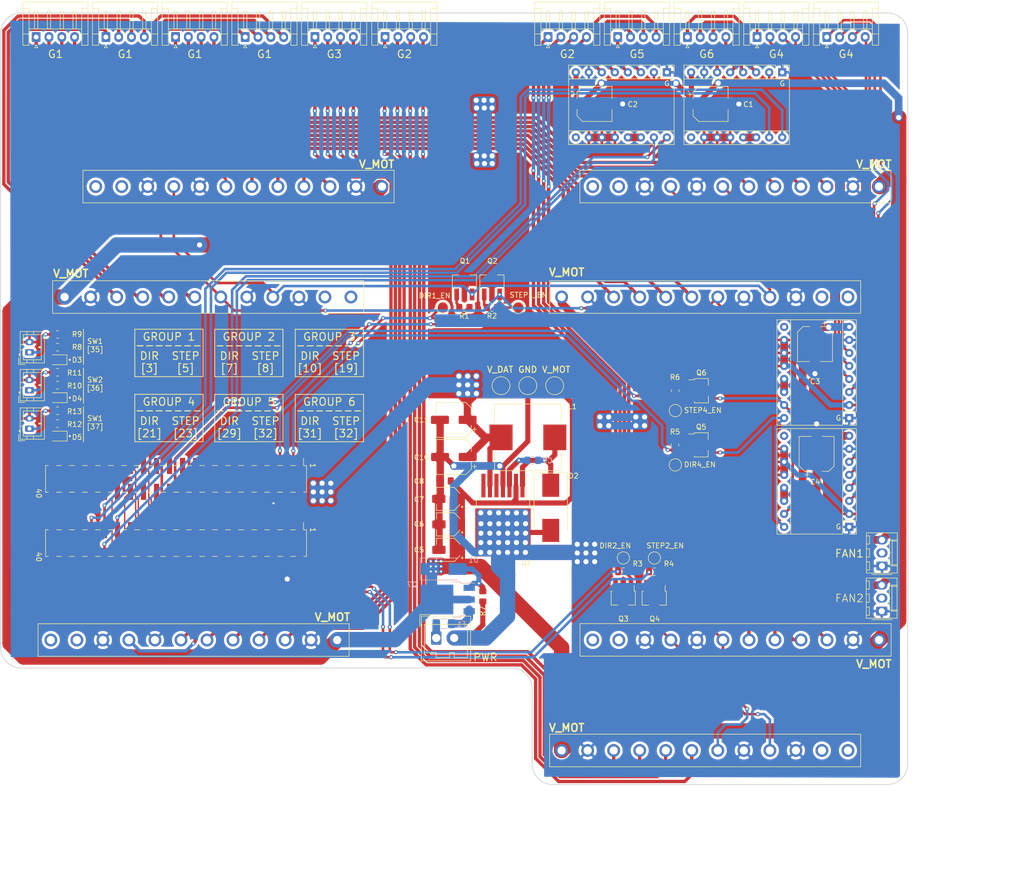
<source format=kicad_pcb>
(kicad_pcb (version 20171130) (host pcbnew "(5.1.7)-1")
  (layers (0 F.Cu signal) (31 B.Cu signal) (34 B.Paste user) (35 F.Paste user) (36 B.SilkS user) (37 F.SilkS user) (38 B.Mask user) (39 F.Mask user) (44 Edge.Cuts user))
  (net 0 "")
  (net 1 GND)
  (net 2 "Net-(A1-Pad9)")
  (net 3 V_DAT)
  (net 4 "Net-(A1-Pad3)")
  (net 5 "Net-(A1-Pad4)")
  (net 6 "Net-(A1-Pad5)")
  (net 7 "Net-(A1-Pad13)")
  (net 8 "Net-(A1-Pad6)")
  (net 9 /STEP5)
  (net 10 V_MOT)
  (net 11 /DIR5)
  (net 12 "Net-(A2-Pad9)")
  (net 13 "Net-(A2-Pad3)")
  (net 14 "Net-(A2-Pad4)")
  (net 15 "Net-(A2-Pad5)")
  (net 16 "Net-(A2-Pad13)")
  (net 17 "Net-(A2-Pad6)")
  (net 18 /STEP6)
  (net 19 /DIR6)
  (net 20 "/Group 4/DIR4")
  (net 21 "/Group 4/STEP4")
  (net 22 "Net-(A3-Pad13)")
  (net 23 "Net-(A3-Pad6)")
  (net 24 "Net-(A3-Pad5)")
  (net 25 "Net-(A3-Pad4)")
  (net 26 "Net-(A3-Pad3)")
  (net 27 "Net-(A3-Pad9)")
  (net 28 "Net-(A4-Pad13)")
  (net 29 "Net-(A4-Pad6)")
  (net 30 "Net-(A4-Pad5)")
  (net 31 "Net-(A4-Pad4)")
  (net 32 "Net-(A4-Pad3)")
  (net 33 "Net-(A4-Pad9)")
  (net 34 "Net-(D1-Pad2)")
  (net 35 "Net-(C9-Pad2)")
  (net 36 /Power/V_MOT_MAIN)
  (net 37 "Net-(F1-Pad2)")
  (net 38 "Net-(G5_Con2-Pad4)")
  (net 39 "Net-(G5_Con2-Pad3)")
  (net 40 "Net-(G5_Con2-Pad2)")
  (net 41 "Net-(G5_Con2-Pad1)")
  (net 42 "Net-(G5_Con3-Pad1)")
  (net 43 "Net-(G5_Con3-Pad2)")
  (net 44 "Net-(G5_Con3-Pad3)")
  (net 45 "Net-(G5_Con3-Pad4)")
  (net 46 "Net-(G5_Con4-Pad1)")
  (net 47 "Net-(G5_Con4-Pad2)")
  (net 48 "Net-(G5_Con4-Pad3)")
  (net 49 "Net-(G5_Con4-Pad4)")
  (net 50 "Net-(G5_Con5-Pad4)")
  (net 51 "Net-(G5_Con5-Pad3)")
  (net 52 "Net-(G5_Con5-Pad2)")
  (net 53 "Net-(G5_Con5-Pad1)")
  (net 54 "Net-(G5_Con6-Pad1)")
  (net 55 "Net-(G5_Con6-Pad2)")
  (net 56 "Net-(G5_Con6-Pad3)")
  (net 57 "Net-(G5_Con6-Pad4)")
  (net 58 "Net-(G5_Con7-Pad4)")
  (net 59 "Net-(G5_Con7-Pad3)")
  (net 60 "Net-(G5_Con7-Pad2)")
  (net 61 "Net-(G5_Con7-Pad1)")
  (net 62 "Net-(G5_Con8-Pad1)")
  (net 63 "Net-(G5_Con8-Pad2)")
  (net 64 "Net-(G5_Con8-Pad3)")
  (net 65 "Net-(G5_Con8-Pad4)")
  (net 66 1)
  (net 67 "/Group 1/DIR1_EN")
  (net 68 4)
  (net 69 "/Group 1/STEP1_EN")
  (net 70 "/Group 2/DIR2_EN")
  (net 71 "/Group 2/STEP2_EN")
  (net 72 9)
  (net 73 /DIR3)
  (net 74 11)
  (net 75 12)
  (net 76 13)
  (net 77 14)
  (net 78 15)
  (net 79 16)
  (net 80 17)
  (net 81 18)
  (net 82 /STEP3)
  (net 83 20)
  (net 84 "/Group 4/DIR4_EN")
  (net 85 22)
  (net 86 "/Group 4/STEP4_EN")
  (net 87 24)
  (net 88 25)
  (net 89 26)
  (net 90 27)
  (net 91 28)
  (net 92 30)
  (net 93 34)
  (net 94 35)
  (net 95 36)
  (net 96 37)
  (net 97 38)
  (net 98 39)
  (net 99 40)
  (net 100 "Net-(J2-Pad33)")
  (net 101 "Net-(J2-Pad32)")
  (net 102 "Net-(J2-Pad31)")
  (net 103 "Net-(J2-Pad29)")
  (net 104 "Net-(J2-Pad23)")
  (net 105 "Net-(J2-Pad21)")
  (net 106 "Net-(J2-Pad19)")
  (net 107 "Net-(J2-Pad10)")
  (net 108 "Net-(J2-Pad8)")
  (net 109 "Net-(J2-Pad7)")
  (net 110 "Net-(J2-Pad5)")
  (net 111 "Net-(J2-Pad3)")
  (net 112 "/Group 1/STEP1")
  (net 113 "/Group 1/DIR1")
  (net 114 "Net-(J3-Pad1)")
  (net 115 "Net-(J4-Pad1)")
  (net 116 "Net-(J5-Pad1)")
  (net 117 "Net-(J6-Pad1)")
  (net 118 "Net-(J7-Pad1)")
  (net 119 "/Group 2/DIR2")
  (net 120 "/Group 2/STEP2")
  (net 121 "Net-(J8-Pad1)")
  (net 122 "Net-(J9-Pad1)")
  (net 123 "Net-(J10-Pad2)")
  (net 124 "Net-(J31-Pad2)")
  (net 125 "Net-(C9-Pad1)")
  (net 126 "Net-(J11-Pad1)")
  (net 127 "Net-(J12-Pad1)")
  (net 128 "Net-(J13-Pad1)")
  (net 129 "Net-(J3-Pad2)")
  (net 130 "Net-(J4-Pad2)")
  (net 131 "Net-(J5-Pad2)")
  (net 132 "Net-(J6-Pad2)")
  (net 133 "Net-(J7-Pad2)")
  (net 134 "Net-(J8-Pad2)")
  (net 135 "Net-(J9-Pad2)")
  (net 136 "Net-(Q1-Pad1)")
  (net 137 "Net-(Q2-Pad1)")
  (net 138 "Net-(Q3-Pad1)")
  (net 139 "Net-(Q4-Pad1)")
  (net 140 "Net-(Q5-Pad1)")
  (net 141 "Net-(Q6-Pad1)")
  (net 142 "Net-(U1-Pad7)")
  (net 143 "Net-(D3-Pad2)")
  (net 144 "Net-(D4-Pad2)")
  (net 145 "Net-(D5-Pad2)")
  (module Diode_SMD:D_SMB_Handsoldering (layer B.Cu) (at 99.568 123.444)
    (fp_text reference D1 (at 5.81 -1.75) (layer B.SilkS) (effects (justify mirror)))
    (fp_text value D_Zener_Small)
    (pad 1 smd rect (at -2.7 0) (size 3.5 2.3) (layers B.Cu B.Paste B.Mask) (net 10 V_MOT))
    (pad 2 smd rect (at 2.7 0) (size 3.5 2.3) (layers B.Cu B.Paste B.Mask) (net 34 "Net-(D1-Pad2)"))
  )
  (module TestPoint:TestPoint_Pad_D2.0mm (layer F.Cu) (at 99.382 72.408 90)
    (fp_text reference DIR1_EN (at 2.304 -1.592 180) (layer F.SilkS))
    (fp_text value TestPoint_Pad_D2.0mm)
    (pad 1 smd circle (at 0 0 90) (size 2 2) (layers F.Cu F.Mask) (net 67 "/Group 1/DIR1_EN"))
  )
  (module TestPoint:TestPoint_Pad_D2.0mm (layer F.Cu) (at 114.112 72.408 90)
    (fp_text reference STEP1_EN (at 2.44 1.966 180) (layer F.SilkS))
    (fp_text value TestPoint_Pad_D2.0mm)
    (pad 1 smd circle (at 0 0 90) (size 2 2) (layers F.Cu F.Mask) (net 69 "/Group 1/STEP1_EN"))
  )
  (module TestPoint:TestPoint_Pad_D2.0mm (layer F.Cu) (at 140.682 121.288)
    (fp_text reference STEP2_EN (at 2.1 -2.4) (layer F.SilkS))
    (fp_text value TestPoint_Pad_D2.0mm)
    (pad 1 smd circle (at 0 0) (size 2 2) (layers F.Cu F.Mask) (net 71 "/Group 2/STEP2_EN"))
  )
  (module TestPoint:TestPoint_Pad_D2.0mm (layer F.Cu) (at 134.622 121.288)
    (fp_text reference DIR2_EN (at -1.59 -2.4) (layer F.SilkS))
    (fp_text value TestPoint_Pad_D2.0mm)
    (pad 1 smd circle (at 0 0) (size 2 2) (layers F.Cu F.Mask) (net 70 "/Group 2/DIR2_EN"))
  )
  (module TestPoint:TestPoint_Pad_D2.0mm (layer F.Cu) (at 144.762 103.128)
    (fp_text reference DIR4_EN (at 4.79 -0.0675) (layer F.SilkS))
    (fp_text value TestPoint_Pad_D2.0mm)
    (pad 1 smd circle (at 0 0) (size 2 2) (layers F.Cu F.Mask) (net 84 "/Group 4/DIR4_EN"))
  )
  (module TestPoint:TestPoint_Pad_D2.0mm (layer F.Cu) (at 144.762 92.528)
    (fp_text reference STEP4_EN (at 5.37 -0.0675) (layer F.SilkS))
    (fp_text value TestPoint_Pad_D2.0mm)
    (pad 1 smd circle (at 0 0) (size 2 2) (layers F.Cu F.Mask) (net 86 "/Group 4/STEP4_EN"))
  )
  (module TestPoint:TestPoint_Pad_D3.0mm (layer F.Cu) (at 121.212 87.668)
    (fp_text reference V_MOT (at 0.3 -3.15) (layer F.SilkS) (effects (font (size 1.2 1.2) (thickness 0.2))))
    (fp_text value TestPoint_Pad_D3.0mm)
    (pad 1 smd circle (at 0 0) (size 3 3) (layers F.Cu F.Mask) (net 10 V_MOT))
  )
  (module TestPoint:TestPoint_Pad_D3.0mm (layer F.Cu) (at 115.977 87.668)
    (fp_text reference GND (at -0.030001 -3.15) (layer F.SilkS) (effects (font (size 1.2 1.2) (thickness 0.2))))
    (fp_text value TestPoint_Pad_D3.0mm)
    (pad 1 smd circle (at 0 0) (size 3 3) (layers F.Cu F.Mask) (net 1 GND))
  )
  (module TestPoint:TestPoint_Pad_D3.0mm (layer F.Cu) (at 110.742 87.668)
    (fp_text reference V_DAT (at -0.16 -3.15) (layer F.SilkS) (effects (font (size 1.2 1.2) (thickness 0.2))))
    (fp_text value TestPoint_Pad_D3.0mm)
    (pad 1 smd circle (at 0 0) (size 3 3) (layers F.Cu F.Mask) (net 3 V_DAT))
  )
  (module Package_TO_SOT_SMD:TO-252-3_TabPin2 (layer B.Cu) (at 100.33 129.4 180)
    (fp_text reference Q7 (at 6.905 2.895 180) (layer B.SilkS) (effects (justify mirror)))
    (fp_text value Q_PMOS_DGS)
    (pad 1 smd rect (at -4.2 2.28 180) (size 2.2 1.2) (layers B.Cu B.Paste B.Mask) (net 34 "Net-(D1-Pad2)"))
    (pad 2 smd rect (at -4.2 0 180) (size 2.2 1.2) (layers B.Cu B.Paste B.Mask) (net 10 V_MOT))
    (pad 3 smd rect (at -4.2 -2.28 180) (size 2.2 1.2) (layers B.Cu B.Paste B.Mask) (net 37 "Net-(F1-Pad2)"))
    (pad 2 smd rect (at 2.1 0 180) (size 6.4 5.8) (layers B.Cu B.Mask) (net 10 V_MOT))
  )
  (module Connector_JST:JST_EH_S4B-EH_1x04_P2.50mm_Horizontal (layer F.Cu) (at 160.72 19.62)
    (fp_text reference G3_Con1 hide)
    (fp_text value Conn_01x04_Female)
    (pad 1 thru_hole roundrect (at 0 0) (size 1.7 1.95) (drill 0.95) (layers *.Cu *.Mask) (roundrect_rratio 0.1470588235294118) (net 26 "Net-(A3-Pad3)"))
    (pad 2 thru_hole oval (at 2.5 0) (size 1.7 1.95) (drill 0.95) (layers *.Cu *.Mask) (net 25 "Net-(A3-Pad4)"))
    (pad 3 thru_hole oval (at 5 0) (size 1.7 1.95) (drill 0.95) (layers *.Cu *.Mask) (net 24 "Net-(A3-Pad5)"))
    (pad 4 thru_hole oval (at 7.5 0) (size 1.7 1.95) (drill 0.95) (layers *.Cu *.Mask) (net 23 "Net-(A3-Pad6)"))
  )
  (module Connector_JST:JST_EH_S4B-EH_1x04_P2.50mm_Horizontal (layer F.Cu) (at 174.32 19.62)
    (fp_text reference G3_Con2 hide)
    (fp_text value Conn_01x04_Female)
    (pad 1 thru_hole roundrect (at 0 0) (size 1.7 1.95) (drill 0.95) (layers *.Cu *.Mask) (roundrect_rratio 0.1470588235294118) (net 32 "Net-(A4-Pad3)"))
    (pad 2 thru_hole oval (at 2.5 0) (size 1.7 1.95) (drill 0.95) (layers *.Cu *.Mask) (net 31 "Net-(A4-Pad4)"))
    (pad 3 thru_hole oval (at 5 0) (size 1.7 1.95) (drill 0.95) (layers *.Cu *.Mask) (net 30 "Net-(A4-Pad5)"))
    (pad 4 thru_hole oval (at 7.5 0) (size 1.7 1.95) (drill 0.95) (layers *.Cu *.Mask) (net 29 "Net-(A4-Pad6)"))
  )
  (module Connector_JST:JST_EH_S4B-EH_1x04_P2.50mm_Horizontal (layer F.Cu) (at 133.52 19.62)
    (fp_text reference G5_Con1 hide)
    (fp_text value Conn_01x04_Female)
    (pad 4 thru_hole oval (at 7.5 0) (size 1.7 1.95) (drill 0.95) (layers *.Cu *.Mask) (net 8 "Net-(A1-Pad6)"))
    (pad 3 thru_hole oval (at 5 0) (size 1.7 1.95) (drill 0.95) (layers *.Cu *.Mask) (net 6 "Net-(A1-Pad5)"))
    (pad 2 thru_hole oval (at 2.5 0) (size 1.7 1.95) (drill 0.95) (layers *.Cu *.Mask) (net 5 "Net-(A1-Pad4)"))
    (pad 1 thru_hole roundrect (at 0 0) (size 1.7 1.95) (drill 0.95) (layers *.Cu *.Mask) (roundrect_rratio 0.1470588235294118) (net 4 "Net-(A1-Pad3)"))
  )
  (module Connector_JST:JST_EH_S4B-EH_1x04_P2.50mm_Horizontal (layer F.Cu) (at 60.82 19.62)
    (fp_text reference G5_Con3 hide)
    (fp_text value Conn_01x04_Female)
    (pad 1 thru_hole roundrect (at 0 0) (size 1.7 1.95) (drill 0.95) (layers *.Cu *.Mask) (roundrect_rratio 0.1470588235294118) (net 42 "Net-(G5_Con3-Pad1)"))
    (pad 2 thru_hole oval (at 2.5 0) (size 1.7 1.95) (drill 0.95) (layers *.Cu *.Mask) (net 43 "Net-(G5_Con3-Pad2)"))
    (pad 3 thru_hole oval (at 5 0) (size 1.7 1.95) (drill 0.95) (layers *.Cu *.Mask) (net 44 "Net-(G5_Con3-Pad3)"))
    (pad 4 thru_hole oval (at 7.5 0) (size 1.7 1.95) (drill 0.95) (layers *.Cu *.Mask) (net 45 "Net-(G5_Con3-Pad4)"))
  )
  (module Connector_JST:JST_EH_S4B-EH_1x04_P2.50mm_Horizontal (layer F.Cu) (at 147.12 19.62)
    (fp_text reference G6_Con1 hide)
    (fp_text value Conn_01x04_Female)
    (pad 4 thru_hole oval (at 7.5 0) (size 1.7 1.95) (drill 0.95) (layers *.Cu *.Mask) (net 17 "Net-(A2-Pad6)"))
    (pad 3 thru_hole oval (at 5 0) (size 1.7 1.95) (drill 0.95) (layers *.Cu *.Mask) (net 15 "Net-(A2-Pad5)"))
    (pad 2 thru_hole oval (at 2.5 0) (size 1.7 1.95) (drill 0.95) (layers *.Cu *.Mask) (net 14 "Net-(A2-Pad4)"))
    (pad 1 thru_hole roundrect (at 0 0) (size 1.7 1.95) (drill 0.95) (layers *.Cu *.Mask) (roundrect_rratio 0.1470588235294118) (net 13 "Net-(A2-Pad3)"))
  )
  (module Module:Pololu_Breakout-16_15.2x20.3mm (layer F.Cu) (at 143.122 26.508 270)
    (fp_text reference G (at 2.18 0 180) (layer F.SilkS))
    (fp_text value Pololu)
    (pad 16 thru_hole oval (at 12.7 0 270) (size 1.6 1.6) (drill 0.8) (layers *.Cu *.Mask) (net 11 /DIR5))
    (pad 8 thru_hole oval (at 0 17.78 270) (size 1.6 1.6) (drill 0.8) (layers *.Cu *.Mask) (net 10 V_MOT))
    (pad 15 thru_hole oval (at 12.7 2.54 270) (size 1.6 1.6) (drill 0.8) (layers *.Cu *.Mask) (net 9 /STEP5))
    (pad 7 thru_hole oval (at 0 15.24 270) (size 1.6 1.6) (drill 0.8) (layers *.Cu *.Mask) (net 1 GND))
    (pad 14 thru_hole oval (at 12.7 5.08 270) (size 1.6 1.6) (drill 0.8) (layers *.Cu *.Mask) (net 7 "Net-(A1-Pad13)"))
    (pad 6 thru_hole oval (at 0 12.7 270) (size 1.6 1.6) (drill 0.8) (layers *.Cu *.Mask) (net 8 "Net-(A1-Pad6)"))
    (pad 13 thru_hole oval (at 12.7 7.62 270) (size 1.6 1.6) (drill 0.8) (layers *.Cu *.Mask) (net 7 "Net-(A1-Pad13)"))
    (pad 5 thru_hole oval (at 0 10.16 270) (size 1.6 1.6) (drill 0.8) (layers *.Cu *.Mask) (net 6 "Net-(A1-Pad5)"))
    (pad 12 thru_hole oval (at 12.7 10.16 270) (size 1.6 1.6) (drill 0.8) (layers *.Cu *.Mask) (net 3 V_DAT))
    (pad 4 thru_hole oval (at 0 7.62 270) (size 1.6 1.6) (drill 0.8) (layers *.Cu *.Mask) (net 5 "Net-(A1-Pad4)"))
    (pad 11 thru_hole oval (at 12.7 12.7 270) (size 1.6 1.6) (drill 0.8) (layers *.Cu *.Mask) (net 3 V_DAT))
    (pad 3 thru_hole oval (at 0 5.08 270) (size 1.6 1.6) (drill 0.8) (layers *.Cu *.Mask) (net 4 "Net-(A1-Pad3)"))
    (pad 10 thru_hole oval (at 12.7 15.24 270) (size 1.6 1.6) (drill 0.8) (layers *.Cu *.Mask) (net 3 V_DAT))
    (pad 2 thru_hole oval (at 0 2.54 270) (size 1.6 1.6) (drill 0.8) (layers *.Cu *.Mask) (net 3 V_DAT))
    (pad 9 thru_hole oval (at 12.7 17.78 270) (size 1.6 1.6) (drill 0.8) (layers *.Cu *.Mask) (net 2 "Net-(A1-Pad9)"))
    (pad 1 thru_hole rect (at 0 0 270) (size 1.6 1.6) (drill 0.8) (layers *.Cu *.Mask) (net 1 GND))
  )
  (module Module:Pololu_Breakout-16_15.2x20.3mm (layer F.Cu) (at 165.622 26.508 270)
    (fp_text reference G (at 2.18 -0.01 180) (layer F.SilkS))
    (fp_text value Pololu)
    (pad 16 thru_hole oval (at 12.7 0 270) (size 1.6 1.6) (drill 0.8) (layers *.Cu *.Mask) (net 19 /DIR6))
    (pad 8 thru_hole oval (at 0 17.78 270) (size 1.6 1.6) (drill 0.8) (layers *.Cu *.Mask) (net 10 V_MOT))
    (pad 15 thru_hole oval (at 12.7 2.54 270) (size 1.6 1.6) (drill 0.8) (layers *.Cu *.Mask) (net 18 /STEP6))
    (pad 7 thru_hole oval (at 0 15.24 270) (size 1.6 1.6) (drill 0.8) (layers *.Cu *.Mask) (net 1 GND))
    (pad 14 thru_hole oval (at 12.7 5.08 270) (size 1.6 1.6) (drill 0.8) (layers *.Cu *.Mask) (net 16 "Net-(A2-Pad13)"))
    (pad 6 thru_hole oval (at 0 12.7 270) (size 1.6 1.6) (drill 0.8) (layers *.Cu *.Mask) (net 17 "Net-(A2-Pad6)"))
    (pad 13 thru_hole oval (at 12.7 7.62 270) (size 1.6 1.6) (drill 0.8) (layers *.Cu *.Mask) (net 16 "Net-(A2-Pad13)"))
    (pad 5 thru_hole oval (at 0 10.16 270) (size 1.6 1.6) (drill 0.8) (layers *.Cu *.Mask) (net 15 "Net-(A2-Pad5)"))
    (pad 12 thru_hole oval (at 12.7 10.16 270) (size 1.6 1.6) (drill 0.8) (layers *.Cu *.Mask) (net 3 V_DAT))
    (pad 4 thru_hole oval (at 0 7.62 270) (size 1.6 1.6) (drill 0.8) (layers *.Cu *.Mask) (net 14 "Net-(A2-Pad4)"))
    (pad 11 thru_hole oval (at 12.7 12.7 270) (size 1.6 1.6) (drill 0.8) (layers *.Cu *.Mask) (net 3 V_DAT))
    (pad 3 thru_hole oval (at 0 5.08 270) (size 1.6 1.6) (drill 0.8) (layers *.Cu *.Mask) (net 13 "Net-(A2-Pad3)"))
    (pad 10 thru_hole oval (at 12.7 15.24 270) (size 1.6 1.6) (drill 0.8) (layers *.Cu *.Mask) (net 3 V_DAT))
    (pad 2 thru_hole oval (at 0 2.54 270) (size 1.6 1.6) (drill 0.8) (layers *.Cu *.Mask) (net 3 V_DAT))
    (pad 9 thru_hole oval (at 12.7 17.78 270) (size 1.6 1.6) (drill 0.8) (layers *.Cu *.Mask) (net 12 "Net-(A2-Pad9)"))
    (pad 1 thru_hole rect (at 0 0 270) (size 1.6 1.6) (drill 0.8) (layers *.Cu *.Mask) (net 1 GND))
  )
  (module Module:Pololu_Breakout-16_15.2x20.3mm (layer F.Cu) (at 178.697 93.983 180)
    (fp_text reference G (at 2.105 0.005) (layer F.SilkS))
    (fp_text value Pololu)
    (pad 1 thru_hole rect (at 0 0 180) (size 1.6 1.6) (drill 0.8) (layers *.Cu *.Mask) (net 1 GND))
    (pad 9 thru_hole oval (at 12.7 17.78 180) (size 1.6 1.6) (drill 0.8) (layers *.Cu *.Mask) (net 27 "Net-(A3-Pad9)"))
    (pad 2 thru_hole oval (at 0 2.54 180) (size 1.6 1.6) (drill 0.8) (layers *.Cu *.Mask) (net 3 V_DAT))
    (pad 10 thru_hole oval (at 12.7 15.24 180) (size 1.6 1.6) (drill 0.8) (layers *.Cu *.Mask) (net 3 V_DAT))
    (pad 3 thru_hole oval (at 0 5.08 180) (size 1.6 1.6) (drill 0.8) (layers *.Cu *.Mask) (net 26 "Net-(A3-Pad3)"))
    (pad 11 thru_hole oval (at 12.7 12.7 180) (size 1.6 1.6) (drill 0.8) (layers *.Cu *.Mask) (net 3 V_DAT))
    (pad 4 thru_hole oval (at 0 7.62 180) (size 1.6 1.6) (drill 0.8) (layers *.Cu *.Mask) (net 25 "Net-(A3-Pad4)"))
    (pad 12 thru_hole oval (at 12.7 10.16 180) (size 1.6 1.6) (drill 0.8) (layers *.Cu *.Mask) (net 3 V_DAT))
    (pad 5 thru_hole oval (at 0 10.16 180) (size 1.6 1.6) (drill 0.8) (layers *.Cu *.Mask) (net 24 "Net-(A3-Pad5)"))
    (pad 13 thru_hole oval (at 12.7 7.62 180) (size 1.6 1.6) (drill 0.8) (layers *.Cu *.Mask) (net 22 "Net-(A3-Pad13)"))
    (pad 6 thru_hole oval (at 0 12.7 180) (size 1.6 1.6) (drill 0.8) (layers *.Cu *.Mask) (net 23 "Net-(A3-Pad6)"))
    (pad 14 thru_hole oval (at 12.7 5.08 180) (size 1.6 1.6) (drill 0.8) (layers *.Cu *.Mask) (net 22 "Net-(A3-Pad13)"))
    (pad 7 thru_hole oval (at 0 15.24 180) (size 1.6 1.6) (drill 0.8) (layers *.Cu *.Mask) (net 1 GND))
    (pad 15 thru_hole oval (at 12.7 2.54 180) (size 1.6 1.6) (drill 0.8) (layers *.Cu *.Mask) (net 21 "/Group 4/STEP4"))
    (pad 8 thru_hole oval (at 0 17.78 180) (size 1.6 1.6) (drill 0.8) (layers *.Cu *.Mask) (net 10 V_MOT))
    (pad 16 thru_hole oval (at 12.7 0 180) (size 1.6 1.6) (drill 0.8) (layers *.Cu *.Mask) (net 20 "/Group 4/DIR4"))
  )
  (module Module:Pololu_Breakout-16_15.2x20.3mm (layer F.Cu) (at 178.697 115.233 180)
    (fp_text reference G (at 2.105 0.025) (layer F.SilkS))
    (fp_text value Pololu)
    (pad 1 thru_hole rect (at 0 0 180) (size 1.6 1.6) (drill 0.8) (layers *.Cu *.Mask) (net 1 GND))
    (pad 9 thru_hole oval (at 12.7 17.78 180) (size 1.6 1.6) (drill 0.8) (layers *.Cu *.Mask) (net 33 "Net-(A4-Pad9)"))
    (pad 2 thru_hole oval (at 0 2.54 180) (size 1.6 1.6) (drill 0.8) (layers *.Cu *.Mask) (net 3 V_DAT))
    (pad 10 thru_hole oval (at 12.7 15.24 180) (size 1.6 1.6) (drill 0.8) (layers *.Cu *.Mask) (net 3 V_DAT))
    (pad 3 thru_hole oval (at 0 5.08 180) (size 1.6 1.6) (drill 0.8) (layers *.Cu *.Mask) (net 32 "Net-(A4-Pad3)"))
    (pad 11 thru_hole oval (at 12.7 12.7 180) (size 1.6 1.6) (drill 0.8) (layers *.Cu *.Mask) (net 3 V_DAT))
    (pad 4 thru_hole oval (at 0 7.62 180) (size 1.6 1.6) (drill 0.8) (layers *.Cu *.Mask) (net 31 "Net-(A4-Pad4)"))
    (pad 12 thru_hole oval (at 12.7 10.16 180) (size 1.6 1.6) (drill 0.8) (layers *.Cu *.Mask) (net 3 V_DAT))
    (pad 5 thru_hole oval (at 0 10.16 180) (size 1.6 1.6) (drill 0.8) (layers *.Cu *.Mask) (net 30 "Net-(A4-Pad5)"))
    (pad 13 thru_hole oval (at 12.7 7.62 180) (size 1.6 1.6) (drill 0.8) (layers *.Cu *.Mask) (net 28 "Net-(A4-Pad13)"))
    (pad 6 thru_hole oval (at 0 12.7 180) (size 1.6 1.6) (drill 0.8) (layers *.Cu *.Mask) (net 29 "Net-(A4-Pad6)"))
    (pad 14 thru_hole oval (at 12.7 5.08 180) (size 1.6 1.6) (drill 0.8) (layers *.Cu *.Mask) (net 28 "Net-(A4-Pad13)"))
    (pad 7 thru_hole oval (at 0 15.24 180) (size 1.6 1.6) (drill 0.8) (layers *.Cu *.Mask) (net 1 GND))
    (pad 15 thru_hole oval (at 12.7 2.54 180) (size 1.6 1.6) (drill 0.8) (layers *.Cu *.Mask) (net 21 "/Group 4/STEP4"))
    (pad 8 thru_hole oval (at 0 17.78 180) (size 1.6 1.6) (drill 0.8) (layers *.Cu *.Mask) (net 10 V_MOT))
    (pad 16 thru_hole oval (at 12.7 0 180) (size 1.6 1.6) (drill 0.8) (layers *.Cu *.Mask) (net 20 "/Group 4/DIR4"))
  )
  (module Capacitor_SMD:CP_Elec_6.3x7.7 (layer F.Cu) (at 151.647 32.683)
    (fp_text reference C1 (at 7.365 0.085) (layer F.SilkS))
    (fp_text value 100uf)
    (pad 1 smd roundrect (at -2.7 0) (size 3.5 1.6) (layers F.Cu F.Paste F.Mask) (roundrect_rratio 0.15625) (net 10 V_MOT))
    (pad 2 smd roundrect (at 2.7 0) (size 3.5 1.6) (layers F.Cu F.Paste F.Mask) (roundrect_rratio 0.15625) (net 1 GND))
  )
  (module Capacitor_SMD:CP_Elec_6.3x7.7 (layer F.Cu) (at 128.997 32.683)
    (fp_text reference C2 (at 7.435 0.085) (layer F.SilkS))
    (fp_text value 100uf)
    (pad 2 smd roundrect (at 2.7 0) (size 3.5 1.6) (layers F.Cu F.Paste F.Mask) (roundrect_rratio 0.15625) (net 1 GND))
    (pad 1 smd roundrect (at -2.7 0) (size 3.5 1.6) (layers F.Cu F.Paste F.Mask) (roundrect_rratio 0.15625) (net 10 V_MOT))
  )
  (module Capacitor_SMD:CP_Elec_6.3x7.7 (layer F.Cu) (at 172.022 79.538 270)
    (fp_text reference C3 (at 7.31 -0.02 180) (layer F.SilkS))
    (fp_text value 100uf)
    (pad 2 smd roundrect (at 2.7 0 270) (size 3.5 1.6) (layers F.Cu F.Paste F.Mask) (roundrect_rratio 0.15625) (net 1 GND))
    (pad 1 smd roundrect (at -2.7 0 270) (size 3.5 1.6) (layers F.Cu F.Paste F.Mask) (roundrect_rratio 0.15625) (net 10 V_MOT))
  )
  (module Capacitor_SMD:CP_Elec_6.3x7.7 (layer F.Cu) (at 172.332 100.978 90)
    (fp_text reference C4 (at -5.49 -0.29 180) (layer F.SilkS))
    (fp_text value 100uf)
    (pad 1 smd roundrect (at -2.7 0 90) (size 3.5 1.6) (layers F.Cu F.Paste F.Mask) (roundrect_rratio 0.15625) (net 10 V_MOT))
    (pad 2 smd roundrect (at 2.7 0 90) (size 3.5 1.6) (layers F.Cu F.Paste F.Mask) (roundrect_rratio 0.15625) (net 1 GND))
  )
  (module Capacitor_SMD:CP_Elec_4x4.5 (layer F.Cu) (at 100.422 119.708 180)
    (fp_text reference C5 (at 5.676191 0) (layer F.SilkS))
    (fp_text value 15uf/50V)
    (pad 1 smd roundrect (at -1.8 0 180) (size 2.6 1.6) (layers F.Cu F.Paste F.Mask) (roundrect_rratio 0.15625) (net 10 V_MOT))
    (pad 2 smd roundrect (at 1.8 0 180) (size 2.6 1.6) (layers F.Cu F.Paste F.Mask) (roundrect_rratio 0.15625) (net 1 GND))
  )
  (module Capacitor_SMD:CP_Elec_4x4.5 (layer F.Cu) (at 100.422 114.733 180)
    (fp_text reference C6 (at 5.676191 0.065) (layer F.SilkS))
    (fp_text value 15uf/50V)
    (pad 2 smd roundrect (at 1.8 0 180) (size 2.6 1.6) (layers F.Cu F.Paste F.Mask) (roundrect_rratio 0.15625) (net 1 GND))
    (pad 1 smd roundrect (at -1.8 0 180) (size 2.6 1.6) (layers F.Cu F.Paste F.Mask) (roundrect_rratio 0.15625) (net 10 V_MOT))
  )
  (module Capacitor_SMD:CP_Elec_4x4.5 (layer F.Cu) (at 100.397 109.758 180)
    (fp_text reference C7 (at 5.651191 -0.12) (layer F.SilkS))
    (fp_text value 15uf/50V)
    (pad 1 smd roundrect (at -1.8 0 180) (size 2.6 1.6) (layers F.Cu F.Paste F.Mask) (roundrect_rratio 0.15625) (net 10 V_MOT))
    (pad 2 smd roundrect (at 1.8 0 180) (size 2.6 1.6) (layers F.Cu F.Paste F.Mask) (roundrect_rratio 0.15625) (net 1 GND))
  )
  (module Capacitor_SMD:C_0805_2012Metric_Pad1.18x1.45mm_HandSolder (layer F.Cu) (at 99.897 106.258 180)
    (fp_text reference C8 (at 5.151191 -0.05) (layer F.SilkS))
    (fp_text value 0.47uf)
    (pad 2 smd roundrect (at 1.0375 0 180) (size 1.175 1.45) (layers F.Cu F.Paste F.Mask) (roundrect_rratio 0.2127659574468085) (net 1 GND))
    (pad 1 smd roundrect (at -1.0375 0 180) (size 1.175 1.45) (layers F.Cu F.Paste F.Mask) (roundrect_rratio 0.2127659574468085) (net 10 V_MOT))
  )
  (module Capacitor_SMD:C_0805_2012Metric_Pad1.18x1.45mm_HandSolder (layer B.Cu) (at 116.922 102.233)
    (fp_text reference C9 (at 2.9 0.055) (layer B.SilkS) (effects (justify mirror)))
    (fp_text value 0.01uf)
    (pad 1 smd roundrect (at -1.0375 0) (size 1.175 1.45) (layers B.Cu B.Paste B.Mask) (roundrect_rratio 0.2127659574468085) (net 125 "Net-(C9-Pad1)"))
    (pad 2 smd roundrect (at 1.0375 0) (size 1.175 1.45) (layers B.Cu B.Paste B.Mask) (roundrect_rratio 0.2127659574468085) (net 35 "Net-(C9-Pad2)"))
  )
  (module Capacitor_SMD:CP_Elec_6.3x7.7 (layer F.Cu) (at 101.547 101.583 180)
    (fp_text reference C10 (at 6.325 -0.075) (layer F.SilkS))
    (fp_text value 180uf/16V)
    (pad 1 smd roundrect (at -2.7 0 180) (size 3.5 1.6) (layers F.Cu F.Paste F.Mask) (roundrect_rratio 0.15625) (net 3 V_DAT))
    (pad 2 smd roundrect (at 2.7 0 180) (size 3.5 1.6) (layers F.Cu F.Paste F.Mask) (roundrect_rratio 0.15625) (net 1 GND))
  )
  (module Capacitor_SMD:CP_Elec_6.3x7.7 (layer F.Cu) (at 101.522 94.333 180)
    (fp_text reference C11 (at 6.3 0.015) (layer F.SilkS))
    (fp_text value 180uf/16V)
    (pad 2 smd roundrect (at 2.7 0 180) (size 3.5 1.6) (layers F.Cu F.Paste F.Mask) (roundrect_rratio 0.15625) (net 1 GND))
    (pad 1 smd roundrect (at -2.7 0 180) (size 3.5 1.6) (layers F.Cu F.Paste F.Mask) (roundrect_rratio 0.15625) (net 3 V_DAT))
  )
  (module Diode_SMD:D_SMC_Handsoldering (layer F.Cu) (at 120.447 111.508 270)
    (fp_text reference D2 (at -6.23 -4.445 180) (layer F.SilkS))
    (fp_text value D_Schottky)
    (pad 1 smd rect (at -4.4 0) (size 3.3 4.5) (layers F.Cu F.Paste F.Mask) (net 35 "Net-(C9-Pad2)"))
    (pad 2 smd rect (at 4.4 0) (size 3.3 4.5) (layers F.Cu F.Paste F.Mask) (net 1 GND))
  )
  (module Fuse:Fuse_1206_3216Metric_Pad1.42x1.75mm_HandSolder (layer B.Cu) (at 99.597 134.112)
    (fp_text reference F1 (at 3.415 0.095) (layer B.SilkS) (effects (justify mirror)))
    (fp_text value Fuse)
    (pad 1 smd roundrect (at -1.4875 0) (size 1.425 1.75) (layers B.Cu B.Paste B.Mask) (roundrect_rratio 0.1754385964912281) (net 36 /Power/V_MOT_MAIN))
    (pad 2 smd roundrect (at 1.4875 0) (size 1.425 1.75) (layers B.Cu B.Paste B.Mask) (roundrect_rratio 0.1754385964912281) (net 37 "Net-(F1-Pad2)"))
  )
  (module Connector_PinHeader_2.54mm:PinHeader_2x20_P2.54mm_Vertical_SMD (layer F.Cu) (at 47.322 118.383 270)
    (fp_text reference 1 (at -2.565 -26.7 270 unlocked) (layer F.SilkS))
    (fp_text value "PI To Board")
    (pad 1 smd rect (at -2.525 -24.13 270) (size 3.15 1) (layers F.Cu F.Paste F.Mask) (net 66 1))
    (pad 2 smd rect (at 2.525 -24.13 270) (size 3.15 1) (layers F.Cu F.Paste F.Mask) (net 3 V_DAT))
    (pad 3 smd rect (at -2.525 -21.59 270) (size 3.15 1) (layers F.Cu F.Paste F.Mask) (net 67 "/Group 1/DIR1_EN"))
    (pad 4 smd rect (at 2.525 -21.59 270) (size 3.15 1) (layers F.Cu F.Paste F.Mask) (net 68 4))
    (pad 5 smd rect (at -2.525 -19.05 270) (size 3.15 1) (layers F.Cu F.Paste F.Mask) (net 69 "/Group 1/STEP1_EN"))
    (pad 6 smd rect (at 2.525 -19.05 270) (size 3.15 1) (layers F.Cu F.Paste F.Mask) (net 1 GND))
    (pad 7 smd rect (at -2.525 -16.51 270) (size 3.15 1) (layers F.Cu F.Paste F.Mask) (net 70 "/Group 2/DIR2_EN"))
    (pad 8 smd rect (at 2.525 -16.51 270) (size 3.15 1) (layers F.Cu F.Paste F.Mask) (net 71 "/Group 2/STEP2_EN"))
    (pad 9 smd rect (at -2.525 -13.97 270) (size 3.15 1) (layers F.Cu F.Paste F.Mask) (net 72 9))
    (pad 10 smd rect (at 2.525 -13.97 270) (size 3.15 1) (layers F.Cu F.Paste F.Mask) (net 73 /DIR3))
    (pad 11 smd rect (at -2.525 -11.43 270) (size 3.15 1) (layers F.Cu F.Paste F.Mask) (net 74 11))
    (pad 12 smd rect (at 2.525 -11.43 270) (size 3.15 1) (layers F.Cu F.Paste F.Mask) (net 75 12))
    (pad 13 smd rect (at -2.525 -8.89 270) (size 3.15 1) (layers F.Cu F.Paste F.Mask) (net 76 13))
    (pad 14 smd rect (at 2.525 -8.89 270) (size 3.15 1) (layers F.Cu F.Paste F.Mask) (net 77 14))
    (pad 15 smd rect (at -2.525 -6.35 270) (size 3.15 1) (layers F.Cu F.Paste F.Mask) (net 78 15))
    (pad 16 smd rect (at 2.525 -6.35 270) (size 3.15 1) (layers F.Cu F.Paste F.Mask) (net 79 16))
    (pad 17 smd rect (at -2.525 -3.81 270) (size 3.15 1) (layers F.Cu F.Paste F.Mask) (net 80 17))
    (pad 18 smd rect (at 2.525 -3.81 270) (size 3.15 1) (layers F.Cu F.Paste F.Mask) (net 81 18))
    (pad 19 smd rect (at -2.525 -1.27 270) (size 3.15 1) (layers F.Cu F.Paste F.Mask) (net 82 /STEP3))
    (pad 20 smd rect (at 2.525 -1.27 270) (size 3.15 1) (layers F.Cu F.Paste F.Mask) (net 83 20))
    (pad 21 smd rect (at -2.525 1.27 270) (size 3.15 1) (layers F.Cu F.Paste F.Mask) (net 84 "/Group 4/DIR4_EN"))
    (pad 22 smd rect (at 2.525 1.27 270) (size 3.15 1) (layers F.Cu F.Paste F.Mask) (net 85 22))
    (pad 23 smd rect (at -2.525 3.81 270) (size 3.15 1) (layers F.Cu F.Paste F.Mask) (net 86 "/Group 4/STEP4_EN"))
    (pad 24 smd rect (at 2.525 3.81 270) (size 3.15 1) (layers F.Cu F.Paste F.Mask) (net 87 24))
    (pad 25 smd rect (at -2.525 6.35 270) (size 3.15 1) (layers F.Cu F.Paste F.Mask) (net 88 25))
    (pad 26 smd rect (at 2.525 6.35 270) (size 3.15 1) (layers F.Cu F.Paste F.Mask) (net 89 26))
    (pad 27 smd rect (at -2.525 8.89 270) (size 3.15 1) (layers F.Cu F.Paste F.Mask) (net 90 27))
    (pad 28 smd rect (at 2.525 8.89 270) (size 3.15 1) (layers F.Cu F.Paste F.Mask) (net 91 28))
    (pad 29 smd rect (at -2.525 11.43 270) (size 3.15 1) (layers F.Cu F.Paste F.Mask) (net 11 /DIR5))
    (pad 30 smd rect (at 2.525 11.43 270) (size 3.15 1) (layers F.Cu F.Paste F.Mask) (net 92 30))
    (pad 31 smd rect (at -2.525 13.97 270) (size 3.15 1) (layers F.Cu F.Paste F.Mask) (net 19 /DIR6))
    (pad 32 smd rect (at 2.525 13.97 270) (size 3.15 1) (layers F.Cu F.Paste F.Mask) (net 9 /STEP5))
    (pad 33 smd rect (at -2.525 16.51 270) (size 3.15 1) (layers F.Cu F.Paste F.Mask) (net 18 /STEP6))
    (pad 34 smd rect (at 2.525 16.51 270) (size 3.15 1) (layers F.Cu F.Paste F.Mask) (net 93 34))
    (pad 35 smd rect (at -2.525 19.05 270) (size 3.15 1) (layers F.Cu F.Paste F.Mask) (net 94 35))
    (pad 36 smd rect (at 2.525 19.05 270) (size 3.15 1) (layers F.Cu F.Paste F.Mask) (net 95 36))
    (pad 37 smd rect (at -2.525 21.59 270) (size 3.15 1) (layers F.Cu F.Paste F.Mask) (net 96 37))
    (pad 38 smd rect (at 2.525 21.59 270) (size 3.15 1) (layers F.Cu F.Paste F.Mask) (net 97 38))
    (pad 39 smd rect (at -2.525 24.13 270) (size 3.15 1) (layers F.Cu F.Paste F.Mask) (net 98 39))
    (pad 40 smd rect (at 2.525 24.13 270) (size 3.15 1) (layers F.Cu F.Paste F.Mask) (net 99 40))
  )
  (module Connector_PinHeader_2.54mm:PinHeader_2x20_P2.54mm_Vertical_SMD (layer F.Cu) (at 47.322 105.858 270)
    (fp_text reference 1 (at -2.59 -26.7 270 unlocked) (layer F.SilkS))
    (fp_text value PiGPIO)
    (pad 40 smd rect (at 2.525 24.13 270) (size 3.15 1) (layers F.Cu F.Paste F.Mask) (net 99 40))
    (pad 39 smd rect (at -2.525 24.13 270) (size 3.15 1) (layers F.Cu F.Paste F.Mask) (net 98 39))
    (pad 38 smd rect (at 2.525 21.59 270) (size 3.15 1) (layers F.Cu F.Paste F.Mask) (net 97 38))
    (pad 37 smd rect (at -2.525 21.59 270) (size 3.15 1) (layers F.Cu F.Paste F.Mask) (net 96 37))
    (pad 36 smd rect (at 2.525 19.05 270) (size 3.15 1) (layers F.Cu F.Paste F.Mask) (net 95 36))
    (pad 35 smd rect (at -2.525 19.05 270) (size 3.15 1) (layers F.Cu F.Paste F.Mask) (net 94 35))
    (pad 34 smd rect (at 2.525 16.51 270) (size 3.15 1) (layers F.Cu F.Paste F.Mask) (net 93 34))
    (pad 33 smd rect (at -2.525 16.51 270) (size 3.15 1) (layers F.Cu F.Paste F.Mask) (net 100 "Net-(J2-Pad33)"))
    (pad 32 smd rect (at 2.525 13.97 270) (size 3.15 1) (layers F.Cu F.Paste F.Mask) (net 101 "Net-(J2-Pad32)"))
    (pad 31 smd rect (at -2.525 13.97 270) (size 3.15 1) (layers F.Cu F.Paste F.Mask) (net 102 "Net-(J2-Pad31)"))
    (pad 30 smd rect (at 2.525 11.43 270) (size 3.15 1) (layers F.Cu F.Paste F.Mask) (net 92 30))
    (pad 29 smd rect (at -2.525 11.43 270) (size 3.15 1) (layers F.Cu F.Paste F.Mask) (net 103 "Net-(J2-Pad29)"))
    (pad 28 smd rect (at 2.525 8.89 270) (size 3.15 1) (layers F.Cu F.Paste F.Mask) (net 91 28))
    (pad 27 smd rect (at -2.525 8.89 270) (size 3.15 1) (layers F.Cu F.Paste F.Mask) (net 90 27))
    (pad 26 smd rect (at 2.525 6.35 270) (size 3.15 1) (layers F.Cu F.Paste F.Mask) (net 89 26))
    (pad 25 smd rect (at -2.525 6.35 270) (size 3.15 1) (layers F.Cu F.Paste F.Mask) (net 88 25))
    (pad 24 smd rect (at 2.525 3.81 270) (size 3.15 1) (layers F.Cu F.Paste F.Mask) (net 87 24))
    (pad 23 smd rect (at -2.525 3.81 270) (size 3.15 1) (layers F.Cu F.Paste F.Mask) (net 104 "Net-(J2-Pad23)"))
    (pad 22 smd rect (at 2.525 1.27 270) (size 3.15 1) (layers F.Cu F.Paste F.Mask) (net 85 22))
    (pad 21 smd rect (at -2.525 1.27 270) (size 3.15 1) (layers F.Cu F.Paste F.Mask) (net 105 "Net-(J2-Pad21)"))
    (pad 20 smd rect (at 2.525 -1.27 270) (size 3.15 1) (layers F.Cu F.Paste F.Mask) (net 83 20))
    (pad 19 smd rect (at -2.525 -1.27 270) (size 3.15 1) (layers F.Cu F.Paste F.Mask) (net 106 "Net-(J2-Pad19)"))
    (pad 18 smd rect (at 2.525 -3.81 270) (size 3.15 1) (layers F.Cu F.Paste F.Mask) (net 81 18))
    (pad 17 smd rect (at -2.525 -3.81 270) (size 3.15 1) (layers F.Cu F.Paste F.Mask) (net 80 17))
    (pad 16 smd rect (at 2.525 -6.35 270) (size 3.15 1) (layers F.Cu F.Paste F.Mask) (net 79 16))
    (pad 15 smd rect (at -2.525 -6.35 270) (size 3.15 1) (layers F.Cu F.Paste F.Mask) (net 78 15))
    (pad 14 smd rect (at 2.525 -8.89 270) (size 3.15 1) (layers F.Cu F.Paste F.Mask) (net 77 14))
    (pad 13 smd rect (at -2.525 -8.89 270) (size 3.15 1) (layers F.Cu F.Paste F.Mask) (net 76 13))
    (pad 12 smd rect (at 2.525 -11.43 270) (size 3.15 1) (layers F.Cu F.Paste F.Mask) (net 75 12))
    (pad 11 smd rect (at -2.525 -11.43 270) (size 3.15 1) (layers F.Cu F.Paste F.Mask) (net 74 11))
    (pad 10 smd rect (at 2.525 -13.97 270) (size 3.15 1) (layers F.Cu F.Paste F.Mask) (net 107 "Net-(J2-Pad10)"))
    (pad 9 smd rect (at -2.525 -13.97 270) (size 3.15 1) (layers F.Cu F.Paste F.Mask) (net 72 9))
    (pad 8 smd rect (at 2.525 -16.51 270) (size 3.15 1) (layers F.Cu F.Paste F.Mask) (net 108 "Net-(J2-Pad8)"))
    (pad 7 smd rect (at -2.525 -16.51 270) (size 3.15 1) (layers F.Cu F.Paste F.Mask) (net 109 "Net-(J2-Pad7)"))
    (pad 6 smd rect (at 2.525 -19.05 270) (size 3.15 1) (layers F.Cu F.Paste F.Mask) (net 1 GND))
    (pad 5 smd rect (at -2.525 -19.05 270) (size 3.15 1) (layers F.Cu F.Paste F.Mask) (net 110 "Net-(J2-Pad5)"))
    (pad 4 smd rect (at 2.525 -21.59 270) (size 3.15 1) (layers F.Cu F.Paste F.Mask) (net 68 4))
    (pad 3 smd rect (at -2.525 -21.59 270) (size 3.15 1) (layers F.Cu F.Paste F.Mask) (net 111 "Net-(J2-Pad3)"))
    (pad 2 smd rect (at 2.525 -24.13 270) (size 3.15 1) (layers F.Cu F.Paste F.Mask) (net 3 V_DAT))
    (pad 1 smd rect (at -2.525 -24.13 270) (size 3.15 1) (layers F.Cu F.Paste F.Mask) (net 66 1))
  )
  (module TonsOfSteppers:Molex_12PIN (layer F.Cu) (at 89.862 51.978 180)
    (fp_text reference J3 hide)
    (fp_text value Conn_01x12_Male)
    (pad 12 thru_hole circle (at 2.34 3.17 180) (size 2.5 2.5) (drill 1.6) (layers *.Cu *.Mask) (net 10 V_MOT))
    (pad 11 thru_hole circle (at 7.42 3.17 180) (size 2.5 2.5) (drill 1.6) (layers *.Cu *.Mask) (net 1 GND))
    (pad 10 thru_hole circle (at 12.5 3.17 180) (size 2.5 2.5) (drill 1.6) (layers *.Cu *.Mask) (net 38 "Net-(G5_Con2-Pad4)"))
    (pad 9 thru_hole circle (at 17.58 3.17 180) (size 2.5 2.5) (drill 1.6) (layers *.Cu *.Mask) (net 39 "Net-(G5_Con2-Pad3)"))
    (pad 8 thru_hole circle (at 22.66 3.17 180) (size 2.5 2.5) (drill 1.6) (layers *.Cu *.Mask) (net 40 "Net-(G5_Con2-Pad2)"))
    (pad 7 thru_hole circle (at 27.74 3.17 180) (size 2.5 2.5) (drill 1.6) (layers *.Cu *.Mask) (net 41 "Net-(G5_Con2-Pad1)"))
    (pad 6 thru_hole circle (at 32.82 3.17 180) (size 2.5 2.5) (drill 1.6) (layers *.Cu *.Mask) (net 112 "/Group 1/STEP1"))
    (pad 5 thru_hole circle (at 37.9 3.17 180) (size 2.5 2.5) (drill 1.6) (layers *.Cu *.Mask) (net 1 GND))
    (pad 4 thru_hole circle (at 42.98 3.17 180) (size 2.5 2.5) (drill 1.6) (layers *.Cu *.Mask) (net 113 "/Group 1/DIR1"))
    (pad 3 thru_hole circle (at 48.06 3.17 180) (size 2.5 2.5) (drill 1.6) (layers *.Cu *.Mask) (net 1 GND))
    (pad 2 thru_hole circle (at 53.14 3.17 180) (size 2.5 2.5) (drill 1.6) (layers *.Cu *.Mask) (net 129 "Net-(J3-Pad2)"))
    (pad 1 thru_hole circle (at 58.22 3.17 180) (size 2.5 2.5) (drill 1.6) (layers *.Cu *.Mask) (net 114 "Net-(J3-Pad1)"))
  )
  (module TonsOfSteppers:Molex_12PIN (layer F.Cu) (at 23.232 67.188)
    (fp_text reference J4 hide)
    (fp_text value Conn_01x12_Male)
    (pad 12 thru_hole circle (at 2.34 3.17) (size 2.5 2.5) (drill 1.6) (layers *.Cu *.Mask) (net 10 V_MOT))
    (pad 11 thru_hole circle (at 7.42 3.17) (size 2.5 2.5) (drill 1.6) (layers *.Cu *.Mask) (net 1 GND))
    (pad 10 thru_hole circle (at 12.5 3.17) (size 2.5 2.5) (drill 1.6) (layers *.Cu *.Mask) (net 49 "Net-(G5_Con4-Pad4)"))
    (pad 9 thru_hole circle (at 17.58 3.17) (size 2.5 2.5) (drill 1.6) (layers *.Cu *.Mask) (net 48 "Net-(G5_Con4-Pad3)"))
    (pad 8 thru_hole circle (at 22.66 3.17) (size 2.5 2.5) (drill 1.6) (layers *.Cu *.Mask) (net 47 "Net-(G5_Con4-Pad2)"))
    (pad 7 thru_hole circle (at 27.74 3.17) (size 2.5 2.5) (drill 1.6) (layers *.Cu *.Mask) (net 46 "Net-(G5_Con4-Pad1)"))
    (pad 6 thru_hole circle (at 32.82 3.17) (size 2.5 2.5) (drill 1.6) (layers *.Cu *.Mask) (net 112 "/Group 1/STEP1"))
    (pad 5 thru_hole circle (at 37.9 3.17) (size 2.5 2.5) (drill 1.6) (layers *.Cu *.Mask) (net 1 GND))
    (pad 4 thru_hole circle (at 42.98 3.17) (size 2.5 2.5) (drill 1.6) (layers *.Cu *.Mask) (net 113 "/Group 1/DIR1"))
    (pad 3 thru_hole circle (at 48.06 3.17) (size 2.5 2.5) (drill 1.6) (layers *.Cu *.Mask) (net 1 GND))
    (pad 2 thru_hole circle (at 53.14 3.17) (size 2.5 2.5) (drill 1.6) (layers *.Cu *.Mask) (net 130 "Net-(J4-Pad2)"))
    (pad 1 thru_hole circle (at 58.22 3.17) (size 2.5 2.5) (drill 1.6) (layers *.Cu *.Mask) (net 115 "Net-(J4-Pad1)"))
  )
  (module TonsOfSteppers:Molex_12PIN (layer F.Cu) (at 186.842 51.978 180)
    (fp_text reference J5 hide)
    (fp_text value Conn_01x12_Male)
    (pad 1 thru_hole circle (at 58.2 3.17 180) (size 2.5 2.5) (drill 1.6) (layers *.Cu *.Mask) (net 116 "Net-(J5-Pad1)"))
    (pad 2 thru_hole circle (at 53.14 3.17 180) (size 2.5 2.5) (drill 1.6) (layers *.Cu *.Mask) (net 131 "Net-(J5-Pad2)"))
    (pad 3 thru_hole circle (at 48.06 3.17 180) (size 2.5 2.5) (drill 1.6) (layers *.Cu *.Mask) (net 1 GND))
    (pad 4 thru_hole circle (at 42.98 3.17 180) (size 2.5 2.5) (drill 1.6) (layers *.Cu *.Mask) (net 113 "/Group 1/DIR1"))
    (pad 5 thru_hole circle (at 37.9 3.17 180) (size 2.5 2.5) (drill 1.6) (layers *.Cu *.Mask) (net 1 GND))
    (pad 6 thru_hole circle (at 32.82 3.17 180) (size 2.5 2.5) (drill 1.6) (layers *.Cu *.Mask) (net 112 "/Group 1/STEP1"))
    (pad 7 thru_hole circle (at 27.74 3.17 180) (size 2.5 2.5) (drill 1.6) (layers *.Cu *.Mask) (net 53 "Net-(G5_Con5-Pad1)"))
    (pad 8 thru_hole circle (at 22.66 3.17 180) (size 2.5 2.5) (drill 1.6) (layers *.Cu *.Mask) (net 52 "Net-(G5_Con5-Pad2)"))
    (pad 9 thru_hole circle (at 17.58 3.17 180) (size 2.5 2.5) (drill 1.6) (layers *.Cu *.Mask) (net 51 "Net-(G5_Con5-Pad3)"))
    (pad 10 thru_hole circle (at 12.5 3.17 180) (size 2.5 2.5) (drill 1.6) (layers *.Cu *.Mask) (net 50 "Net-(G5_Con5-Pad4)"))
    (pad 11 thru_hole circle (at 7.42 3.17 180) (size 2.5 2.5) (drill 1.6) (layers *.Cu *.Mask) (net 1 GND))
    (pad 12 thru_hole circle (at 2.34 3.17 180) (size 2.5 2.5) (drill 1.6) (layers *.Cu *.Mask) (net 10 V_MOT))
  )
  (module TonsOfSteppers:Molex_12PIN (layer F.Cu) (at 120.232 67.188)
    (fp_text reference J6 hide)
    (fp_text value Conn_01x12_Male)
    (pad 12 thru_hole circle (at 2.34 3.17) (size 2.5 2.5) (drill 1.6) (layers *.Cu *.Mask) (net 10 V_MOT))
    (pad 11 thru_hole circle (at 7.42 3.17) (size 2.5 2.5) (drill 1.6) (layers *.Cu *.Mask) (net 1 GND))
    (pad 10 thru_hole circle (at 12.5 3.17) (size 2.5 2.5) (drill 1.6) (layers *.Cu *.Mask) (net 45 "Net-(G5_Con3-Pad4)"))
    (pad 9 thru_hole circle (at 17.58 3.17) (size 2.5 2.5) (drill 1.6) (layers *.Cu *.Mask) (net 44 "Net-(G5_Con3-Pad3)"))
    (pad 8 thru_hole circle (at 22.66 3.17) (size 2.5 2.5) (drill 1.6) (layers *.Cu *.Mask) (net 43 "Net-(G5_Con3-Pad2)"))
    (pad 7 thru_hole circle (at 27.74 3.17) (size 2.5 2.5) (drill 1.6) (layers *.Cu *.Mask) (net 42 "Net-(G5_Con3-Pad1)"))
    (pad 6 thru_hole circle (at 32.82 3.17) (size 2.5 2.5) (drill 1.6) (layers *.Cu *.Mask) (net 112 "/Group 1/STEP1"))
    (pad 5 thru_hole circle (at 37.9 3.17) (size 2.5 2.5) (drill 1.6) (layers *.Cu *.Mask) (net 1 GND))
    (pad 4 thru_hole circle (at 42.98 3.17) (size 2.5 2.5) (drill 1.6) (layers *.Cu *.Mask) (net 113 "/Group 1/DIR1"))
    (pad 3 thru_hole circle (at 48.06 3.17) (size 2.5 2.5) (drill 1.6) (layers *.Cu *.Mask) (net 1 GND))
    (pad 2 thru_hole circle (at 53.14 3.17) (size 2.5 2.5) (drill 1.6) (layers *.Cu *.Mask) (net 132 "Net-(J6-Pad2)"))
    (pad 1 thru_hole circle (at 58.22 3.17) (size 2.5 2.5) (drill 1.6) (layers *.Cu *.Mask) (net 117 "Net-(J6-Pad1)"))
  )
  (module TonsOfSteppers:Molex_12PIN (layer F.Cu) (at 186.872 140.458 180)
    (fp_text reference J7 hide)
    (fp_text value Conn_01x12_Male)
    (pad 12 thru_hole circle (at 2.34 3.17 180) (size 2.5 2.5) (drill 1.6) (layers *.Cu *.Mask) (net 10 V_MOT))
    (pad 11 thru_hole circle (at 7.42 3.17 180) (size 2.5 2.5) (drill 1.6) (layers *.Cu *.Mask) (net 1 GND))
    (pad 10 thru_hole circle (at 12.5 3.17 180) (size 2.5 2.5) (drill 1.6) (layers *.Cu *.Mask) (net 57 "Net-(G5_Con6-Pad4)"))
    (pad 9 thru_hole circle (at 17.58 3.17 180) (size 2.5 2.5) (drill 1.6) (layers *.Cu *.Mask) (net 56 "Net-(G5_Con6-Pad3)"))
    (pad 8 thru_hole circle (at 22.66 3.17 180) (size 2.5 2.5) (drill 1.6) (layers *.Cu *.Mask) (net 55 "Net-(G5_Con6-Pad2)"))
    (pad 7 thru_hole circle (at 27.74 3.17 180) (size 2.5 2.5) (drill 1.6) (layers *.Cu *.Mask) (net 54 "Net-(G5_Con6-Pad1)"))
    (pad 6 thru_hole circle (at 32.82 3.17 180) (size 2.5 2.5) (drill 1.6) (layers *.Cu *.Mask) (net 120 "/Group 2/STEP2"))
    (pad 5 thru_hole circle (at 37.9 3.17 180) (size 2.5 2.5) (drill 1.6) (layers *.Cu *.Mask) (net 1 GND))
    (pad 4 thru_hole circle (at 42.98 3.17 180) (size 2.5 2.5) (drill 1.6) (layers *.Cu *.Mask) (net 119 "/Group 2/DIR2"))
    (pad 3 thru_hole circle (at 48.06 3.17 180) (size 2.5 2.5) (drill 1.6) (layers *.Cu *.Mask) (net 1 GND))
    (pad 2 thru_hole circle (at 53.14 3.17 180) (size 2.5 2.5) (drill 1.6) (layers *.Cu *.Mask) (net 133 "Net-(J7-Pad2)"))
    (pad 1 thru_hole circle (at 58.22 3.17 180) (size 2.5 2.5) (drill 1.6) (layers *.Cu *.Mask) (net 118 "Net-(J7-Pad1)"))
  )
  (module TonsOfSteppers:Molex_12PIN (layer F.Cu) (at 120.232 155.688)
    (fp_text reference J8 hide)
    (fp_text value Conn_01x12_Male)
    (pad 1 thru_hole circle (at 58.22 3.17) (size 2.5 2.5) (drill 1.6) (layers *.Cu *.Mask) (net 121 "Net-(J8-Pad1)"))
    (pad 2 thru_hole circle (at 53.14 3.17) (size 2.5 2.5) (drill 1.6) (layers *.Cu *.Mask) (net 134 "Net-(J8-Pad2)"))
    (pad 3 thru_hole circle (at 48.06 3.17) (size 2.5 2.5) (drill 1.6) (layers *.Cu *.Mask) (net 1 GND))
    (pad 4 thru_hole circle (at 42.98 3.17) (size 2.5 2.5) (drill 1.6) (layers *.Cu *.Mask) (net 119 "/Group 2/DIR2"))
    (pad 5 thru_hole circle (at 37.9 3.17) (size 2.5 2.5) (drill 1.6) (layers *.Cu *.Mask) (net 1 GND))
    (pad 6 thru_hole circle (at 32.82 3.17) (size 2.5 2.5) (drill 1.6) (layers *.Cu *.Mask) (net 120 "/Group 2/STEP2"))
    (pad 7 thru_hole circle (at 27.74 3.17) (size 2.5 2.5) (drill 1.6) (layers *.Cu *.Mask) (net 61 "Net-(G5_Con7-Pad1)"))
    (pad 8 thru_hole circle (at 22.66 3.17) (size 2.5 2.5) (drill 1.6) (layers *.Cu *.Mask) (net 60 "Net-(G5_Con7-Pad2)"))
    (pad 9 thru_hole circle (at 17.58 3.17) (size 2.5 2.5) (drill 1.6) (layers *.Cu *.Mask) (net 59 "Net-(G5_Con7-Pad3)"))
    (pad 10 thru_hole circle (at 12.5 3.17) (size 2.5 2.5) (drill 1.6) (layers *.Cu *.Mask) (net 58 "Net-(G5_Con7-Pad4)"))
    (pad 11 thru_hole circle (at 7.42 3.17) (size 2.5 2.5) (drill 1.6) (layers *.Cu *.Mask) (net 1 GND))
    (pad 12 thru_hole circle (at 2.34 3.17) (size 2.5 2.5) (drill 1.6) (layers *.Cu *.Mask) (net 10 V_MOT))
  )
  (module TonsOfSteppers:Molex_12PIN (layer F.Cu) (at 81.102 140.478 180)
    (fp_text reference J9 hide)
    (fp_text value Conn_01x12_Male)
    (pad 1 thru_hole circle (at 58.22 3.17 180) (size 2.5 2.5) (drill 1.6) (layers *.Cu *.Mask) (net 122 "Net-(J9-Pad1)"))
    (pad 2 thru_hole circle (at 53.14 3.17 180) (size 2.5 2.5) (drill 1.6) (layers *.Cu *.Mask) (net 135 "Net-(J9-Pad2)"))
    (pad 3 thru_hole circle (at 48.06 3.17 180) (size 2.5 2.5) (drill 1.6) (layers *.Cu *.Mask) (net 1 GND))
    (pad 4 thru_hole circle (at 42.98 3.17 180) (size 2.5 2.5) (drill 1.6) (layers *.Cu *.Mask) (net 73 /DIR3))
    (pad 5 thru_hole circle (at 37.9 3.17 180) (size 2.5 2.5) (drill 1.6) (layers *.Cu *.Mask) (net 1 GND))
    (pad 6 thru_hole circle (at 32.82 3.17 180) (size 2.5 2.5) (drill 1.6) (layers *.Cu *.Mask) (net 82 /STEP3))
    (pad 7 thru_hole circle (at 27.74 3.17 180) (size 2.5 2.5) (drill 1.6) (layers *.Cu *.Mask) (net 62 "Net-(G5_Con8-Pad1)"))
    (pad 8 thru_hole circle (at 22.66 3.17 180) (size 2.5 2.5) (drill 1.6) (layers *.Cu *.Mask) (net 63 "Net-(G5_Con8-Pad2)"))
    (pad 9 thru_hole circle (at 17.58 3.17 180) (size 2.5 2.5) (drill 1.6) (layers *.Cu *.Mask) (net 64 "Net-(G5_Con8-Pad3)"))
    (pad 10 thru_hole circle (at 12.5 3.17 180) (size 2.5 2.5) (drill 1.6) (layers *.Cu *.Mask) (net 65 "Net-(G5_Con8-Pad4)"))
    (pad 11 thru_hole circle (at 7.42 3.17 180) (size 2.5 2.5) (drill 1.6) (layers *.Cu *.Mask) (net 1 GND))
    (pad 12 thru_hole circle (at 2.34 3.17 180) (size 2.5 2.5) (drill 1.6) (layers *.Cu *.Mask) (net 10 V_MOT))
  )
  (module Connector_Molex:Molex_KK-254_AE-6410-03A_1x03_P2.54mm_Vertical (layer F.Cu) (at 185.092 122.848 90)
    (fp_text reference FAN1 (at 2.42 -6.36 180) (layer F.SilkS) (effects (font (size 1.5 1.5) (thickness 0.2))))
    (fp_text value FAN_2)
    (pad 1 thru_hole roundrect (at 0 0 90) (size 1.74 2.19) (drill 1.19) (layers *.Cu *.Mask) (roundrect_rratio 0.1436775862068966) (net 1 GND))
    (pad 2 thru_hole oval (at 2.54 0 90) (size 1.74 2.19) (drill 1.19) (layers *.Cu *.Mask) (net 123 "Net-(J10-Pad2)"))
    (pad 3 thru_hole oval (at 5.08 0 90) (size 1.74 2.19) (drill 1.19) (layers *.Cu *.Mask) (net 10 V_MOT))
  )
  (module Connector_Molex:Molex_KK-254_AE-6410-03A_1x03_P2.54mm_Vertical (layer F.Cu) (at 185.052 131.668 90)
    (fp_text reference FAN2 (at 2.51 -6.32 180) (layer F.SilkS) (effects (font (size 1.5 1.5))))
    (fp_text value FAN_1)
    (pad 3 thru_hole oval (at 5.08 0 90) (size 1.74 2.19) (drill 1.19) (layers *.Cu *.Mask) (net 10 V_MOT))
    (pad 2 thru_hole oval (at 2.54 0 90) (size 1.74 2.19) (drill 1.19) (layers *.Cu *.Mask) (net 124 "Net-(J31-Pad2)"))
    (pad 1 thru_hole roundrect (at 0 0 90) (size 1.74 2.19) (drill 1.19) (layers *.Cu *.Mask) (roundrect_rratio 0.1436775862068966) (net 1 GND))
  )
  (module Connector_Wago:Wago_734-132_1x02_P3.50mm_Vertical (layer F.Cu) (at 98.097 136.908)
    (fp_text reference PWR (at 9.595 3.76) (layer F.SilkS) (effects (font (size 1.5 1.5) (thickness 0.2))))
    (fp_text value "V Motor In")
    (pad 1 thru_hole roundrect (at 0 0) (size 2 2.6) (drill 1.6) (layers *.Cu *.Mask) (roundrect_rratio 0.125) (net 36 /Power/V_MOT_MAIN))
    (pad 2 thru_hole oval (at 3.5 0) (size 2 2.6) (drill 1.6) (layers *.Cu *.Mask) (net 1 GND))
  )
  (module Inductor_SMD:L_Wuerth_HCI-1365 (layer F.Cu) (at 115.997 97.758)
    (fp_text reference L1 (at 8.665 -6.03) (layer F.SilkS))
    (fp_text value 22uH)
    (pad 1 smd rect (at -5.25 0) (size 4.5 5) (layers F.Cu F.Paste F.Mask) (net 3 V_DAT))
    (pad 2 smd rect (at 5.25 0) (size 4.5 5) (layers F.Cu F.Paste F.Mask) (net 35 "Net-(C9-Pad2)"))
  )
  (module Package_TO_SOT_SMD:SOT-89-3_Handsoldering (layer F.Cu) (at 103.592 67.708 90)
    (fp_text reference Q1 (at 4.37 0.11 180) (layer F.SilkS))
    (fp_text value Q_NPN_BCE)
    (pad 2 smd custom (at -2.0625 0 90) (size 2.475 0.9) (layers F.Cu F.Paste F.Mask) (net 3 V_DAT) (options (clearance outline) (anchor rect)) (primitives (gr_poly (pts (xy 1.2375 -0.8665) (xy 5.3625 -0.8665) (xy 5.3625 0.8665) (xy 1.2375 0.8665)) (width 0))))
    (pad 3 smd rect (at -2.15 1.5 90) (size 2.3 0.9) (layers F.Cu F.Paste F.Mask) (net 113 "/Group 1/DIR1"))
    (pad 1 smd rect (at -2.15 -1.5 90) (size 2.3 0.9) (layers F.Cu F.Paste F.Mask) (net 136 "Net-(Q1-Pad1)"))
  )
  (module Package_TO_SOT_SMD:SOT-89-3_Handsoldering (layer F.Cu) (at 108.972 67.708 90)
    (fp_text reference Q2 (at 4.37 0.08 180) (layer F.SilkS))
    (fp_text value Q_NPN_BCE)
    (pad 1 smd rect (at -2.15 -1.5 90) (size 2.3 0.9) (layers F.Cu F.Paste F.Mask) (net 137 "Net-(Q2-Pad1)"))
    (pad 3 smd rect (at -2.15 1.5 90) (size 2.3 0.9) (layers F.Cu F.Paste F.Mask) (net 112 "/Group 1/STEP1"))
    (pad 2 smd custom (at -2.0625 0 90) (size 2.475 0.9) (layers F.Cu F.Paste F.Mask) (net 3 V_DAT) (options (clearance outline) (anchor rect)) (primitives (gr_poly (pts (xy 1.2375 -0.8665) (xy 5.3625 -0.8665) (xy 5.3625 0.8665) (xy 1.2375 0.8665)) (width 0))))
  )
  (module Package_TO_SOT_SMD:SOT-89-3_Handsoldering (layer F.Cu) (at 134.592 128.818 270)
    (fp_text reference Q3 (at 4.36 -0.05 180) (layer F.SilkS))
    (fp_text value Q_NPN_BCE)
    (pad 1 smd rect (at -2.15 -1.5 270) (size 2.3 0.9) (layers F.Cu F.Paste F.Mask) (net 138 "Net-(Q3-Pad1)"))
    (pad 3 smd rect (at -2.15 1.5 270) (size 2.3 0.9) (layers F.Cu F.Paste F.Mask) (net 119 "/Group 2/DIR2"))
    (pad 2 smd custom (at -2.0625 0 270) (size 2.475 0.9) (layers F.Cu F.Paste F.Mask) (net 3 V_DAT) (options (clearance outline) (anchor rect)) (primitives (gr_poly (pts (xy 1.2375 -0.8665) (xy 5.3625 -0.8665) (xy 5.3625 0.8665) (xy 1.2375 0.8665)) (width 0))))
  )
  (module Package_TO_SOT_SMD:SOT-89-3_Handsoldering (layer F.Cu) (at 140.642 128.838 270)
    (fp_text reference Q4 (at 4.34 -0.1 180) (layer F.SilkS))
    (fp_text value Q_NPN_BCE)
    (pad 2 smd custom (at -2.0625 0 270) (size 2.475 0.9) (layers F.Cu F.Paste F.Mask) (net 3 V_DAT) (options (clearance outline) (anchor rect)) (primitives (gr_poly (pts (xy 1.2375 -0.8665) (xy 5.3625 -0.8665) (xy 5.3625 0.8665) (xy 1.2375 0.8665)) (width 0))))
    (pad 3 smd rect (at -2.15 1.5 270) (size 2.3 0.9) (layers F.Cu F.Paste F.Mask) (net 120 "/Group 2/STEP2"))
    (pad 1 smd rect (at -2.15 -1.5 270) (size 2.3 0.9) (layers F.Cu F.Paste F.Mask) (net 139 "Net-(Q4-Pad1)"))
  )
  (module Package_TO_SOT_SMD:SOT-89-3_Handsoldering (layer F.Cu) (at 149.512 99.218)
    (fp_text reference Q5 (at 0.3 -3.5) (layer F.SilkS))
    (fp_text value Q_NPN_BCE)
    (pad 1 smd rect (at -2.15 -1.5) (size 2.3 0.9) (layers F.Cu F.Paste F.Mask) (net 140 "Net-(Q5-Pad1)"))
    (pad 3 smd rect (at -2.15 1.5) (size 2.3 0.9) (layers F.Cu F.Paste F.Mask) (net 20 "/Group 4/DIR4"))
    (pad 2 smd custom (at -2.0625 0) (size 2.475 0.9) (layers F.Cu F.Paste F.Mask) (net 3 V_DAT) (options (clearance outline) (anchor rect)) (primitives (gr_poly (pts (xy 1.2375 -0.8665) (xy 5.3625 -0.8665) (xy 5.3625 0.8665) (xy 1.2375 0.8665)) (width 0))))
  )
  (module Package_TO_SOT_SMD:SOT-89-3_Handsoldering (layer F.Cu) (at 149.552 88.648)
    (fp_text reference Q6 (at 0.3 -3.5) (layer F.SilkS))
    (fp_text value Q_NPN_BCE)
    (pad 2 smd custom (at -2.0625 0) (size 2.475 0.9) (layers F.Cu F.Paste F.Mask) (net 3 V_DAT) (options (clearance outline) (anchor rect)) (primitives (gr_poly (pts (xy 1.2375 -0.8665) (xy 5.3625 -0.8665) (xy 5.3625 0.8665) (xy 1.2375 0.8665)) (width 0))))
    (pad 3 smd rect (at -2.15 1.5) (size 2.3 0.9) (layers F.Cu F.Paste F.Mask) (net 21 "/Group 4/STEP4"))
    (pad 1 smd rect (at -2.15 -1.5) (size 2.3 0.9) (layers F.Cu F.Paste F.Mask) (net 141 "Net-(Q6-Pad1)"))
  )
  (module Resistor_SMD:R_0805_2012Metric_Pad1.20x1.40mm_HandSolder (layer F.Cu) (at 103.592 72.408 180)
    (fp_text reference R1 (at 0 -1.65) (layer F.SilkS))
    (fp_text value 1k)
    (pad 2 smd roundrect (at 1 0 180) (size 1.2 1.4) (layers F.Cu F.Paste F.Mask) (roundrect_rratio 0.2083325) (net 136 "Net-(Q1-Pad1)"))
    (pad 1 smd roundrect (at -1 0 180) (size 1.2 1.4) (layers F.Cu F.Paste F.Mask) (roundrect_rratio 0.2083325) (net 67 "/Group 1/DIR1_EN"))
  )
  (module Resistor_SMD:R_0805_2012Metric_Pad1.20x1.40mm_HandSolder (layer F.Cu) (at 108.972 72.408 180)
    (fp_text reference R2 (at 0 -1.65) (layer F.SilkS))
    (fp_text value 1k)
    (pad 1 smd roundrect (at -1 0 180) (size 1.2 1.4) (layers F.Cu F.Paste F.Mask) (roundrect_rratio 0.2083325) (net 69 "/Group 1/STEP1_EN"))
    (pad 2 smd roundrect (at 1 0 180) (size 1.2 1.4) (layers F.Cu F.Paste F.Mask) (roundrect_rratio 0.2083325) (net 137 "Net-(Q2-Pad1)"))
  )
  (module Resistor_SMD:R_0805_2012Metric_Pad1.20x1.40mm_HandSolder (layer F.Cu) (at 134.622 123.958)
    (fp_text reference R3 (at 2.792 -1.53) (layer F.SilkS))
    (fp_text value 1k)
    (pad 1 smd roundrect (at -1 0) (size 1.2 1.4) (layers F.Cu F.Paste F.Mask) (roundrect_rratio 0.2083325) (net 70 "/Group 2/DIR2_EN"))
    (pad 2 smd roundrect (at 1 0) (size 1.2 1.4) (layers F.Cu F.Paste F.Mask) (roundrect_rratio 0.2083325) (net 138 "Net-(Q3-Pad1)"))
  )
  (module Resistor_SMD:R_0805_2012Metric_Pad1.20x1.40mm_HandSolder (layer F.Cu) (at 140.642 123.978)
    (fp_text reference R4 (at 2.868 -1.55) (layer F.SilkS))
    (fp_text value 1k)
    (pad 2 smd roundrect (at 1 0) (size 1.2 1.4) (layers F.Cu F.Paste F.Mask) (roundrect_rratio 0.2083325) (net 139 "Net-(Q4-Pad1)"))
    (pad 1 smd roundrect (at -1 0) (size 1.2 1.4) (layers F.Cu F.Paste F.Mask) (roundrect_rratio 0.2083325) (net 71 "/Group 2/STEP2_EN"))
  )
  (module Resistor_SMD:R_0805_2012Metric_Pad1.20x1.40mm_HandSolder (layer F.Cu) (at 144.692 99.218 90)
    (fp_text reference R5 (at 2.55 0.01 180) (layer F.SilkS))
    (fp_text value 1k)
    (pad 1 smd roundrect (at -1 0 90) (size 1.2 1.4) (layers F.Cu F.Paste F.Mask) (roundrect_rratio 0.2083325) (net 84 "/Group 4/DIR4_EN"))
    (pad 2 smd roundrect (at 1 0 90) (size 1.2 1.4) (layers F.Cu F.Paste F.Mask) (roundrect_rratio 0.2083325) (net 140 "Net-(Q5-Pad1)"))
  )
  (module Resistor_SMD:R_0805_2012Metric_Pad1.20x1.40mm_HandSolder (layer F.Cu) (at 144.742 88.648 90)
    (fp_text reference R6 (at 2.64 -0.04 180) (layer F.SilkS))
    (fp_text value 1k)
    (pad 2 smd roundrect (at 1 0 90) (size 1.2 1.4) (layers F.Cu F.Paste F.Mask) (roundrect_rratio 0.2083325) (net 141 "Net-(Q6-Pad1)"))
    (pad 1 smd roundrect (at -1 0 90) (size 1.2 1.4) (layers F.Cu F.Paste F.Mask) (roundrect_rratio 0.2083325) (net 86 "/Group 4/STEP4_EN"))
  )
  (module Resistor_SMD:R_0805_2012Metric_Pad1.20x1.40mm_HandSolder (layer F.Cu) (at 107.188 128.778 270)
    (fp_text reference R7 (at 2.865 0.035 90) (layer F.SilkS))
    (fp_text value 10k)
    (pad 2 smd roundrect (at 1 0 270) (size 1.2 1.4) (layers F.Cu F.Paste F.Mask) (roundrect_rratio 0.2083325) (net 1 GND))
    (pad 1 smd roundrect (at -1 0 270) (size 1.2 1.4) (layers F.Cu F.Paste F.Mask) (roundrect_rratio 0.2083325) (net 34 "Net-(D1-Pad2)"))
  )
  (module Package_TO_SOT_SMD:TO-263-7_TabPin4 (layer F.Cu) (at 111.122 112.933 270)
    (fp_text reference U1 (at 9.315 -4.57 180) (layer F.SilkS))
    (fp_text value LM2678)
    (pad 1 smd rect (at -5.775 -3.81 270) (size 4.6 0.8) (layers F.Cu F.Paste F.Mask) (net 35 "Net-(C9-Pad2)"))
    (pad 2 smd rect (at -5.775 -2.54 270) (size 4.6 0.8) (layers F.Cu F.Paste F.Mask) (net 10 V_MOT))
    (pad 3 smd rect (at -5.775 -1.27 270) (size 4.6 0.8) (layers F.Cu F.Paste F.Mask) (net 125 "Net-(C9-Pad1)"))
    (pad 4 smd rect (at -5.775 0 270) (size 4.6 0.8) (layers F.Cu F.Paste F.Mask) (net 1 GND))
    (pad 5 smd rect (at -5.775 1.27 270) (size 4.6 0.8) (layers F.Cu F.Paste F.Mask))
    (pad 6 smd rect (at -5.775 2.54 270) (size 4.6 0.8) (layers F.Cu F.Paste F.Mask) (net 3 V_DAT))
    (pad 7 smd rect (at -5.775 3.81 270) (size 4.6 0.8) (layers F.Cu F.Paste F.Mask) (net 142 "Net-(U1-Pad7)"))
    (pad 4 smd rect (at 3.375 0 270) (size 9.4 10.8) (layers F.Cu F.Mask) (net 1 GND))
  )
  (module Diode_SMD:D_0805_2012Metric_Pad1.15x1.40mm_HandSolder (layer F.Cu) (at 24.167 82.613 180)
    (fp_text reference D3 (at -3.8325 -0.039374) (layer F.SilkS))
    (fp_text value LED)
    (pad 1 smd roundrect (at -1.025 0 180) (size 1.15 1.4) (layers F.Cu F.Paste F.Mask) (roundrect_rratio 0.2173904347826087) (net 1 GND))
    (pad 2 smd roundrect (at 1.025 0 180) (size 1.15 1.4) (layers F.Cu F.Paste F.Mask) (roundrect_rratio 0.2173904347826087) (net 143 "Net-(D3-Pad2)"))
  )
  (module Diode_SMD:D_0805_2012Metric_Pad1.15x1.40mm_HandSolder (layer F.Cu) (at 24.212 90.013 180)
    (fp_text reference D4 (at -3.7875 -0.172185) (layer F.SilkS))
    (fp_text value LED)
    (pad 1 smd roundrect (at -1.025 0 180) (size 1.15 1.4) (layers F.Cu F.Paste F.Mask) (roundrect_rratio 0.2173904347826087) (net 1 GND))
    (pad 2 smd roundrect (at 1.025 0 180) (size 1.15 1.4) (layers F.Cu F.Paste F.Mask) (roundrect_rratio 0.2173904347826087) (net 144 "Net-(D4-Pad2)"))
  )
  (module Diode_SMD:D_0805_2012Metric_Pad1.15x1.40mm_HandSolder (layer F.Cu) (at 24.212 97.508 180)
    (fp_text reference D5 (at -3.7875 -0.21) (layer F.SilkS))
    (fp_text value LED)
    (pad 2 smd roundrect (at 1.025 0 180) (size 1.15 1.4) (layers F.Cu F.Paste F.Mask) (roundrect_rratio 0.2173904347826087) (net 145 "Net-(D5-Pad2)"))
    (pad 1 smd roundrect (at -1.025 0 180) (size 1.15 1.4) (layers F.Cu F.Paste F.Mask) (roundrect_rratio 0.2173904347826087) (net 1 GND))
  )
  (module Connector_JST:JST_EH_S4B-EH_1x04_P2.50mm_Horizontal (layer F.Cu) (at 20.022 19.62)
    (fp_text reference G5_Con2 hide)
    (fp_text value Conn_01x04_Female)
    (pad 4 thru_hole oval (at 7.5 0) (size 1.7 1.95) (drill 0.95) (layers *.Cu *.Mask) (net 38 "Net-(G5_Con2-Pad4)"))
    (pad 3 thru_hole oval (at 5 0) (size 1.7 1.95) (drill 0.95) (layers *.Cu *.Mask) (net 39 "Net-(G5_Con2-Pad3)"))
    (pad 2 thru_hole oval (at 2.5 0) (size 1.7 1.95) (drill 0.95) (layers *.Cu *.Mask) (net 40 "Net-(G5_Con2-Pad2)"))
    (pad 1 thru_hole roundrect (at 0 0) (size 1.7 1.95) (drill 0.95) (layers *.Cu *.Mask) (roundrect_rratio 0.1470588235294118) (net 41 "Net-(G5_Con2-Pad1)"))
  )
  (module Connector_JST:JST_EH_S4B-EH_1x04_P2.50mm_Horizontal (layer F.Cu) (at 33.622 19.62)
    (fp_text reference G5_Con4 hide)
    (fp_text value Conn_01x04_Female)
    (pad 4 thru_hole oval (at 7.5 0) (size 1.7 1.95) (drill 0.95) (layers *.Cu *.Mask) (net 49 "Net-(G5_Con4-Pad4)"))
    (pad 3 thru_hole oval (at 5 0) (size 1.7 1.95) (drill 0.95) (layers *.Cu *.Mask) (net 48 "Net-(G5_Con4-Pad3)"))
    (pad 2 thru_hole oval (at 2.5 0) (size 1.7 1.95) (drill 0.95) (layers *.Cu *.Mask) (net 47 "Net-(G5_Con4-Pad2)"))
    (pad 1 thru_hole roundrect (at 0 0) (size 1.7 1.95) (drill 0.95) (layers *.Cu *.Mask) (roundrect_rratio 0.1470588235294118) (net 46 "Net-(G5_Con4-Pad1)"))
  )
  (module Connector_JST:JST_EH_S4B-EH_1x04_P2.50mm_Horizontal (layer F.Cu) (at 47.222 19.62)
    (fp_text reference G5_Con5 hide)
    (fp_text value Conn_01x04_Female)
    (pad 1 thru_hole roundrect (at 0 0) (size 1.7 1.95) (drill 0.95) (layers *.Cu *.Mask) (roundrect_rratio 0.1470588235294118) (net 53 "Net-(G5_Con5-Pad1)"))
    (pad 2 thru_hole oval (at 2.5 0) (size 1.7 1.95) (drill 0.95) (layers *.Cu *.Mask) (net 52 "Net-(G5_Con5-Pad2)"))
    (pad 3 thru_hole oval (at 5 0) (size 1.7 1.95) (drill 0.95) (layers *.Cu *.Mask) (net 51 "Net-(G5_Con5-Pad3)"))
    (pad 4 thru_hole oval (at 7.5 0) (size 1.7 1.95) (drill 0.95) (layers *.Cu *.Mask) (net 50 "Net-(G5_Con5-Pad4)"))
  )
  (module Connector_JST:JST_EH_S4B-EH_1x04_P2.50mm_Horizontal (layer F.Cu) (at 119.922 19.62)
    (fp_text reference G5_Con6 hide)
    (fp_text value Conn_01x04_Female)
    (pad 1 thru_hole roundrect (at 0 0) (size 1.7 1.95) (drill 0.95) (layers *.Cu *.Mask) (roundrect_rratio 0.1470588235294118) (net 54 "Net-(G5_Con6-Pad1)"))
    (pad 2 thru_hole oval (at 2.5 0) (size 1.7 1.95) (drill 0.95) (layers *.Cu *.Mask) (net 55 "Net-(G5_Con6-Pad2)"))
    (pad 3 thru_hole oval (at 5 0) (size 1.7 1.95) (drill 0.95) (layers *.Cu *.Mask) (net 56 "Net-(G5_Con6-Pad3)"))
    (pad 4 thru_hole oval (at 7.5 0) (size 1.7 1.95) (drill 0.95) (layers *.Cu *.Mask) (net 57 "Net-(G5_Con6-Pad4)"))
  )
  (module Connector_JST:JST_EH_S4B-EH_1x04_P2.50mm_Horizontal (layer F.Cu) (at 88.122 19.62)
    (fp_text reference G5_Con7 hide)
    (fp_text value Conn_01x04_Female)
    (pad 4 thru_hole oval (at 7.5 0) (size 1.7 1.95) (drill 0.95) (layers *.Cu *.Mask) (net 58 "Net-(G5_Con7-Pad4)"))
    (pad 3 thru_hole oval (at 5 0) (size 1.7 1.95) (drill 0.95) (layers *.Cu *.Mask) (net 59 "Net-(G5_Con7-Pad3)"))
    (pad 2 thru_hole oval (at 2.5 0) (size 1.7 1.95) (drill 0.95) (layers *.Cu *.Mask) (net 60 "Net-(G5_Con7-Pad2)"))
    (pad 1 thru_hole roundrect (at 0 0) (size 1.7 1.95) (drill 0.95) (layers *.Cu *.Mask) (roundrect_rratio 0.1470588235294118) (net 61 "Net-(G5_Con7-Pad1)"))
  )
  (module Connector_JST:JST_EH_S4B-EH_1x04_P2.50mm_Horizontal (layer F.Cu) (at 74.422 19.62)
    (fp_text reference G5_Con8 hide)
    (fp_text value Conn_01x04_Female)
    (pad 1 thru_hole roundrect (at 0 0) (size 1.7 1.95) (drill 0.95) (layers *.Cu *.Mask) (roundrect_rratio 0.1470588235294118) (net 62 "Net-(G5_Con8-Pad1)"))
    (pad 2 thru_hole oval (at 2.5 0) (size 1.7 1.95) (drill 0.95) (layers *.Cu *.Mask) (net 63 "Net-(G5_Con8-Pad2)"))
    (pad 3 thru_hole oval (at 5 0) (size 1.7 1.95) (drill 0.95) (layers *.Cu *.Mask) (net 64 "Net-(G5_Con8-Pad3)"))
    (pad 4 thru_hole oval (at 7.5 0) (size 1.7 1.95) (drill 0.95) (layers *.Cu *.Mask) (net 65 "Net-(G5_Con8-Pad4)"))
  )
  (module Connector_JST:JST_PH_B2B-PH-K_1x02_P2.00mm_Vertical (layer F.Cu) (at 18.712 81.158 90)
    (fp_text reference J11 hide)
    (fp_text value SW)
    (pad 2 thru_hole oval (at 2 0 90) (size 1.2 1.75) (drill 0.75) (layers *.Cu *.Mask) (net 3 V_DAT))
    (pad 1 thru_hole roundrect (at 0 0 90) (size 1.2 1.75) (drill 0.75) (layers *.Cu *.Mask) (roundrect_rratio 0.2083325) (net 126 "Net-(J11-Pad1)"))
  )
  (module Connector_JST:JST_PH_B2B-PH-K_1x02_P2.00mm_Vertical (layer F.Cu) (at 18.712 88.558 90)
    (fp_text reference J12 hide)
    (fp_text value SW)
    (pad 1 thru_hole roundrect (at 0 0 90) (size 1.2 1.75) (drill 0.75) (layers *.Cu *.Mask) (roundrect_rratio 0.2083325) (net 127 "Net-(J12-Pad1)"))
    (pad 2 thru_hole oval (at 2 0 90) (size 1.2 1.75) (drill 0.75) (layers *.Cu *.Mask) (net 3 V_DAT))
  )
  (module Connector_JST:JST_PH_B2B-PH-K_1x02_P2.00mm_Vertical (layer F.Cu) (at 18.712 96.058 90)
    (fp_text reference J13 hide)
    (fp_text value SW)
    (pad 1 thru_hole roundrect (at 0 0 90) (size 1.2 1.75) (drill 0.75) (layers *.Cu *.Mask) (roundrect_rratio 0.2083325) (net 128 "Net-(J13-Pad1)"))
    (pad 2 thru_hole oval (at 2 0 90) (size 1.2 1.75) (drill 0.75) (layers *.Cu *.Mask) (net 3 V_DAT))
  )
  (module Resistor_SMD:R_0805_2012Metric_Pad1.20x1.40mm_HandSolder (layer F.Cu) (at 24.1895 80.158)
    (fp_text reference R8 (at 3.81 -0.016563) (layer F.SilkS))
    (fp_text value 1k)
    (pad 2 smd roundrect (at 1 0) (size 1.2 1.4) (layers F.Cu F.Paste F.Mask) (roundrect_rratio 0.2083325) (net 94 35))
    (pad 1 smd roundrect (at -1 0) (size 1.2 1.4) (layers F.Cu F.Paste F.Mask) (roundrect_rratio 0.2083325) (net 143 "Net-(D3-Pad2)"))
  )
  (module Resistor_SMD:R_0805_2012Metric_Pad1.20x1.40mm_HandSolder (layer F.Cu) (at 24.1895 77.658 180)
    (fp_text reference R9 (at -3.81 0.0275) (layer F.SilkS))
    (fp_text value 10k)
    (pad 1 smd roundrect (at -1 0 180) (size 1.2 1.4) (layers F.Cu F.Paste F.Mask) (roundrect_rratio 0.2083325) (net 143 "Net-(D3-Pad2)"))
    (pad 2 smd roundrect (at 1 0 180) (size 1.2 1.4) (layers F.Cu F.Paste F.Mask) (roundrect_rratio 0.2083325) (net 126 "Net-(J11-Pad1)"))
  )
  (module Resistor_SMD:R_0805_2012Metric_Pad1.20x1.40mm_HandSolder (layer F.Cu) (at 24.1895 87.558)
    (fp_text reference R10 (at 3.33381 0.116248) (layer F.SilkS))
    (fp_text value 1k)
    (pad 2 smd roundrect (at 1 0) (size 1.2 1.4) (layers F.Cu F.Paste F.Mask) (roundrect_rratio 0.2083325) (net 95 36))
    (pad 1 smd roundrect (at -1 0) (size 1.2 1.4) (layers F.Cu F.Paste F.Mask) (roundrect_rratio 0.2083325) (net 144 "Net-(D4-Pad2)"))
  )
  (module Resistor_SMD:R_0805_2012Metric_Pad1.20x1.40mm_HandSolder (layer F.Cu) (at 24.1895 85.058 180)
    (fp_text reference R11 (at -3.33381 -0.105311) (layer F.SilkS))
    (fp_text value 10k)
    (pad 1 smd roundrect (at -1 0 180) (size 1.2 1.4) (layers F.Cu F.Paste F.Mask) (roundrect_rratio 0.2083325) (net 144 "Net-(D4-Pad2)"))
    (pad 2 smd roundrect (at 1 0 180) (size 1.2 1.4) (layers F.Cu F.Paste F.Mask) (roundrect_rratio 0.2083325) (net 127 "Net-(J12-Pad1)"))
  )
  (module Resistor_SMD:R_0805_2012Metric_Pad1.20x1.40mm_HandSolder (layer F.Cu) (at 24.1895 95.058)
    (fp_text reference R12 (at 3.33381 0.149059) (layer F.SilkS))
    (fp_text value 1k)
    (pad 1 smd roundrect (at -1 0) (size 1.2 1.4) (layers F.Cu F.Paste F.Mask) (roundrect_rratio 0.2083325) (net 145 "Net-(D5-Pad2)"))
    (pad 2 smd roundrect (at 1 0) (size 1.2 1.4) (layers F.Cu F.Paste F.Mask) (roundrect_rratio 0.2083325) (net 96 37))
  )
  (module Resistor_SMD:R_0805_2012Metric_Pad1.20x1.40mm_HandSolder (layer F.Cu) (at 24.1895 92.558 180)
    (fp_text reference R13 (at -3.33381 -0.138122) (layer F.SilkS))
    (fp_text value 10k)
    (pad 2 smd roundrect (at 1 0 180) (size 1.2 1.4) (layers F.Cu F.Paste F.Mask) (roundrect_rratio 0.2083325) (net 128 "Net-(J13-Pad1)"))
    (pad 1 smd roundrect (at -1 0 180) (size 1.2 1.4) (layers F.Cu F.Paste F.Mask) (roundrect_rratio 0.2083325) (net 145 "Net-(D5-Pad2)"))
  )
  (gr_text "SENSA GROUP \nDECEMBER 2020\n" (at 136.144 145.034) (layer F.Cu) (effects (font (size 1.5 1.5) (thickness 0.3))))
  (gr_text V_MOT (at 123.560571 154.432) (layer F.SilkS) (effects (font (size 1.5 1.5) (thickness 0.3))))
  (gr_text V_MOT (at 183.504571 141.986) (layer F.SilkS) (effects (font (size 1.5 1.5) (thickness 0.3))))
  (gr_text V_MOT (at 77.840571 132.842) (layer F.SilkS) (effects (font (size 1.5 1.5) (thickness 0.3))))
  (gr_text V_MOT (at 26.786571 65.786) (layer F.SilkS) (effects (font (size 1.5 1.5) (thickness 0.3))))
  (gr_text V_MOT (at 86.476571 44.45) (layer F.SilkS) (effects (font (size 1.5 1.5) (thickness 0.3))))
  (gr_text V_MOT (at 183.513428 44.45) (layer F.SilkS) (effects (font (size 1.5 1.5) (thickness 0.3))))
  (gr_text V_MOT (at 123.560571 65.532) (layer F.SilkS) (effects (font (size 1.5 1.5) (thickness 0.3))))
  (gr_text "40\n" (at 20.532 108.678 270) (layer F.SilkS) (effects (font (size 1 1))))
  (gr_text "40\n" (at 20.532 121.078 270) (layer F.SilkS) (effects (font (size 1 1))))
  (gr_text G4 (at 178.09 22.948) (layer F.SilkS) (effects (font (size 1.5 1.5) (thickness 0.2))))
  (gr_text G4 (at 164.49 22.948) (layer F.SilkS) (effects (font (size 1.5 1.5) (thickness 0.2))))
  (gr_text G6 (at 150.89 22.948) (layer F.SilkS) (effects (font (size 1.5 1.5) (thickness 0.2))))
  (gr_text G5 (at 137.29 22.948) (layer F.SilkS) (effects (font (size 1.5 1.5) (thickness 0.2))))
  (gr_text G2 (at 123.692 22.948) (layer F.SilkS) (effects (font (size 1.5 1.5) (thickness 0.2))))
  (gr_text G2 (at 91.892 22.948) (layer F.SilkS) (effects (font (size 1.5 1.5) (thickness 0.2))))
  (gr_text G3 (at 78.192 22.948) (layer F.SilkS) (effects (font (size 1.5 1.5) (thickness 0.2))))
  (gr_text G1 (at 64.59 22.948) (layer F.SilkS) (effects (font (size 1.5 1.5) (thickness 0.2))))
  (gr_text G1 (at 50.992 22.948) (layer F.SilkS) (effects (font (size 1.5 1.5) (thickness 0.2))))
  (gr_text G1 (at 37.392 22.948) (layer F.SilkS) (effects (font (size 1.5 1.5) (thickness 0.2))))
  (gr_text G1 (at 23.792 22.948) (layer F.SilkS) (effects (font (size 1.5 1.5) (thickness 0.2))))
  (gr_text "-------\n" (at 45.872 92.468) (layer F.SilkS) (effects (font (size 1.5 1.5) (thickness 0.2))))
  (gr_text "STEP\n[32]" (at 64.782 95.778) (layer F.SilkS) (effects (font (size 1.5 1.5) (thickness 0.2))))
  (gr_text "DIR\n[31]" (at 73.442 95.778) (layer F.SilkS) (effects (font (size 1.5 1.5) (thickness 0.2))))
  (gr_text "GROUP 5" (at 61.522 90.818) (layer F.SilkS) (effects (font (size 1.5 1.5) (thickness 0.2))))
  (gr_text "DIR\n[29]" (at 57.722 95.778) (layer F.SilkS) (effects (font (size 1.5 1.5) (thickness 0.2))))
  (gr_text "-------\n" (at 61.472 92.478) (layer F.SilkS) (effects (font (size 1.5 1.5) (thickness 0.2))))
  (gr_text "STEP\n[32]" (at 80.502 95.778) (layer F.SilkS) (effects (font (size 1.5 1.5) (thickness 0.2))))
  (gr_text "-------\n" (at 77.192 92.478) (layer F.SilkS) (effects (font (size 1.5 1.5) (thickness 0.2))))
  (gr_text "GROUP 6" (at 77.242 90.818) (layer F.SilkS) (effects (font (size 1.5 1.5) (thickness 0.2))))
  (gr_line (start 70.582 89.358) (end 83.912 89.358) (layer F.SilkS) (width 0.15))
  (gr_line (start 70.592 98.618) (end 70.582 91.198) (layer F.SilkS) (width 0.15))
  (gr_line (start 83.912 89.358) (end 83.912 98.608) (layer F.SilkS) (width 0.15))
  (gr_line (start 83.912 98.608) (end 70.592 98.618) (layer F.SilkS) (width 0.15))
  (gr_line (start 54.862 91.198) (end 54.862 89.358) (layer F.SilkS) (width 0.15))
  (gr_line (start 39.262 91.188) (end 39.262 89.348) (layer F.SilkS) (width 0.15))
  (gr_line (start 54.862 89.358) (end 68.192 89.358) (layer F.SilkS) (width 0.15))
  (gr_line (start 54.872 98.618) (end 54.862 91.198) (layer F.SilkS) (width 0.15))
  (gr_line (start 68.192 89.358) (end 68.192 98.608) (layer F.SilkS) (width 0.15))
  (gr_line (start 39.262 89.348) (end 52.592 89.348) (layer F.SilkS) (width 0.15))
  (gr_line (start 68.192 98.608) (end 54.872 98.618) (layer F.SilkS) (width 0.15))
  (gr_line (start 39.272 98.608) (end 39.262 91.188) (layer F.SilkS) (width 0.15))
  (gr_line (start 52.592 89.348) (end 52.592 98.598) (layer F.SilkS) (width 0.15))
  (gr_line (start 70.582 91.198) (end 70.582 89.358) (layer F.SilkS) (width 0.15))
  (gr_line (start 52.592 98.598) (end 39.272 98.608) (layer F.SilkS) (width 0.15))
  (gr_text "STEP\n[23]" (at 49.182 95.768) (layer F.SilkS) (effects (font (size 1.5 1.5) (thickness 0.2))))
  (gr_text "GROUP 4" (at 45.922 90.808) (layer F.SilkS) (effects (font (size 1.5 1.5) (thickness 0.2))))
  (gr_text "DIR\n[21]" (at 42.122 95.768) (layer F.SilkS) (effects (font (size 1.5 1.5) (thickness 0.2))))
  (gr_text "-------\n" (at 77.192 79.778) (layer F.SilkS) (effects (font (size 1.5 1.5) (thickness 0.2))))
  (gr_line (start 70.582 78.498) (end 70.582 76.658) (layer F.SilkS) (width 0.15))
  (gr_line (start 70.582 76.658) (end 83.912 76.658) (layer F.SilkS) (width 0.15))
  (gr_line (start 70.592 85.918) (end 70.582 78.498) (layer F.SilkS) (width 0.15))
  (gr_line (start 83.912 76.658) (end 83.912 85.908) (layer F.SilkS) (width 0.15))
  (gr_line (start 83.912 85.908) (end 70.592 85.918) (layer F.SilkS) (width 0.15))
  (gr_text "STEP\n[19]" (at 80.502 83.078) (layer F.SilkS) (effects (font (size 1.5 1.5) (thickness 0.2))))
  (gr_text "GROUP 3\n" (at 77.242 78.118) (layer F.SilkS) (effects (font (size 1.5 1.5) (thickness 0.2))))
  (gr_text "DIR\n[10]" (at 73.442 83.078) (layer F.SilkS) (effects (font (size 1.5 1.5) (thickness 0.2))))
  (gr_text "-------\n" (at 61.472 79.778) (layer F.SilkS) (effects (font (size 1.5 1.5) (thickness 0.2))))
  (gr_line (start 54.862 78.498) (end 54.862 76.658) (layer F.SilkS) (width 0.15))
  (gr_line (start 54.862 76.658) (end 68.192 76.658) (layer F.SilkS) (width 0.15))
  (gr_line (start 54.872 85.918) (end 54.862 78.498) (layer F.SilkS) (width 0.15))
  (gr_line (start 68.192 76.658) (end 68.192 85.908) (layer F.SilkS) (width 0.15))
  (gr_line (start 68.192 85.908) (end 54.872 85.918) (layer F.SilkS) (width 0.15))
  (gr_text "STEP\n[8]" (at 64.782 83.078) (layer F.SilkS) (effects (font (size 1.5 1.5) (thickness 0.2))))
  (gr_text "GROUP 2\n" (at 61.522 78.118) (layer F.SilkS) (effects (font (size 1.5 1.5) (thickness 0.2))))
  (gr_text "DIR\n[7]" (at 57.722 83.078) (layer F.SilkS) (effects (font (size 1.5 1.5) (thickness 0.2))))
  (gr_text "-------\n" (at 45.872 79.768) (layer F.SilkS) (effects (font (size 1.5 1.5) (thickness 0.2))))
  (gr_line (start 39.262 76.648) (end 52.592 76.648) (layer F.SilkS) (width 0.15))
  (gr_line (start 39.262 78.488) (end 39.262 76.648) (layer F.SilkS) (width 0.15))
  (gr_line (start 39.272 85.908) (end 39.262 78.488) (layer F.SilkS) (width 0.15))
  (gr_line (start 52.592 85.898) (end 39.272 85.908) (layer F.SilkS) (width 0.15))
  (gr_line (start 52.592 76.648) (end 52.592 85.898) (layer F.SilkS) (width 0.15))
  (gr_text "STEP\n[5]" (at 49.182 83.068) (layer F.SilkS) (effects (font (size 1.5 1.5) (thickness 0.2))))
  (gr_text "DIR\n[3]" (at 42.122 83.068) (layer F.SilkS) (effects (font (size 1.5 1.5) (thickness 0.2))))
  (gr_text "GROUP 1" (at 45.922 78.108) (layer F.SilkS) (effects (font (size 1.5 1.5) (thickness 0.2))))
  (gr_text "SW1\n[37]" (at 31.512 94.848) (layer F.SilkS) (effects (font (size 1 1))))
  (gr_text "SW2\n[36]" (at 31.512 87.323) (layer F.SilkS) (effects (font (size 1 1))))
  (gr_text "SW1\n[35]" (at 31.512 79.798) (layer F.SilkS) (effects (font (size 1 1))))
  (gr_line (start 29.252 91.768) (end 29.252 98.658) (layer F.SilkS) (width 0.15))
  (gr_line (start 29.252 84.208) (end 29.252 91.098) (layer F.SilkS) (width 0.15))
  (gr_line (start 29.252 76.648) (end 29.252 83.538) (layer F.SilkS) (width 0.15))
  (gr_line (start 186.122 14.92) (end 184.07 14.92) (layer Edge.Cuts) (width 0.15))
  (gr_line (start 190.122 161.508) (end 190.122 160.75) (layer Edge.Cuts) (width 0.15))
  (gr_line (start 186.122 165.508) (end 185.422 165.508) (layer Edge.Cuts) (width 0.15))
  (gr_line (start 122.872 165.508) (end 120.822 165.508) (layer Edge.Cuts) (width 0.15))
  (gr_line (start 116.822 160.75) (end 116.822 161.508) (layer Edge.Cuts) (width 0.15))
  (gr_line (start 17.07 142.75) (end 112.822 142.75) (layer Edge.Cuts) (width 0.15))
  (gr_arc (start 186.122 161.508) (end 186.122 165.508) (angle -90) (layer Edge.Cuts) (width 0.15))
  (gr_line (start 122.872 165.508) (end 185.422 165.508) (layer Edge.Cuts) (width 0.15))
  (gr_line (start 116.822 160.75) (end 116.822 146.75) (layer Edge.Cuts) (width 0.15))
  (gr_line (start 13.07 18.92) (end 13.07 138.75) (layer Edge.Cuts) (width 0.15))
  (gr_line (start 21.07 14.92) (end 17.07 14.92) (layer Edge.Cuts) (width 0.15))
  (gr_line (start 184.07 14.92) (end 21.07 14.92) (layer Edge.Cuts) (width 0.15))
  (gr_line (start 190.122 160.75) (end 190.122 18.92) (layer Edge.Cuts) (width 0.15))
  (gr_arc (start 186.122 18.92) (end 190.122 18.92) (angle -90) (layer Edge.Cuts) (width 0.15))
  (gr_arc (start 17.07 18.92) (end 17.07 14.92) (angle -90) (layer Edge.Cuts) (width 0.15))
  (gr_arc (start 17.07 138.75) (end 13.07 138.75) (angle -90) (layer Edge.Cuts) (width 0.15))
  (gr_arc (start 120.822 161.508) (end 116.822 161.508) (angle -90) (layer Edge.Cuts) (width 0.15))
  (gr_arc (start 112.822 146.75) (end 116.822 146.75) (angle -90) (layer Edge.Cuts) (width 0.15))
  (via (at 99.028 121.92) (size 0.8) (drill 0.4) (layers F.Cu B.Cu) (net 10))
  (via (at 98.028 121.92) (size 0.8) (drill 0.4) (layers F.Cu B.Cu) (net 10))
  (via (at 97.028 121.92) (size 0.8) (drill 0.4) (layers F.Cu B.Cu) (net 10))
  (via (at 106.426 126.238) (size 0.8) (drill 0.4) (layers F.Cu B.Cu) (net 34))
  (via (at 97.028 122.936) (size 0.8) (drill 0.4) (layers F.Cu B.Cu) (net 10))
  (via (at 98.028 122.936) (size 0.8) (drill 0.4) (layers F.Cu B.Cu) (net 10))
  (via (at 99.028 122.936) (size 0.8) (drill 0.4) (layers F.Cu B.Cu) (net 10))
  (via (at 97.028 123.936) (size 0.8) (drill 0.4) (layers F.Cu B.Cu) (net 10))
  (via (at 98.028 123.936) (size 0.8) (drill 0.4) (layers F.Cu B.Cu) (net 10))
  (via (at 99.028 123.936) (size 0.8) (drill 0.4) (layers F.Cu B.Cu) (net 10))
  (via (at 26.571966 82.608) (size 0.8) (drill 0.4) (layers F.Cu B.Cu) (net 1))
  (via (at 172.002 85.328) (size 1.5) (drill 1) (layers F.Cu B.Cu) (net 1))
  (via (at 125.622 118.618) (size 1.5) (drill 1) (layers F.Cu B.Cu) (net 1))
  (via (at 66.352 110.628) (size 0.8) (drill 0.4) (layers F.Cu B.Cu) (net 1))
  (via (at 110.277 118.283) (size 1.5) (drill 1) (layers F.Cu B.Cu) (net 1))
  (via (at 113.757 118.283) (size 1.5) (drill 1) (layers F.Cu B.Cu) (net 1))
  (via (at 115.497 118.283) (size 1.5) (drill 1) (layers F.Cu B.Cu) (net 1))
  (via (at 112.017 118.283) (size 1.5) (drill 1) (layers F.Cu B.Cu) (net 1))
  (via (at 108.537 118.283) (size 1.5) (drill 1) (layers F.Cu B.Cu) (net 1))
  (via (at 106.797 118.283) (size 1.5) (drill 1) (layers F.Cu B.Cu) (net 1))
  (via (at 110.302 116.458) (size 1.5) (drill 1) (layers F.Cu B.Cu) (net 1))
  (via (at 113.782 116.458) (size 1.5) (drill 1) (layers F.Cu B.Cu) (net 1))
  (via (at 115.522 116.458) (size 1.5) (drill 1) (layers F.Cu B.Cu) (net 1))
  (via (at 112.042 116.458) (size 1.5) (drill 1) (layers F.Cu B.Cu) (net 1))
  (via (at 108.562 116.458) (size 1.5) (drill 1) (layers F.Cu B.Cu) (net 1))
  (via (at 106.822 116.458) (size 1.5) (drill 1) (layers F.Cu B.Cu) (net 1))
  (via (at 110.302 114.608) (size 1.5) (drill 1) (layers F.Cu B.Cu) (net 1))
  (via (at 113.782 114.608) (size 1.5) (drill 1) (layers F.Cu B.Cu) (net 1))
  (via (at 115.522 114.608) (size 1.5) (drill 1) (layers F.Cu B.Cu) (net 1))
  (via (at 112.042 114.608) (size 1.5) (drill 1) (layers F.Cu B.Cu) (net 1))
  (via (at 108.562 114.608) (size 1.5) (drill 1) (layers F.Cu B.Cu) (net 1))
  (via (at 106.822 114.608) (size 1.5) (drill 1) (layers F.Cu B.Cu) (net 1))
  (via (at 110.277 112.483) (size 1.5) (drill 1) (layers F.Cu B.Cu) (net 1))
  (via (at 113.757 112.483) (size 1.5) (drill 1) (layers F.Cu B.Cu) (net 1))
  (via (at 112.017 112.483) (size 1.5) (drill 1) (layers F.Cu B.Cu) (net 1))
  (via (at 108.537 112.483) (size 1.5) (drill 1) (layers F.Cu B.Cu) (net 1))
  (via (at 106.797 112.483) (size 1.5) (drill 1) (layers F.Cu B.Cu) (net 1))
  (via (at 115.497 112.483) (size 1.5) (drill 1) (layers F.Cu B.Cu) (net 1))
  (via (at 115.497 120.208) (size 1.5) (drill 1) (layers F.Cu B.Cu) (net 1))
  (via (at 113.757 120.208) (size 1.5) (drill 1) (layers F.Cu B.Cu) (net 1))
  (via (at 112.017 120.208) (size 1.5) (drill 1) (layers F.Cu B.Cu) (net 1))
  (via (at 110.277 120.208) (size 1.5) (drill 1) (layers F.Cu B.Cu) (net 1))
  (via (at 108.537 120.208) (size 1.5) (drill 1) (layers F.Cu B.Cu) (net 1))
  (via (at 106.797 120.208) (size 1.5) (drill 1) (layers F.Cu B.Cu) (net 1))
  (segment (start 120.047 116.308) (end 120.447 115.908) (width 1) (layer F.Cu) (net 1))
  (segment (start 111.122 116.308) (end 120.047 116.308) (width 1) (layer F.Cu) (net 1))
  (segment (start 98.622 119.708) (end 98.622 114.733) (width 1.5) (layer F.Cu) (net 1))
  (segment (start 98.597 114.708) (end 98.622 114.733) (width 1.5) (layer F.Cu) (net 1))
  (segment (start 98.597 109.758) (end 98.597 114.708) (width 1.5) (layer F.Cu) (net 1))
  (segment (start 111.122 107.158) (end 111.122 103.958) (width 1) (layer F.Cu) (net 1))
  (segment (start 111.122 103.958) (end 110.497 103.333) (width 1) (layer F.Cu) (net 1))
  (segment (start 110.497 103.333) (end 110.497 103.333) (width 1) (layer F.Cu) (net 1))
  (via (at 110.497 103.333) (size 1.5) (drill 1) (layers F.Cu B.Cu) (net 1))
  (segment (start 101.547 103.333) (end 101.547 103.333) (width 1) (layer B.Cu) (net 1))
  (via (at 101.547 103.333) (size 1.5) (drill 1) (layers F.Cu B.Cu) (net 1))
  (segment (start 99.797 101.583) (end 101.547 103.333) (width 1) (layer F.Cu) (net 1))
  (segment (start 98.847 101.583) (end 99.797 101.583) (width 1) (layer F.Cu) (net 1))
  (segment (start 101.597 103.283) (end 101.547 103.333) (width 1) (layer B.Cu) (net 1))
  (segment (start 110.497 103.333) (end 110.447 103.283) (width 1) (layer B.Cu) (net 1))
  (segment (start 105.497 103.283) (end 101.597 103.283) (width 1) (layer B.Cu) (net 1))
  (segment (start 110.447 103.283) (end 105.497 103.283) (width 1) (layer B.Cu) (net 1))
  (segment (start 107.797 136.908) (end 112.017 132.688) (width 3) (layer B.Cu) (net 1))
  (segment (start 101.597 136.908) (end 107.797 136.908) (width 3) (layer B.Cu) (net 1))
  (segment (start 110.277 120.208) (end 110.277 122.988) (width 3) (layer B.Cu) (net 1))
  (segment (start 110.277 122.988) (end 112.017 124.728) (width 3) (layer B.Cu) (net 1))
  (segment (start 112.017 124.728) (end 112.017 120.208) (width 3) (layer B.Cu) (net 1))
  (segment (start 112.017 132.688) (end 112.017 124.728) (width 3) (layer B.Cu) (net 1))
  (segment (start 109.997 120.208) (end 105.472 120.208) (width 1) (layer B.Cu) (net 1))
  (segment (start 109.997 120.488) (end 109.997 120.208) (width 1) (layer B.Cu) (net 1))
  (segment (start 110.277 120.208) (end 109.997 120.488) (width 1) (layer B.Cu) (net 1))
  (segment (start 113.757 120.208) (end 115.497 120.208) (width 3) (layer B.Cu) (net 1))
  (segment (start 98.822 101.558) (end 98.847 101.583) (width 1.5) (layer F.Cu) (net 1))
  (segment (start 98.822 94.333) (end 98.822 101.558) (width 1.5) (layer F.Cu) (net 1))
  (segment (start 98.847 106.2455) (end 98.8595 106.258) (width 1.5) (layer F.Cu) (net 1))
  (segment (start 98.847 101.583) (end 98.847 106.2455) (width 1.5) (layer F.Cu) (net 1))
  (segment (start 98.8595 109.4955) (end 98.597 109.758) (width 1.5) (layer F.Cu) (net 1))
  (segment (start 98.8595 106.258) (end 98.8595 109.4955) (width 1.5) (layer F.Cu) (net 1))
  (segment (start 66.352 108.403) (end 66.372 108.383) (width 0.25) (layer F.Cu) (net 1))
  (segment (start 66.352 110.628) (end 66.352 108.403) (width 0.25) (layer F.Cu) (net 1))
  (via (at 127.322 118.618) (size 1.5) (drill 1) (layers F.Cu B.Cu) (net 1))
  (via (at 129.022 118.618) (size 1.5) (drill 1) (layers F.Cu B.Cu) (net 1))
  (via (at 125.622 120.318) (size 1.5) (drill 1) (layers F.Cu B.Cu) (net 1))
  (via (at 127.322 120.318) (size 1.5) (drill 1) (layers F.Cu B.Cu) (net 1))
  (via (at 129.022 120.318) (size 1.5) (drill 1) (layers F.Cu B.Cu) (net 1))
  (via (at 125.622 122.018) (size 1.5) (drill 1) (layers F.Cu B.Cu) (net 1))
  (via (at 127.322 122.018) (size 1.5) (drill 1) (layers F.Cu B.Cu) (net 1))
  (via (at 129.022 122.018) (size 1.5) (drill 1) (layers F.Cu B.Cu) (net 1))
  (segment (start 127.212 120.208) (end 127.322 120.318) (width 3) (layer B.Cu) (net 1))
  (segment (start 115.497 120.208) (end 127.212 120.208) (width 3) (layer B.Cu) (net 1))
  (segment (start 125.622 118.618) (end 129.022 118.618) (width 1.5) (layer B.Cu) (net 1))
  (segment (start 129.022 118.618) (end 129.022 122.018) (width 1.5) (layer B.Cu) (net 1))
  (segment (start 129.022 122.018) (end 125.622 122.018) (width 1.5) (layer B.Cu) (net 1))
  (via (at 69.022 125.408) (size 1.5) (drill 1) (layers F.Cu B.Cu) (net 1))
  (segment (start 66.372 120.908) (end 66.372 123.483) (width 1) (layer F.Cu) (net 1))
  (segment (start 68.297 125.408) (end 69.022 125.408) (width 1) (layer F.Cu) (net 1))
  (segment (start 66.372 123.483) (end 68.297 125.408) (width 1) (layer F.Cu) (net 1))
  (via (at 172.332008 95.117992) (size 1.5) (drill 1) (layers F.Cu B.Cu) (net 1))
  (segment (start 172.332 98.278) (end 172.332 95.118) (width 1.5) (layer F.Cu) (net 1))
  (segment (start 172.332 95.118) (end 172.332008 95.117992) (width 1.5) (layer F.Cu) (net 1))
  (segment (start 172.002 82.258) (end 172.022 82.238) (width 1.5) (layer F.Cu) (net 1))
  (segment (start 172.002 85.328) (end 172.002 82.258) (width 1.5) (layer F.Cu) (net 1))
  (segment (start 108.537 120.208) (end 108.537 118.283) (width 1.5) (layer B.Cu) (net 1))
  (segment (start 108.537 116.483) (end 108.562 116.458) (width 1.5) (layer B.Cu) (net 1))
  (segment (start 108.537 118.283) (end 108.537 116.483) (width 1.5) (layer B.Cu) (net 1))
  (segment (start 115.522 118.258) (end 115.497 118.283) (width 1.5) (layer B.Cu) (net 1))
  (segment (start 115.522 116.458) (end 115.522 118.258) (width 1.5) (layer B.Cu) (net 1))
  (segment (start 113.757 118.283) (end 110.277 118.283) (width 1.5) (layer B.Cu) (net 1))
  (segment (start 108.782 116.788) (end 108.782 116.458) (width 1.5) (layer B.Cu) (net 1))
  (segment (start 110.277 118.283) (end 108.782 116.788) (width 1.5) (layer B.Cu) (net 1))
  (segment (start 108.782 116.458) (end 115.522 116.458) (width 1.5) (layer B.Cu) (net 1))
  (segment (start 108.562 116.458) (end 108.782 116.458) (width 1.5) (layer B.Cu) (net 1))
  (segment (start 113.757 118.283) (end 113.757 112.483) (width 1.5) (layer B.Cu) (net 1))
  (segment (start 115.497 112.483) (end 115.497 118.283) (width 1.5) (layer B.Cu) (net 1))
  (segment (start 115.497 118.283) (end 106.797 118.283) (width 1.5) (layer B.Cu) (net 1))
  (segment (start 108.537 120.208) (end 106.797 120.208) (width 1.5) (layer B.Cu) (net 1))
  (segment (start 106.797 120.208) (end 106.797 112.483) (width 1.5) (layer B.Cu) (net 1))
  (segment (start 106.797 112.483) (end 115.497 112.483) (width 1.5) (layer B.Cu) (net 1))
  (segment (start 115.522 114.608) (end 106.822 114.608) (width 1.5) (layer B.Cu) (net 1))
  (segment (start 108.537 116.433) (end 108.562 116.458) (width 1.5) (layer B.Cu) (net 1))
  (segment (start 108.537 112.483) (end 108.537 116.433) (width 1.5) (layer B.Cu) (net 1))
  (segment (start 108.537 118.173) (end 106.822 116.458) (width 1.5) (layer B.Cu) (net 1))
  (segment (start 108.537 118.283) (end 108.537 118.173) (width 1.5) (layer B.Cu) (net 1))
  (segment (start 106.797 118.223) (end 108.562 116.458) (width 1.5) (layer B.Cu) (net 1))
  (segment (start 106.797 118.283) (end 106.797 118.223) (width 1.5) (layer B.Cu) (net 1))
  (segment (start 106.822 114.718) (end 108.562 116.458) (width 1.5) (layer B.Cu) (net 1))
  (segment (start 106.822 114.608) (end 106.822 114.718) (width 1.5) (layer B.Cu) (net 1))
  (segment (start 106.797 112.843) (end 108.562 114.608) (width 1.5) (layer B.Cu) (net 1))
  (segment (start 106.797 112.483) (end 106.797 112.843) (width 1.5) (layer B.Cu) (net 1))
  (segment (start 108.537 112.843) (end 110.302 114.608) (width 1.5) (layer B.Cu) (net 1))
  (segment (start 108.537 112.483) (end 108.537 112.843) (width 1.5) (layer B.Cu) (net 1))
  (segment (start 110.277 112.843) (end 112.042 114.608) (width 1.5) (layer B.Cu) (net 1))
  (segment (start 110.277 112.483) (end 110.277 112.843) (width 1.5) (layer B.Cu) (net 1))
  (segment (start 112.017 112.843) (end 113.782 114.608) (width 1.5) (layer B.Cu) (net 1))
  (segment (start 112.017 112.483) (end 112.017 112.843) (width 1.5) (layer B.Cu) (net 1))
  (segment (start 113.757 112.843) (end 115.522 114.608) (width 1.5) (layer B.Cu) (net 1))
  (segment (start 113.757 112.483) (end 113.757 112.843) (width 1.5) (layer B.Cu) (net 1))
  (segment (start 113.782 116.348) (end 115.522 114.608) (width 1.5) (layer B.Cu) (net 1))
  (segment (start 113.782 116.458) (end 113.782 116.348) (width 1.5) (layer B.Cu) (net 1))
  (segment (start 113.757 118.223) (end 115.522 116.458) (width 1.5) (layer B.Cu) (net 1))
  (segment (start 113.757 118.283) (end 113.757 118.223) (width 1.5) (layer B.Cu) (net 1))
  (segment (start 112.017 114.633) (end 112.042 114.608) (width 1.5) (layer B.Cu) (net 1))
  (segment (start 112.017 118.283) (end 112.017 114.633) (width 1.5) (layer B.Cu) (net 1))
  (segment (start 110.302 118.258) (end 110.277 118.283) (width 1.5) (layer B.Cu) (net 1))
  (segment (start 110.302 114.608) (end 110.302 118.258) (width 1.5) (layer B.Cu) (net 1))
  (segment (start 110.277 118.223) (end 112.042 116.458) (width 1.5) (layer B.Cu) (net 1))
  (segment (start 110.277 118.283) (end 110.277 118.223) (width 1.5) (layer B.Cu) (net 1))
  (segment (start 112.042 116.348) (end 113.782 114.608) (width 1.5) (layer B.Cu) (net 1))
  (segment (start 112.042 116.458) (end 112.042 116.348) (width 1.5) (layer B.Cu) (net 1))
  (segment (start 113.757 118.173) (end 112.042 116.458) (width 1.5) (layer B.Cu) (net 1))
  (segment (start 113.757 118.283) (end 113.757 118.173) (width 1.5) (layer B.Cu) (net 1))
  (segment (start 110.302 114.718) (end 112.042 116.458) (width 1.5) (layer B.Cu) (net 1))
  (segment (start 110.302 114.718) (end 108.562 116.458) (width 1.5) (layer B.Cu) (net 1))
  (segment (start 110.302 114.608) (end 110.302 114.718) (width 1.5) (layer B.Cu) (net 1))
  (segment (start 106.797 120.023) (end 108.537 118.283) (width 1.5) (layer B.Cu) (net 1))
  (segment (start 106.797 120.208) (end 106.797 120.023) (width 1.5) (layer B.Cu) (net 1))
  (segment (start 106.797 120.208) (end 105.472 120.208) (width 1.5) (layer B.Cu) (net 1))
  (segment (start 105.472 120.208) (end 101.547 116.283) (width 1.5) (layer B.Cu) (net 1))
  (segment (start 101.547 116.283) (end 101.547 107.233) (width 1.5) (layer B.Cu) (net 1))
  (segment (start 101.547 107.233) (end 105.497 103.283) (width 1.5) (layer B.Cu) (net 1))
  (segment (start 101.547 103.333) (end 110.497 103.333) (width 1.5) (layer B.Cu) (net 1))
  (via (at 26.571966 90.018) (size 0.8) (drill 0.4) (layers F.Cu B.Cu) (net 1))
  (via (at 26.571966 97.508) (size 0.8) (drill 0.4) (layers F.Cu B.Cu) (net 1))
  (segment (start 25.237 97.508) (end 26.571966 97.508) (width 0.5) (layer F.Cu) (net 1))
  (segment (start 26.566966 90.013) (end 26.571966 90.018) (width 0.5) (layer F.Cu) (net 1))
  (segment (start 25.237 90.013) (end 26.566966 90.013) (width 0.5) (layer F.Cu) (net 1))
  (segment (start 25.197 82.608) (end 25.192 82.613) (width 0.5) (layer F.Cu) (net 1))
  (segment (start 26.571966 82.608) (end 25.197 82.608) (width 0.5) (layer F.Cu) (net 1))
  (via (at 134.482 32.678) (size 1.5) (drill 1) (layers F.Cu B.Cu) (net 1))
  (segment (start 131.697 32.683) (end 134.477 32.683) (width 1) (layer F.Cu) (net 1))
  (segment (start 134.477 32.683) (end 134.482 32.678) (width 1) (layer F.Cu) (net 1))
  (via (at 157.162 32.708) (size 1.5) (drill 1) (layers F.Cu B.Cu) (net 1))
  (segment (start 154.347 32.683) (end 157.137 32.683) (width 1) (layer F.Cu) (net 1))
  (segment (start 157.137 32.683) (end 157.162 32.708) (width 1) (layer F.Cu) (net 1))
  (segment (start 111.167 103.333) (end 115.977 98.523) (width 1) (layer F.Cu) (net 1))
  (segment (start 110.497 103.333) (end 111.167 103.333) (width 1) (layer F.Cu) (net 1))
  (segment (start 115.977 87.668) (end 115.977 98.523) (width 1) (layer F.Cu) (net 1))
  (segment (start 101.597 136.908) (end 104.646 136.908) (width 1) (layer F.Cu) (net 1))
  (segment (start 107.188 134.366) (end 107.188 129.778) (width 1) (layer F.Cu) (net 1))
  (segment (start 104.646 136.908) (end 107.188 134.366) (width 1) (layer F.Cu) (net 1))
  (via (at 138.752 95.478) (size 1.5) (drill 1) (layers F.Cu B.Cu) (net 3))
  (via (at 137.052 93.778) (size 1.5) (drill 1) (layers F.Cu B.Cu) (net 3))
  (via (at 138.752 93.778) (size 1.5) (drill 1) (layers F.Cu B.Cu) (net 3))
  (via (at 137.052 95.478) (size 1.5) (drill 1) (layers F.Cu B.Cu) (net 3))
  (via (at 130.052 93.778) (size 1.5) (drill 1) (layers F.Cu B.Cu) (net 3))
  (via (at 131.752 93.778) (size 1.5) (drill 1) (layers F.Cu B.Cu) (net 3))
  (via (at 131.752 95.478) (size 1.5) (drill 1) (layers F.Cu B.Cu) (net 3))
  (via (at 130.052 95.478) (size 1.5) (drill 1) (layers F.Cu B.Cu) (net 3))
  (via (at 102.522 85.808) (size 1.5) (drill 1) (layers F.Cu B.Cu) (net 3))
  (via (at 105.922 87.508) (size 1.5) (drill 1) (layers F.Cu B.Cu) (net 3))
  (via (at 102.522 87.508) (size 1.5) (drill 1) (layers F.Cu B.Cu) (net 3))
  (via (at 104.222 87.508) (size 1.5) (drill 1) (layers F.Cu B.Cu) (net 3))
  (via (at 104.222 85.808) (size 1.5) (drill 1) (layers F.Cu B.Cu) (net 3))
  (via (at 102.522 89.208) (size 1.5) (drill 1) (layers F.Cu B.Cu) (net 3))
  (via (at 104.222 89.208) (size 1.5) (drill 1) (layers F.Cu B.Cu) (net 3))
  (via (at 105.922 85.808) (size 1.5) (drill 1) (layers F.Cu B.Cu) (net 3))
  (via (at 105.922 89.208) (size 1.5) (drill 1) (layers F.Cu B.Cu) (net 3))
  (via (at 107.517 44.318) (size 1.5) (drill 1) (layers F.Cu B.Cu) (net 3))
  (via (at 109.022 44.318) (size 1.5) (drill 1) (layers F.Cu B.Cu) (net 3))
  (via (at 106.012 44.318) (size 1.5) (drill 1) (layers F.Cu B.Cu) (net 3))
  (via (at 105.952 42.818) (size 1.5) (drill 1) (layers F.Cu B.Cu) (net 3))
  (via (at 107.472 42.818) (size 1.5) (drill 1) (layers F.Cu B.Cu) (net 3))
  (via (at 109.002 42.818) (size 1.5) (drill 1) (layers F.Cu B.Cu) (net 3))
  (segment (start 107.472 42.818) (end 107.472 44.273) (width 1.5) (layer F.Cu) (net 3))
  (segment (start 107.472 42.788) (end 107.472 42.788) (width 1.5) (layer F.Cu) (net 3))
  (segment (start 107.472 44.273) (end 107.517 44.318) (width 1.5) (layer F.Cu) (net 3))
  (segment (start 107.517 44.318) (end 109.022 44.318) (width 1.5) (layer F.Cu) (net 3))
  (segment (start 107.472 42.788) (end 107.472 42.788) (width 1.5) (layer F.Cu) (net 3))
  (segment (start 107.472 42.818) (end 109.002 42.818) (width 1.5) (layer F.Cu) (net 3))
  (segment (start 107.472 42.818) (end 105.952 42.818) (width 1.5) (layer F.Cu) (net 3))
  (segment (start 107.517 44.318) (end 106.012 44.318) (width 1.5) (layer F.Cu) (net 3))
  (via (at 105.972 33.468) (size 1.5) (drill 1) (layers F.Cu B.Cu) (net 3))
  (via (at 107.477 33.468) (size 1.5) (drill 1) (layers F.Cu B.Cu) (net 3))
  (via (at 108.982 33.468) (size 1.5) (drill 1) (layers F.Cu B.Cu) (net 3))
  (via (at 107.432 31.968) (size 1.5) (drill 1) (layers F.Cu B.Cu) (net 3))
  (via (at 108.962 31.968) (size 1.5) (drill 1) (layers F.Cu B.Cu) (net 3))
  (via (at 105.912 31.968) (size 1.5) (drill 1) (layers F.Cu B.Cu) (net 3))
  (segment (start 107.647 97.758) (end 104.222 94.333) (width 1.5) (layer F.Cu) (net 3))
  (segment (start 110.747 97.758) (end 107.647 97.758) (width 1.5) (layer F.Cu) (net 3))
  (segment (start 107.647 98.183) (end 104.247 101.583) (width 1.5) (layer F.Cu) (net 3))
  (segment (start 107.647 97.758) (end 107.647 98.183) (width 1.5) (layer F.Cu) (net 3))
  (segment (start 108.582 99.923) (end 110.747 97.758) (width 1) (layer F.Cu) (net 3))
  (segment (start 108.582 107.158) (end 108.582 99.923) (width 1) (layer F.Cu) (net 3))
  (segment (start 104.222 90.928) (end 104.222 91.208) (width 1.5) (layer F.Cu) (net 3))
  (segment (start 104.222 94.333) (end 104.222 91.208) (width 1.5) (layer F.Cu) (net 3))
  (segment (start 104.222 90.918) (end 104.222 91.208) (width 1.5) (layer F.Cu) (net 3))
  (segment (start 165.997 78.743) (end 165.997 83.823) (width 1.5) (layer F.Cu) (net 3))
  (segment (start 165.997 99.993) (end 165.997 105.073) (width 1.5) (layer F.Cu) (net 3))
  (segment (start 127.882 39.208) (end 132.962 39.208) (width 1.5) (layer F.Cu) (net 3))
  (segment (start 150.382 39.208) (end 155.462 39.208) (width 1.5) (layer F.Cu) (net 3))
  (segment (start 71.452 110.338) (end 71.452 108.383) (width 0.25) (layer F.Cu) (net 3))
  (segment (start 72.372 111.258) (end 71.452 110.338) (width 0.25) (layer F.Cu) (net 3))
  (segment (start 72.372 118.083) (end 72.372 111.258) (width 0.25) (layer F.Cu) (net 3))
  (segment (start 71.452 119.003) (end 72.372 118.083) (width 0.25) (layer F.Cu) (net 3))
  (segment (start 71.452 120.908) (end 71.452 119.003) (width 0.25) (layer F.Cu) (net 3))
  (via (at 74.122 106.708) (size 1.5) (drill 1) (layers F.Cu B.Cu) (net 3))
  (segment (start 71.452 108.383) (end 72.547 108.383) (width 1) (layer F.Cu) (net 3))
  (via (at 75.822 106.708) (size 1.5) (drill 1) (layers F.Cu B.Cu) (net 3))
  (via (at 77.522 106.708) (size 1.5) (drill 1) (layers F.Cu B.Cu) (net 3))
  (via (at 74.122 108.408) (size 1.5) (drill 1) (layers F.Cu B.Cu) (net 3))
  (via (at 75.822 108.408) (size 1.5) (drill 1) (layers F.Cu B.Cu) (net 3))
  (via (at 77.522 108.408) (size 1.5) (drill 1) (layers F.Cu B.Cu) (net 3))
  (via (at 74.122 110.108) (size 1.5) (drill 1) (layers F.Cu B.Cu) (net 3))
  (via (at 75.822 110.108) (size 1.5) (drill 1) (layers F.Cu B.Cu) (net 3))
  (via (at 77.522 110.108) (size 1.5) (drill 1) (layers F.Cu B.Cu) (net 3))
  (segment (start 104.222 85.808) (end 104.222 90.918) (width 1.5) (layer F.Cu) (net 3))
  (segment (start 102.522 89.208) (end 105.922 89.208) (width 1.5) (layer B.Cu) (net 3))
  (segment (start 74.122 106.708) (end 74.122 110.108) (width 1.5) (layer B.Cu) (net 3))
  (segment (start 74.122 106.708) (end 74.122 108.408) (width 1.5) (layer F.Cu) (net 3))
  (segment (start 74.122 108.408) (end 72.572 108.408) (width 1.5) (layer F.Cu) (net 3))
  (segment (start 74.122 110.108) (end 75.822 108.408) (width 1.5) (layer F.Cu) (net 3))
  (segment (start 74.122 108.408) (end 74.122 110.108) (width 1.5) (layer F.Cu) (net 3))
  (segment (start 74.122 106.708) (end 75.822 108.408) (width 1.5) (layer F.Cu) (net 3))
  (segment (start 77.522 108.408) (end 75.822 108.408) (width 1.5) (layer F.Cu) (net 3))
  (segment (start 75.822 110.108) (end 77.522 110.108) (width 1.5) (layer F.Cu) (net 3))
  (segment (start 77.522 110.108) (end 75.822 108.408) (width 1.5) (layer F.Cu) (net 3))
  (segment (start 77.522 106.708) (end 75.822 108.408) (width 1.5) (layer F.Cu) (net 3))
  (segment (start 104.222 90.908) (end 104.222 90.918) (width 1.5) (layer F.Cu) (net 3))
  (segment (start 102.522 89.208) (end 104.222 90.908) (width 1.5) (layer F.Cu) (net 3))
  (segment (start 105.922 89.208) (end 104.222 90.908) (width 1.5) (layer F.Cu) (net 3))
  (segment (start 105.922 87.508) (end 102.522 87.508) (width 1.5) (layer F.Cu) (net 3))
  (segment (start 96.722 87.508) (end 75.822 108.408) (width 3) (layer B.Cu) (net 3))
  (segment (start 104.222 87.508) (end 96.722 87.508) (width 3) (layer B.Cu) (net 3))
  (segment (start 74.097 108.383) (end 74.122 108.408) (width 1) (layer F.Cu) (net 3))
  (segment (start 71.452 108.383) (end 74.097 108.383) (width 1) (layer F.Cu) (net 3))
  (segment (start 74.122 110.108) (end 77.522 110.108) (width 1.5) (layer F.Cu) (net 3))
  (segment (start 77.522 110.108) (end 77.522 106.708) (width 1.5) (layer F.Cu) (net 3))
  (segment (start 74.122 106.708) (end 77.522 106.708) (width 1.5) (layer F.Cu) (net 3))
  (segment (start 102.522 85.808) (end 102.522 89.208) (width 1.5) (layer F.Cu) (net 3))
  (segment (start 102.522 85.808) (end 105.922 85.808) (width 1.5) (layer F.Cu) (net 3))
  (segment (start 105.922 89.208) (end 105.922 85.808) (width 1.5) (layer F.Cu) (net 3))
  (segment (start 102.522 89.208) (end 104.222 87.508) (width 1.5) (layer F.Cu) (net 3))
  (segment (start 104.222 87.508) (end 105.922 89.208) (width 1.5) (layer F.Cu) (net 3))
  (segment (start 104.222 87.508) (end 105.922 85.808) (width 1.5) (layer F.Cu) (net 3))
  (segment (start 104.222 87.508) (end 102.522 85.808) (width 1.5) (layer F.Cu) (net 3))
  (segment (start 168.642 105.108) (end 171.112 105.108) (width 1) (layer B.Cu) (net 3))
  (segment (start 166.067 102.533) (end 168.642 105.108) (width 1) (layer B.Cu) (net 3))
  (segment (start 171.112 105.108) (end 178.697 112.693) (width 1) (layer B.Cu) (net 3))
  (segment (start 165.997 102.533) (end 166.067 102.533) (width 1) (layer B.Cu) (net 3))
  (segment (start 165.997 83.823) (end 167.417 83.823) (width 1) (layer B.Cu) (net 3))
  (segment (start 175.037 91.443) (end 178.697 91.443) (width 1) (layer B.Cu) (net 3))
  (segment (start 167.417 83.823) (end 175.037 91.443) (width 1) (layer B.Cu) (net 3))
  (segment (start 107.477 42.813) (end 107.472 42.818) (width 3) (layer B.Cu) (net 3))
  (segment (start 107.477 33.468) (end 107.477 42.813) (width 3) (layer B.Cu) (net 3))
  (segment (start 105.912 31.968) (end 108.962 31.968) (width 1.5) (layer B.Cu) (net 3))
  (segment (start 108.982 33.468) (end 105.972 33.468) (width 1.5) (layer B.Cu) (net 3))
  (segment (start 105.972 32.028) (end 105.912 31.968) (width 1.5) (layer B.Cu) (net 3))
  (segment (start 105.972 33.468) (end 105.972 32.028) (width 1.5) (layer B.Cu) (net 3))
  (segment (start 108.962 33.448) (end 108.982 33.468) (width 1.5) (layer B.Cu) (net 3))
  (segment (start 108.962 31.968) (end 108.962 33.448) (width 1.5) (layer B.Cu) (net 3))
  (segment (start 105.952 42.818) (end 109.002 42.818) (width 1.5) (layer B.Cu) (net 3))
  (segment (start 109.022 44.318) (end 106.012 44.318) (width 1.5) (layer B.Cu) (net 3))
  (segment (start 106.012 42.878) (end 105.952 42.818) (width 1.5) (layer B.Cu) (net 3))
  (segment (start 106.012 44.318) (end 106.012 42.878) (width 1.5) (layer B.Cu) (net 3))
  (segment (start 109.002 44.298) (end 109.022 44.318) (width 1.5) (layer B.Cu) (net 3))
  (segment (start 109.002 42.818) (end 109.002 44.298) (width 1.5) (layer B.Cu) (net 3))
  (segment (start 131.752 93.778) (end 138.752 93.778) (width 1.5) (layer B.Cu) (net 3))
  (segment (start 138.752 95.478) (end 130.052 95.478) (width 1.5) (layer B.Cu) (net 3))
  (segment (start 130.052 93.778) (end 137.052 93.778) (width 1.5) (layer B.Cu) (net 3))
  (segment (start 130.052 93.778) (end 130.052 95.478) (width 1.5) (layer B.Cu) (net 3))
  (segment (start 131.752 95.478) (end 131.752 93.778) (width 1.5) (layer B.Cu) (net 3))
  (segment (start 137.052 93.778) (end 137.052 95.478) (width 1.5) (layer B.Cu) (net 3))
  (segment (start 138.752 95.478) (end 138.752 93.778) (width 1.5) (layer B.Cu) (net 3))
  (segment (start 137.052 93.778) (end 138.752 95.478) (width 1.5) (layer B.Cu) (net 3))
  (segment (start 130.052 95.478) (end 131.752 93.778) (width 1.5) (layer B.Cu) (net 3))
  (segment (start 133.52 21.986) (end 138.042 26.508) (width 0.65) (layer F.Cu) (net 4))
  (segment (start 133.52 19.62) (end 133.52 21.986) (width 0.65) (layer F.Cu) (net 4))
  (segment (start 135.497 26.508) (end 135.502 26.508) (width 0.65) (layer F.Cu) (net 5))
  (segment (start 131.897 22.908) (end 135.497 26.508) (width 0.65) (layer F.Cu) (net 5))
  (segment (start 132.672 17.558) (end 131.897 18.333) (width 0.65) (layer F.Cu) (net 5))
  (segment (start 131.897 18.333) (end 131.897 22.908) (width 0.65) (layer F.Cu) (net 5))
  (segment (start 134.847 17.558) (end 132.672 17.558) (width 0.65) (layer F.Cu) (net 5))
  (segment (start 136.02 18.731) (end 134.847 17.558) (width 0.65) (layer F.Cu) (net 5))
  (segment (start 136.02 19.62) (end 136.02 18.731) (width 0.65) (layer F.Cu) (net 5))
  (segment (start 138.52 17.106) (end 138.52 19.62) (width 0.65) (layer F.Cu) (net 6))
  (segment (start 137.972 16.558) (end 138.52 17.106) (width 0.65) (layer F.Cu) (net 6))
  (segment (start 131.522 16.558) (end 137.972 16.558) (width 0.65) (layer F.Cu) (net 6))
  (segment (start 130.647 17.433) (end 131.522 16.558) (width 0.65) (layer F.Cu) (net 6))
  (segment (start 130.647 24.193) (end 130.647 17.433) (width 0.65) (layer F.Cu) (net 6))
  (segment (start 132.962 26.508) (end 130.647 24.193) (width 0.65) (layer F.Cu) (net 6))
  (segment (start 138.042 39.208) (end 135.502 39.208) (width 1.5) (layer F.Cu) (net 7))
  (segment (start 141.02 17.506) (end 141.02 19.62) (width 0.65) (layer F.Cu) (net 8))
  (segment (start 139.071989 15.557989) (end 141.02 17.506) (width 0.65) (layer F.Cu) (net 8))
  (segment (start 130.394914 15.557989) (end 139.071989 15.557989) (width 0.65) (layer F.Cu) (net 8))
  (segment (start 129.172 16.780903) (end 130.394914 15.557989) (width 0.65) (layer F.Cu) (net 8))
  (segment (start 129.172 25.258) (end 129.172 16.780903) (width 0.65) (layer F.Cu) (net 8))
  (segment (start 130.422 26.508) (end 129.172 25.258) (width 0.65) (layer F.Cu) (net 8))
  (segment (start 33.332 118.578) (end 33.332 118.578) (width 0.5) (layer B.Cu) (net 9))
  (via (at 33.332 118.578) (size 0.8) (drill 0.4) (layers F.Cu B.Cu) (net 9))
  (segment (start 33.352 118.598) (end 33.332 118.578) (width 0.5) (layer F.Cu) (net 9))
  (segment (start 33.352 120.908) (end 33.352 118.598) (width 0.5) (layer F.Cu) (net 9))
  (segment (start 139.992 44.138) (end 140.582 43.548) (width 0.5) (layer B.Cu) (net 9))
  (segment (start 84.082 67.078) (end 105.692 67.078) (width 0.5) (layer B.Cu) (net 9))
  (segment (start 140.582 43.548) (end 140.582 39.208) (width 0.5) (layer B.Cu) (net 9))
  (segment (start 128.632 44.138) (end 139.992 44.138) (width 0.5) (layer B.Cu) (net 9))
  (segment (start 61.312 67.068) (end 84.072 67.068) (width 0.5) (layer B.Cu) (net 9))
  (segment (start 84.072 67.068) (end 84.082 67.078) (width 0.5) (layer B.Cu) (net 9))
  (segment (start 59.192 69.188) (end 61.312 67.068) (width 0.5) (layer B.Cu) (net 9))
  (segment (start 59.192 92.718) (end 59.192 69.188) (width 0.5) (layer B.Cu) (net 9))
  (segment (start 105.692 67.078) (end 128.632 44.138) (width 0.5) (layer B.Cu) (net 9))
  (segment (start 33.332 118.578) (end 59.192 92.718) (width 0.5) (layer B.Cu) (net 9))
  (segment (start 101.997 119.933) (end 102.222 119.708) (width 1.5) (layer F.Cu) (net 10))
  (segment (start 102.222 119.708) (end 102.222 114.733) (width 1.5) (layer F.Cu) (net 10))
  (segment (start 102.197 114.708) (end 102.222 114.733) (width 1.5) (layer F.Cu) (net 10))
  (segment (start 102.197 109.758) (end 102.197 114.708) (width 1.5) (layer F.Cu) (net 10))
  (segment (start 102.197 107.5205) (end 100.9345 106.258) (width 1) (layer F.Cu) (net 10))
  (segment (start 102.197 109.758) (end 102.197 107.5205) (width 1) (layer F.Cu) (net 10))
  (segment (start 113.662 109.848002) (end 113.662 107.158) (width 1) (layer F.Cu) (net 10))
  (segment (start 113.352001 110.158001) (end 113.662 109.848002) (width 1) (layer F.Cu) (net 10))
  (segment (start 100.9345 106.258) (end 104.834501 110.158001) (width 1) (layer F.Cu) (net 10))
  (segment (start 112.947001 110.558) (end 113.347 110.158001) (width 1) (layer F.Cu) (net 10))
  (segment (start 105.229499 110.558) (end 112.947001 110.558) (width 1) (layer F.Cu) (net 10))
  (segment (start 104.8295 110.158001) (end 105.229499 110.558) (width 1) (layer F.Cu) (net 10))
  (segment (start 153.132 28.618) (end 153.132 28.618) (width 1) (layer B.Cu) (net 10))
  (segment (start 125.372 26.538) (end 125.342 26.508) (width 1) (layer F.Cu) (net 10))
  (segment (start 125.372 31.758) (end 125.372 26.538) (width 1) (layer F.Cu) (net 10))
  (segment (start 126.297 32.683) (end 125.372 31.758) (width 1) (layer F.Cu) (net 10))
  (segment (start 147.892 26.558) (end 147.842 26.508) (width 1) (layer F.Cu) (net 10))
  (segment (start 147.892 31.628) (end 147.892 26.558) (width 1) (layer F.Cu) (net 10))
  (segment (start 148.947 32.683) (end 147.892 31.628) (width 1) (layer F.Cu) (net 10))
  (segment (start 178.697 97.453) (end 178.557 97.453) (width 1) (layer F.Cu) (net 10))
  (segment (start 126.297 32.683) (end 128.742 30.238) (width 1) (layer F.Cu) (net 10))
  (segment (start 128.532 30.448) (end 128.742 30.238) (width 1) (layer F.Cu) (net 10))
  (via (at 130.342 28.648) (size 1.5) (drill 1) (layers F.Cu B.Cu) (net 10))
  (segment (start 128.742 30.238) (end 130.332 28.648) (width 1) (layer F.Cu) (net 10))
  (segment (start 130.332 28.648) (end 130.342 28.648) (width 1) (layer F.Cu) (net 10))
  (via (at 153.132 28.618) (size 1.5) (drill 1) (layers F.Cu B.Cu) (net 10))
  (segment (start 148.947 32.683) (end 153.012 28.618) (width 1) (layer F.Cu) (net 10))
  (segment (start 153.012 28.618) (end 153.132 28.618) (width 1) (layer F.Cu) (net 10))
  (segment (start 102.222 122.208) (end 102.222 119.708) (width 1.5) (layer F.Cu) (net 10))
  (segment (start 102.222 122.647998) (end 102.222 122.208) (width 3) (layer F.Cu) (net 10))
  (segment (start 102.197 113.883) (end 102.197 109.758) (width 3) (layer F.Cu) (net 10))
  (segment (start 102.222 113.908) (end 102.197 113.883) (width 3) (layer F.Cu) (net 10))
  (segment (start 102.222 122.647998) (end 102.222 113.908) (width 3) (layer F.Cu) (net 10))
  (segment (start 122.572 138.797998) (end 122.572 158.858) (width 3) (layer F.Cu) (net 10))
  (segment (start 106.742002 122.968) (end 122.572 138.797998) (width 3) (layer F.Cu) (net 10))
  (segment (start 102.222 122.647998) (end 102.542002 122.968) (width 3) (layer F.Cu) (net 10))
  (segment (start 122.572 158.858) (end 126.382 155.048) (width 3) (layer F.Cu) (net 10))
  (segment (start 166.772 155.048) (end 184.532 137.288) (width 3) (layer F.Cu) (net 10))
  (segment (start 126.382 155.048) (end 166.772 155.048) (width 3) (layer F.Cu) (net 10))
  (segment (start 188.34699 133.47301) (end 188.34699 131.43301) (width 3) (layer F.Cu) (net 10))
  (segment (start 184.532 137.288) (end 188.34699 133.47301) (width 3) (layer F.Cu) (net 10))
  (segment (start 185.052 126.448) (end 188.34699 123.15301) (width 1.5) (layer F.Cu) (net 10))
  (segment (start 185.052 126.588) (end 185.052 126.448) (width 1.5) (layer F.Cu) (net 10))
  (segment (start 188.34699 123.15301) (end 188.34699 116.13301) (width 3) (layer F.Cu) (net 10))
  (segment (start 188.34699 131.43301) (end 188.34699 123.15301) (width 3) (layer F.Cu) (net 10))
  (segment (start 186.72699 116.13301) (end 185.092 117.768) (width 1.5) (layer F.Cu) (net 10))
  (segment (start 188.34699 116.13301) (end 186.72699 116.13301) (width 1.5) (layer F.Cu) (net 10))
  (segment (start 182.972 117.768) (end 185.092 117.768) (width 1.5) (layer F.Cu) (net 10))
  (segment (start 181.652 119.088) (end 182.972 117.768) (width 1.5) (layer F.Cu) (net 10))
  (segment (start 183.372 126.588) (end 181.652 124.868) (width 1.5) (layer F.Cu) (net 10))
  (segment (start 185.052 126.588) (end 183.372 126.588) (width 1.5) (layer F.Cu) (net 10))
  (segment (start 181.652 121.018) (end 181.652 119.088) (width 1.5) (layer F.Cu) (net 10))
  (segment (start 181.652 124.868) (end 181.652 121.018) (width 1.5) (layer F.Cu) (net 10))
  (segment (start 172.332 103.678) (end 172.332 116.068) (width 1.5) (layer F.Cu) (net 10))
  (segment (start 177.567 97.453) (end 178.697 97.453) (width 1.5) (layer F.Cu) (net 10))
  (segment (start 172.332 102.688) (end 177.567 97.453) (width 1.5) (layer F.Cu) (net 10))
  (segment (start 172.332 103.678) (end 172.332 102.688) (width 1.5) (layer F.Cu) (net 10))
  (segment (start 177.282 121.018) (end 181.652 121.018) (width 1.5) (layer F.Cu) (net 10))
  (segment (start 172.332 116.068) (end 177.282 121.018) (width 1.5) (layer F.Cu) (net 10))
  (segment (start 174.747 76.203) (end 174.702 76.248) (width 1) (layer B.Cu) (net 10))
  (via (at 174.702 76.248) (size 1.5) (drill 1) (layers F.Cu B.Cu) (net 10))
  (segment (start 178.697 76.203) (end 174.747 76.203) (width 1.5) (layer B.Cu) (net 10))
  (segment (start 169.60199 79.25801) (end 172.022 76.838) (width 1.5) (layer F.Cu) (net 10))
  (segment (start 169.60199 113.56799) (end 169.60199 79.25801) (width 1.5) (layer F.Cu) (net 10))
  (segment (start 172.102 116.068) (end 169.60199 113.56799) (width 1.5) (layer F.Cu) (net 10))
  (segment (start 172.332 116.068) (end 172.102 116.068) (width 1.5) (layer F.Cu) (net 10))
  (segment (start 172.612 76.248) (end 172.022 76.838) (width 1.5) (layer F.Cu) (net 10))
  (segment (start 174.702 76.248) (end 172.612 76.248) (width 1.5) (layer F.Cu) (net 10))
  (segment (start 122.572 71.588) (end 122.572 70.358) (width 1.5) (layer F.Cu) (net 10))
  (segment (start 125.152 74.168) (end 122.572 71.588) (width 1.5) (layer F.Cu) (net 10))
  (segment (start 169.352 74.168) (end 125.152 74.168) (width 1.5) (layer F.Cu) (net 10))
  (segment (start 172.022 76.838) (end 169.352 74.168) (width 1.5) (layer F.Cu) (net 10))
  (segment (start 186.122032 47.308) (end 184.622032 48.808) (width 3) (layer F.Cu) (net 10))
  (segment (start 188.34699 47.308) (end 186.122032 47.308) (width 3) (layer F.Cu) (net 10))
  (segment (start 188.34699 116.13301) (end 188.34699 47.308) (width 3) (layer F.Cu) (net 10))
  (segment (start 188.34699 47.308) (end 188.34699 35.328) (width 3) (layer F.Cu) (net 10))
  (segment (start 188.34699 35.328) (end 188.34699 35.328) (width 3) (layer F.Cu) (net 10))
  (via (at 188.34699 35.328) (size 1.5) (drill 1) (layers F.Cu B.Cu) (net 10))
  (segment (start 153.152 28.638) (end 153.132 28.618) (width 1) (layer B.Cu) (net 10))
  (segment (start 185.426988 28.638) (end 153.152 28.638) (width 1.5) (layer B.Cu) (net 10))
  (segment (start 188.34699 31.558002) (end 185.426988 28.638) (width 1.5) (layer B.Cu) (net 10))
  (segment (start 188.34699 35.328) (end 188.34699 31.558002) (width 1.5) (layer B.Cu) (net 10))
  (segment (start 75.452 140.618) (end 78.762 137.308) (width 3) (layer F.Cu) (net 10))
  (segment (start 14.922 137.951972) (end 17.588028 140.618) (width 3) (layer F.Cu) (net 10))
  (segment (start 14.922 73.218) (end 14.922 137.951972) (width 3) (layer F.Cu) (net 10))
  (segment (start 17.782 70.358) (end 14.922 73.218) (width 3) (layer F.Cu) (net 10))
  (segment (start 17.588028 140.618) (end 75.452 140.618) (width 3) (layer F.Cu) (net 10))
  (segment (start 25.572 70.358) (end 17.782 70.358) (width 3) (layer F.Cu) (net 10))
  (segment (start 51.912 60.198) (end 51.912 60.198) (width 1) (layer F.Cu) (net 10))
  (via (at 51.912 60.198) (size 1.5) (drill 1) (layers F.Cu B.Cu) (net 10))
  (segment (start 25.572 70.358) (end 35.732 60.198) (width 3) (layer B.Cu) (net 10))
  (segment (start 35.732 60.198) (end 51.912 60.198) (width 3) (layer B.Cu) (net 10))
  (segment (start 76.007001 60.198) (end 87.246947 48.958054) (width 3) (layer F.Cu) (net 10))
  (segment (start 51.912 60.198) (end 76.007001 60.198) (width 3) (layer F.Cu) (net 10))
  (segment (start 130.342 28.648) (end 144.882 28.648) (width 1) (layer B.Cu) (net 10))
  (segment (start 144.901998 28.638) (end 144.892 28.638) (width 1) (layer F.Cu) (net 10))
  (via (at 144.892 28.638) (size 1.5) (drill 1) (layers F.Cu B.Cu) (net 10))
  (segment (start 148.947 32.683) (end 144.901998 28.638) (width 1) (layer F.Cu) (net 10))
  (segment (start 144.882 28.648) (end 144.892 28.638) (width 1) (layer B.Cu) (net 10))
  (segment (start 124.672 91.128) (end 121.212 87.668) (width 1) (layer F.Cu) (net 10))
  (segment (start 123.452 110.558) (end 124.672 109.338) (width 1) (layer F.Cu) (net 10))
  (segment (start 124.672 109.338) (end 124.672 91.128) (width 1) (layer F.Cu) (net 10))
  (segment (start 112.947001 110.558) (end 123.452 110.558) (width 1) (layer F.Cu) (net 10))
  (segment (start 94.342 132.92) (end 98.23 129.032) (width 3) (layer B.Cu) (net 10))
  (segment (start 90.034 137.228) (end 94.342 132.92) (width 3) (layer B.Cu) (net 10))
  (segment (start 78.842 137.228) (end 90.034 137.228) (width 3) (layer B.Cu) (net 10))
  (segment (start 78.762 137.308) (end 78.842 137.228) (width 3) (layer B.Cu) (net 10))
  (segment (start 101.933998 122.936) (end 102.222 122.647998) (width 3) (layer F.Cu) (net 10))
  (segment (start 97.52 123.936) (end 97.52 128.322) (width 1.5) (layer B.Cu) (net 10))
  (segment (start 96.868 123.444) (end 96.868 127.67) (width 1.5) (layer B.Cu) (net 10))
  (segment (start 97.028 121.92) (end 97.028 123.936) (width 1.5) (layer F.Cu) (net 10))
  (segment (start 97.028 123.936) (end 99.028 123.936) (width 1.5) (layer F.Cu) (net 10))
  (segment (start 99.028 121.92) (end 99.028 123.936) (width 1.5) (layer F.Cu) (net 10))
  (segment (start 97.028 121.92) (end 99.028 121.92) (width 1.5) (layer F.Cu) (net 10))
  (segment (start 104.584 122.936) (end 104.616 122.968) (width 3) (layer F.Cu) (net 10))
  (segment (start 98.028 122.936) (end 104.584 122.936) (width 3) (layer F.Cu) (net 10))
  (segment (start 104.616 122.968) (end 106.742002 122.968) (width 3) (layer F.Cu) (net 10))
  (segment (start 102.542002 122.968) (end 104.616 122.968) (width 3) (layer F.Cu) (net 10))
  (segment (start 98.23 129.4) (end 104.53 129.4) (width 1.5) (layer B.Cu) (net 10))
  (segment (start 98.23 129.032) (end 96.868 127.67) (width 1.5) (layer B.Cu) (net 10))
  (segment (start 98.23 129.032) (end 97.52 128.322) (width 1.5) (layer B.Cu) (net 10))
  (segment (start 98.23 129.4) (end 98.23 129.032) (width 1.5) (layer B.Cu) (net 10))
  (segment (start 97.862 129.4) (end 94.342 132.92) (width 1.5) (layer B.Cu) (net 10))
  (segment (start 98.23 129.4) (end 97.862 129.4) (width 1.5) (layer B.Cu) (net 10))
  (segment (start 35.852 115.818) (end 35.892 115.858) (width 0.5) (layer F.Cu) (net 11))
  (via (at 139.292001 43.067999) (size 0.8) (drill 0.4) (layers F.Cu B.Cu) (net 11))
  (segment (start 139.292001 43.037999) (end 139.292001 43.067999) (width 0.5) (layer F.Cu) (net 11))
  (segment (start 143.122 39.208) (end 139.292001 43.037999) (width 0.5) (layer F.Cu) (net 11))
  (segment (start 35.872 113.418) (end 35.872 113.418) (width 0.5) (layer B.Cu) (net 11))
  (via (at 35.872 113.418) (size 0.8) (drill 0.4) (layers F.Cu B.Cu) (net 11))
  (segment (start 35.872 115.838) (end 35.892 115.858) (width 0.5) (layer F.Cu) (net 11))
  (segment (start 35.872 113.418) (end 35.872 115.838) (width 0.5) (layer F.Cu) (net 11))
  (segment (start 138.726316 43.067999) (end 139.292001 43.067999) (width 0.5) (layer B.Cu) (net 11))
  (segment (start 35.872 113.418) (end 58.262 91.028) (width 0.5) (layer B.Cu) (net 11))
  (segment (start 128.712037 43.067999) (end 138.726316 43.067999) (width 0.5) (layer B.Cu) (net 11))
  (segment (start 58.262 91.028) (end 58.262 68.998) (width 0.5) (layer B.Cu) (net 11))
  (segment (start 60.942 66.318) (end 105.462036 66.318) (width 0.5) (layer B.Cu) (net 11))
  (segment (start 58.262 68.998) (end 60.942 66.318) (width 0.5) (layer B.Cu) (net 11))
  (segment (start 105.462036 66.318) (end 128.712037 43.067999) (width 0.5) (layer B.Cu) (net 11))
  (segment (start 147.12 17.135) (end 147.12 19.62) (width 0.65) (layer F.Cu) (net 13))
  (segment (start 148.67201 15.58299) (end 147.12 17.135) (width 0.65) (layer F.Cu) (net 13))
  (segment (start 156.249085 15.58299) (end 148.67201 15.58299) (width 0.65) (layer F.Cu) (net 13))
  (segment (start 158.797 18.130905) (end 156.249085 15.58299) (width 0.65) (layer F.Cu) (net 13))
  (segment (start 158.797 24.763) (end 158.797 18.130905) (width 0.65) (layer F.Cu) (net 13))
  (segment (start 160.542 26.508) (end 158.797 24.763) (width 0.65) (layer F.Cu) (net 13))
  (segment (start 149.62 17.76) (end 149.62 19.62) (width 0.65) (layer F.Cu) (net 14))
  (segment (start 150.647 16.733) (end 149.62 17.76) (width 0.65) (layer F.Cu) (net 14))
  (segment (start 155.772 16.733) (end 150.647 16.733) (width 0.65) (layer F.Cu) (net 14))
  (segment (start 157.647 18.608) (end 155.772 16.733) (width 0.65) (layer F.Cu) (net 14))
  (segment (start 157.647 26.153) (end 157.647 18.608) (width 0.65) (layer F.Cu) (net 14))
  (segment (start 158.002 26.508) (end 157.647 26.153) (width 0.65) (layer F.Cu) (net 14))
  (segment (start 152.12 18.385) (end 152.12 19.62) (width 0.65) (layer F.Cu) (net 15))
  (segment (start 152.772 17.733) (end 152.12 18.385) (width 0.65) (layer F.Cu) (net 15))
  (segment (start 155.297 17.733) (end 152.772 17.733) (width 0.65) (layer F.Cu) (net 15))
  (segment (start 156.261999 18.697999) (end 155.297 17.733) (width 0.65) (layer F.Cu) (net 15))
  (segment (start 156.261999 25.708001) (end 156.261999 18.697999) (width 0.65) (layer F.Cu) (net 15))
  (segment (start 155.462 26.508) (end 156.261999 25.708001) (width 0.65) (layer F.Cu) (net 15))
  (segment (start 160.542 39.208) (end 158.002 39.208) (width 1.5) (layer F.Cu) (net 16))
  (segment (start 154.62 23.335) (end 154.62 19.62) (width 0.65) (layer F.Cu) (net 17))
  (segment (start 152.922 25.033) (end 154.62 23.335) (width 0.65) (layer F.Cu) (net 17))
  (segment (start 152.922 26.508) (end 152.922 25.033) (width 0.65) (layer F.Cu) (net 17))
  (segment (start 163.082 39.208) (end 163.072 39.208) (width 0.5) (layer F.Cu) (net 18))
  (segment (start 30.822 113.448) (end 30.822 113.448) (width 0.5) (layer B.Cu) (net 18))
  (via (at 30.822 113.448) (size 0.8) (drill 0.4) (layers F.Cu B.Cu) (net 18))
  (segment (start 30.812 113.458) (end 30.822 113.448) (width 0.5) (layer F.Cu) (net 18))
  (segment (start 30.812 115.858) (end 30.812 113.458) (width 0.5) (layer F.Cu) (net 18))
  (segment (start 115.442 31.418) (end 115.442 52.348) (width 0.5) (layer B.Cu) (net 18))
  (segment (start 163.082 33.398) (end 160.292 30.608) (width 0.5) (layer B.Cu) (net 18))
  (segment (start 31.387685 113.448) (end 30.822 113.448) (width 0.5) (layer B.Cu) (net 18))
  (segment (start 54.132 91.688) (end 32.372 113.448) (width 0.5) (layer B.Cu) (net 18))
  (segment (start 54.132 68.658001) (end 54.132 91.688) (width 0.5) (layer B.Cu) (net 18))
  (segment (start 140.126045 30.608012) (end 140.126033 30.608) (width 0.5) (layer B.Cu) (net 18))
  (segment (start 115.442 52.348) (end 102.172009 65.617991) (width 0.5) (layer B.Cu) (net 18))
  (segment (start 57.17201 65.617991) (end 54.132 68.658001) (width 0.5) (layer B.Cu) (net 18))
  (segment (start 32.372 113.448) (end 31.387685 113.448) (width 0.5) (layer B.Cu) (net 18))
  (segment (start 160.292 30.608) (end 141.857967 30.608) (width 0.5) (layer B.Cu) (net 18))
  (segment (start 102.172009 65.617991) (end 57.17201 65.617991) (width 0.5) (layer B.Cu) (net 18))
  (segment (start 141.857955 30.608012) (end 140.126045 30.608012) (width 0.5) (layer B.Cu) (net 18))
  (segment (start 116.252 30.608) (end 115.442 31.418) (width 0.5) (layer B.Cu) (net 18))
  (segment (start 140.126033 30.608) (end 116.252 30.608) (width 0.5) (layer B.Cu) (net 18))
  (segment (start 141.857967 30.608) (end 141.857955 30.608012) (width 0.5) (layer B.Cu) (net 18))
  (segment (start 163.082 39.208) (end 163.082 33.398) (width 0.5) (layer B.Cu) (net 18))
  (segment (start 33.352 115.858) (end 33.352 111.048) (width 0.5) (layer F.Cu) (net 19))
  (segment (start 33.352 111.048) (end 33.352 111.048) (width 0.5) (layer F.Cu) (net 19))
  (via (at 33.352 111.048) (size 0.8) (drill 0.4) (layers F.Cu B.Cu) (net 19))
  (segment (start 141.568001 29.908001) (end 140.415999 29.908001) (width 0.5) (layer B.Cu) (net 19))
  (segment (start 140.415999 29.908001) (end 140.415987 29.907989) (width 0.5) (layer B.Cu) (net 19))
  (segment (start 53.042 91.358) (end 33.751999 110.648001) (width 0.5) (layer B.Cu) (net 19))
  (segment (start 33.751999 110.648001) (end 33.352 111.048) (width 0.5) (layer B.Cu) (net 19))
  (segment (start 114.602 52.078) (end 101.76202 64.91798) (width 0.5) (layer B.Cu) (net 19))
  (segment (start 165.622 33.918) (end 161.611989 29.907989) (width 0.5) (layer B.Cu) (net 19))
  (segment (start 165.622 39.208) (end 165.622 33.918) (width 0.5) (layer B.Cu) (net 19))
  (segment (start 161.611989 29.907989) (end 141.568013 29.907989) (width 0.5) (layer B.Cu) (net 19))
  (segment (start 56.882056 64.91798) (end 53.042 68.758037) (width 0.5) (layer B.Cu) (net 19))
  (segment (start 140.415987 29.907989) (end 115.962046 29.907989) (width 0.5) (layer B.Cu) (net 19))
  (segment (start 115.962046 29.907989) (end 114.602 31.268035) (width 0.5) (layer B.Cu) (net 19))
  (segment (start 114.602 31.268035) (end 114.602 52.078) (width 0.5) (layer B.Cu) (net 19))
  (segment (start 141.568013 29.907989) (end 141.568001 29.908001) (width 0.5) (layer B.Cu) (net 19))
  (segment (start 53.042 68.758037) (end 53.042 91.358) (width 0.5) (layer B.Cu) (net 19))
  (segment (start 101.76202 64.91798) (end 56.882056 64.91798) (width 0.5) (layer B.Cu) (net 19))
  (segment (start 147.362 100.718) (end 153.502 100.718) (width 0.5) (layer F.Cu) (net 20))
  (segment (start 164.352 113.588) (end 165.997 115.233) (width 0.5) (layer B.Cu) (net 20))
  (segment (start 164.352 95.628) (end 164.352 113.588) (width 0.5) (layer B.Cu) (net 20))
  (segment (start 165.997 93.983) (end 164.352 95.628) (width 0.5) (layer B.Cu) (net 20))
  (via (at 153.502 100.718) (size 0.8) (drill 0.4) (layers F.Cu B.Cu) (net 20))
  (segment (start 153.502 100.718) (end 157.012 100.718) (width 0.5) (layer B.Cu) (net 20))
  (segment (start 163.747 93.983) (end 165.997 93.983) (width 0.5) (layer B.Cu) (net 20))
  (segment (start 157.012 100.718) (end 163.747 93.983) (width 0.5) (layer B.Cu) (net 20))
  (segment (start 147.402 90.148) (end 153.582 90.148) (width 0.5) (layer F.Cu) (net 21))
  (segment (start 167.682 111.008) (end 165.997 112.693) (width 0.5) (layer F.Cu) (net 21))
  (segment (start 167.682 93.128) (end 167.682 111.008) (width 0.5) (layer F.Cu) (net 21))
  (segment (start 165.997 91.443) (end 167.682 93.128) (width 0.5) (layer F.Cu) (net 21))
  (via (at 153.502 90.148) (size 0.8) (drill 0.4) (layers F.Cu B.Cu) (net 21))
  (segment (start 164.702 90.148) (end 165.997 91.443) (width 0.5) (layer B.Cu) (net 21))
  (segment (start 153.502 90.148) (end 164.702 90.148) (width 0.5) (layer B.Cu) (net 21))
  (segment (start 165.997 86.363) (end 165.997 88.903) (width 1.5) (layer F.Cu) (net 22))
  (segment (start 178.697 81.283) (end 177.372023 79.958023) (width 0.5) (layer F.Cu) (net 23))
  (segment (start 177.372023 79.958023) (end 177.372023 74.078023) (width 0.5) (layer F.Cu) (net 23))
  (segment (start 177.372023 74.078023) (end 176.672 73.378) (width 0.5) (layer F.Cu) (net 23))
  (segment (start 176.672 68.147965) (end 177.597 67.222965) (width 0.5) (layer F.Cu) (net 23))
  (segment (start 177.597 67.222965) (end 177.597 30.472) (width 0.5) (layer F.Cu) (net 23))
  (segment (start 176.672 73.378) (end 176.672 68.147965) (width 0.5) (layer F.Cu) (net 23))
  (segment (start 168.22 21.095) (end 168.22 19.62) (width 0.5) (layer F.Cu) (net 23))
  (segment (start 177.597 30.472) (end 168.22 21.095) (width 0.5) (layer F.Cu) (net 23))
  (segment (start 176.672012 81.798012) (end 176.672012 74.488012) (width 0.5) (layer F.Cu) (net 24))
  (segment (start 176.896989 66.933011) (end 176.896989 30.796989) (width 0.5) (layer F.Cu) (net 24))
  (segment (start 176.672012 74.488012) (end 175.922001 73.738001) (width 0.5) (layer F.Cu) (net 24))
  (segment (start 176.896989 30.796989) (end 165.72 19.62) (width 0.5) (layer F.Cu) (net 24))
  (segment (start 175.922001 73.738001) (end 175.922001 67.907999) (width 0.5) (layer F.Cu) (net 24))
  (segment (start 175.922001 67.907999) (end 176.896989 66.933011) (width 0.5) (layer F.Cu) (net 24))
  (segment (start 178.697 83.823) (end 176.672012 81.798012) (width 0.5) (layer F.Cu) (net 24))
  (segment (start 166.372 21.458) (end 164.072 21.458) (width 0.5) (layer F.Cu) (net 25))
  (segment (start 176.196978 66.608022) (end 176.196978 31.282978) (width 0.5) (layer F.Cu) (net 25))
  (segment (start 178.697 86.363) (end 175.972001 83.638001) (width 0.5) (layer F.Cu) (net 25))
  (segment (start 175.972001 74.778001) (end 175.22199 74.02799) (width 0.5) (layer F.Cu) (net 25))
  (segment (start 175.22199 74.02799) (end 175.22199 67.58301) (width 0.5) (layer F.Cu) (net 25))
  (segment (start 163.272 20.658) (end 163.272 19.135491) (width 0.5) (layer F.Cu) (net 25))
  (segment (start 176.196978 31.282978) (end 166.372 21.458) (width 0.5) (layer F.Cu) (net 25))
  (segment (start 175.972001 83.638001) (end 175.972001 74.778001) (width 0.5) (layer F.Cu) (net 25))
  (segment (start 175.22199 67.58301) (end 176.196978 66.608022) (width 0.5) (layer F.Cu) (net 25))
  (segment (start 164.072 21.458) (end 163.272 20.658) (width 0.5) (layer F.Cu) (net 25))
  (segment (start 169.872 18.458) (end 168.722 17.308) (width 0.5) (layer F.Cu) (net 26))
  (segment (start 169.872 21.608) (end 169.872 18.458) (width 0.5) (layer F.Cu) (net 26))
  (segment (start 161.597 17.308) (end 160.72 18.185) (width 0.5) (layer F.Cu) (net 26))
  (segment (start 178.29701 30.03301) (end 169.872 21.608) (width 0.5) (layer F.Cu) (net 26))
  (segment (start 178.29701 45.05801) (end 178.29701 30.03301) (width 0.5) (layer F.Cu) (net 26))
  (segment (start 168.722 17.308) (end 161.597 17.308) (width 0.5) (layer F.Cu) (net 26))
  (segment (start 160.72 18.185) (end 160.72 19.62) (width 0.5) (layer F.Cu) (net 26))
  (segment (start 178.697 88.903) (end 181.272 86.328) (width 0.5) (layer F.Cu) (net 26))
  (segment (start 181.272 86.328) (end 181.272 48.033) (width 0.5) (layer F.Cu) (net 26))
  (segment (start 181.272 48.033) (end 178.29701 45.05801) (width 0.5) (layer F.Cu) (net 26))
  (segment (start 165.997 107.613) (end 165.997 110.153) (width 1.5) (layer F.Cu) (net 28))
  (segment (start 181.972011 19.772011) (end 181.82 19.62) (width 0.5) (layer F.Cu) (net 29))
  (segment (start 181.972011 99.257989) (end 181.972011 19.772011) (width 0.5) (layer F.Cu) (net 29))
  (segment (start 178.697 102.533) (end 181.972011 99.257989) (width 0.5) (layer F.Cu) (net 29))
  (segment (start 180.982 17.958) (end 179.32 19.62) (width 0.5) (layer F.Cu) (net 30))
  (segment (start 183.372 18.883) (end 182.447 17.958) (width 0.5) (layer F.Cu) (net 30))
  (segment (start 182.672022 21.057978) (end 183.372 20.358) (width 0.5) (layer F.Cu) (net 30))
  (segment (start 183.372 20.358) (end 183.372 18.883) (width 0.5) (layer F.Cu) (net 30))
  (segment (start 182.672022 101.097978) (end 182.672022 21.057978) (width 0.5) (layer F.Cu) (net 30))
  (segment (start 182.447 17.958) (end 180.982 17.958) (width 0.5) (layer F.Cu) (net 30))
  (segment (start 178.697 105.073) (end 182.672022 101.097978) (width 0.5) (layer F.Cu) (net 30))
  (segment (start 179.40701 17.03299) (end 176.82 19.62) (width 0.5) (layer F.Cu) (net 31))
  (segment (start 182.511955 17.03299) (end 179.40701 17.03299) (width 0.5) (layer F.Cu) (net 31))
  (segment (start 184.072011 18.593046) (end 182.511955 17.03299) (width 0.5) (layer F.Cu) (net 31))
  (segment (start 184.072011 20.647954) (end 184.072011 18.593046) (width 0.5) (layer F.Cu) (net 31))
  (segment (start 183.682 21.037965) (end 184.072011 20.647954) (width 0.5) (layer F.Cu) (net 31))
  (segment (start 183.682 44.273) (end 183.682 44.273) (width 0.5) (layer F.Cu) (net 31))
  (segment (start 183.682 44.273) (end 183.682 21.037965) (width 0.5) (layer F.Cu) (net 31))
  (via (at 183.682 44.273) (size 0.8) (drill 0.4) (layers F.Cu B.Cu) (net 31))
  (via (at 183.662 52.148) (size 0.8) (drill 0.4) (layers F.Cu B.Cu) (net 31))
  (segment (start 183.522001 52.287999) (end 183.662 52.148) (width 0.5) (layer F.Cu) (net 31))
  (segment (start 178.697 107.613) (end 183.522001 102.787999) (width 0.5) (layer F.Cu) (net 31))
  (segment (start 186.292 48.088) (end 186.292 49.518) (width 0.5) (layer B.Cu) (net 31))
  (segment (start 183.522001 102.787999) (end 183.522001 52.287999) (width 0.5) (layer F.Cu) (net 31))
  (segment (start 183.682 44.273) (end 183.682 45.478) (width 0.5) (layer B.Cu) (net 31))
  (segment (start 183.682 45.478) (end 186.292 48.088) (width 0.5) (layer B.Cu) (net 31))
  (segment (start 186.292 49.518) (end 183.662 52.148) (width 0.5) (layer B.Cu) (net 31))
  (segment (start 184.382 104.468) (end 184.382 54.008) (width 0.5) (layer F.Cu) (net 32))
  (segment (start 178.697 110.153) (end 184.382 104.468) (width 0.5) (layer F.Cu) (net 32))
  (via (at 184.382 54.008) (size 0.8) (drill 0.4) (layers F.Cu B.Cu) (net 32))
  (segment (start 182.89698 16.33298) (end 177.60702 16.33298) (width 0.5) (layer F.Cu) (net 32))
  (segment (start 177.60702 16.33298) (end 174.32 19.62) (width 0.5) (layer F.Cu) (net 32))
  (segment (start 184.797 18.233) (end 182.89698 16.33298) (width 0.5) (layer F.Cu) (net 32))
  (segment (start 184.797 44.858) (end 184.797 44.858) (width 0.5) (layer F.Cu) (net 32))
  (segment (start 184.797 44.858) (end 184.797 18.233) (width 0.5) (layer F.Cu) (net 32))
  (via (at 184.797 44.858) (size 0.8) (drill 0.4) (layers F.Cu B.Cu) (net 32))
  (segment (start 186.99201 47.05301) (end 184.797 44.858) (width 0.5) (layer B.Cu) (net 32))
  (segment (start 186.99201 51.39799) (end 186.99201 47.05301) (width 0.5) (layer B.Cu) (net 32))
  (segment (start 184.382 54.008) (end 186.99201 51.39799) (width 0.5) (layer B.Cu) (net 32))
  (segment (start 107.188 127) (end 106.426 126.238) (width 1) (layer F.Cu) (net 34))
  (segment (start 107.188 127.778) (end 107.188 127) (width 1) (layer F.Cu) (net 34))
  (segment (start 103.886 123.444) (end 102.268 123.444) (width 1) (layer B.Cu) (net 34))
  (segment (start 106.426 126.238) (end 106.426 124.714) (width 1) (layer B.Cu) (net 34))
  (segment (start 105.156 123.444) (end 103.886 123.444) (width 1) (layer B.Cu) (net 34))
  (segment (start 106.426 124.714) (end 105.156 123.444) (width 1) (layer B.Cu) (net 34))
  (segment (start 105.412 126.238) (end 104.53 127.12) (width 1) (layer B.Cu) (net 34))
  (segment (start 106.426 126.238) (end 105.412 126.238) (width 1) (layer B.Cu) (net 34))
  (via (at 119.272 102.232998) (size 0.8) (drill 0.4) (layers F.Cu B.Cu) (net 35))
  (segment (start 117.9595 102.233) (end 119.271998 102.233) (width 1) (layer B.Cu) (net 35))
  (segment (start 119.271998 102.233) (end 119.272 102.232998) (width 1) (layer B.Cu) (net 35))
  (segment (start 121.247 101.158) (end 121.247 97.758) (width 1) (layer F.Cu) (net 35))
  (segment (start 120.172002 102.232998) (end 121.247 101.158) (width 1) (layer F.Cu) (net 35))
  (segment (start 119.272 102.232998) (end 120.172002 102.232998) (width 1) (layer F.Cu) (net 35))
  (segment (start 120.447 103.058) (end 120.447 107.108) (width 1) (layer F.Cu) (net 35))
  (segment (start 119.621998 102.232998) (end 120.447 103.058) (width 1) (layer F.Cu) (net 35))
  (segment (start 119.272 102.232998) (end 119.621998 102.232998) (width 1) (layer F.Cu) (net 35))
  (segment (start 119.272 102.232998) (end 116.272002 102.232998) (width 1) (layer F.Cu) (net 35))
  (segment (start 114.932 103.573) (end 114.932 107.158) (width 1) (layer F.Cu) (net 35))
  (segment (start 116.272002 102.232998) (end 114.932 103.573) (width 1) (layer F.Cu) (net 35))
  (segment (start 98.097 134.1245) (end 98.1095 134.112) (width 1.5) (layer B.Cu) (net 36))
  (segment (start 98.097 136.908) (end 98.097 134.1245) (width 1.5) (layer B.Cu) (net 36))
  (segment (start 103.378 134.112) (end 101.0845 134.112) (width 1.5) (layer B.Cu) (net 37))
  (segment (start 104.53 132.96) (end 103.378 134.112) (width 1.5) (layer B.Cu) (net 37))
  (segment (start 104.53 131.312) (end 104.53 132.96) (width 1.5) (layer B.Cu) (net 37))
  (segment (start 28.722 42.208) (end 27.52 41.006) (width 0.65) (layer F.Cu) (net 38))
  (segment (start 56.007321 42.208) (end 28.722 42.208) (width 0.65) (layer F.Cu) (net 38))
  (segment (start 56.007398 42.208077) (end 56.007321 42.208) (width 0.65) (layer F.Cu) (net 38))
  (segment (start 70.762077 42.208077) (end 56.007398 42.208077) (width 0.65) (layer F.Cu) (net 38))
  (segment (start 77.362 48.808) (end 70.762077 42.208077) (width 0.65) (layer F.Cu) (net 38))
  (segment (start 27.522 22.308) (end 27.52 22.31) (width 0.5) (layer F.Cu) (net 38))
  (segment (start 27.522 19.62) (end 27.522 22.308) (width 0.5) (layer F.Cu) (net 38))
  (segment (start 27.52 22.31) (end 27.52 19.62) (width 0.65) (layer F.Cu) (net 38))
  (segment (start 27.52 41.006) (end 27.52 22.31) (width 0.65) (layer F.Cu) (net 38))
  (segment (start 55.655235 43.058011) (end 26.972011 43.058011) (width 0.65) (layer F.Cu) (net 39))
  (segment (start 26.972011 43.058011) (end 25.02 41.106) (width 0.65) (layer F.Cu) (net 39))
  (segment (start 55.655312 43.058088) (end 55.655235 43.058011) (width 0.65) (layer F.Cu) (net 39))
  (segment (start 68.752088 43.058088) (end 55.655312 43.058088) (width 0.65) (layer F.Cu) (net 39))
  (segment (start 72.282 46.588) (end 68.752088 43.058088) (width 0.65) (layer F.Cu) (net 39))
  (segment (start 72.282 48.808) (end 72.282 46.588) (width 0.65) (layer F.Cu) (net 39))
  (segment (start 25.022 22.308) (end 25.02 22.31) (width 0.5) (layer F.Cu) (net 39))
  (segment (start 25.022 19.62) (end 25.022 22.308) (width 0.5) (layer F.Cu) (net 39))
  (segment (start 25.02 22.31) (end 25.02 19.62) (width 0.65) (layer F.Cu) (net 39))
  (segment (start 25.02 41.106) (end 25.02 22.31) (width 0.65) (layer F.Cu) (net 39))
  (segment (start 22.52 21.245) (end 22.52 19.62) (width 0.65) (layer F.Cu) (net 40))
  (segment (start 25.222022 43.908022) (end 22.52 41.206) (width 0.65) (layer F.Cu) (net 40))
  (segment (start 55.303149 43.908022) (end 25.222022 43.908022) (width 0.65) (layer F.Cu) (net 40))
  (segment (start 55.303226 43.908099) (end 55.303149 43.908022) (width 0.65) (layer F.Cu) (net 40))
  (segment (start 64.592099 43.908099) (end 55.303226 43.908099) (width 0.65) (layer F.Cu) (net 40))
  (segment (start 67.202 46.518) (end 64.592099 43.908099) (width 0.65) (layer F.Cu) (net 40))
  (segment (start 67.202 48.808) (end 67.202 46.518) (width 0.65) (layer F.Cu) (net 40))
  (segment (start 22.522 21.608) (end 22.52 21.61) (width 0.5) (layer F.Cu) (net 40))
  (segment (start 22.522 19.62) (end 22.522 21.608) (width 0.5) (layer F.Cu) (net 40))
  (segment (start 22.52 21.61) (end 22.52 21.245) (width 0.65) (layer F.Cu) (net 40))
  (segment (start 22.52 41.206) (end 22.52 21.61) (width 0.65) (layer F.Cu) (net 40))
  (segment (start 62.122 46.608) (end 62.122 48.808) (width 0.65) (layer F.Cu) (net 41))
  (segment (start 60.27211 44.75811) (end 62.122 46.608) (width 0.65) (layer F.Cu) (net 41))
  (segment (start 54.95114 44.75811) (end 60.27211 44.75811) (width 0.65) (layer F.Cu) (net 41))
  (segment (start 54.951063 44.758033) (end 54.95114 44.75811) (width 0.65) (layer F.Cu) (net 41))
  (segment (start 23.422033 44.758033) (end 54.951063 44.758033) (width 0.65) (layer F.Cu) (net 41))
  (segment (start 20.02 41.356) (end 23.422033 44.758033) (width 0.65) (layer F.Cu) (net 41))
  (segment (start 20.022 22.004) (end 20.02 22.006) (width 0.5) (layer F.Cu) (net 41))
  (segment (start 20.022 19.62) (end 20.022 22.004) (width 0.5) (layer F.Cu) (net 41))
  (segment (start 20.02 22.006) (end 20.02 41.356) (width 0.65) (layer F.Cu) (net 41))
  (segment (start 20.02 19.62) (end 20.02 22.006) (width 0.65) (layer F.Cu) (net 41))
  (segment (start 142.697 65.083) (end 147.972 70.358) (width 0.65) (layer F.Cu) (net 42))
  (segment (start 131.972 65.083) (end 142.697 65.083) (width 0.65) (layer F.Cu) (net 42))
  (segment (start 126.147 59.258) (end 131.972 65.083) (width 0.65) (layer F.Cu) (net 42))
  (segment (start 126.122 48.908) (end 126.122 59.258) (width 0.65) (layer F.Cu) (net 42))
  (segment (start 126.122 59.258) (end 126.147 59.258) (width 0.65) (layer F.Cu) (net 42))
  (segment (start 116.022033 38.808033) (end 126.122 48.908) (width 0.65) (layer F.Cu) (net 42))
  (segment (start 57.322033 38.808033) (end 116.022033 38.808033) (width 0.65) (layer F.Cu) (net 42))
  (segment (start 45.422022 26.908022) (end 57.322033 38.808033) (width 0.65) (layer F.Cu) (net 42))
  (segment (start 45.422022 18.614266) (end 45.422022 26.908022) (width 0.65) (layer F.Cu) (net 42))
  (segment (start 45.966245 18.070043) (end 45.422022 18.614266) (width 0.65) (layer F.Cu) (net 42))
  (segment (start 59.270043 18.070043) (end 45.966245 18.070043) (width 0.65) (layer F.Cu) (net 42))
  (segment (start 60.82 19.62) (end 59.270043 18.070043) (width 0.65) (layer F.Cu) (net 42))
  (segment (start 131.597 66.183) (end 138.717 66.183) (width 0.65) (layer F.Cu) (net 43))
  (segment (start 125.022 49.278806) (end 125.022 59.608) (width 0.65) (layer F.Cu) (net 43))
  (segment (start 115.401238 39.658044) (end 125.022 49.278806) (width 0.65) (layer F.Cu) (net 43))
  (segment (start 125.022 59.608) (end 131.597 66.183) (width 0.65) (layer F.Cu) (net 43))
  (segment (start 44.572011 27.260108) (end 56.969947 39.658044) (width 0.65) (layer F.Cu) (net 43))
  (segment (start 138.717 66.183) (end 142.892 70.358) (width 0.65) (layer F.Cu) (net 43))
  (segment (start 44.572011 18.26218) (end 44.572011 27.260108) (width 0.65) (layer F.Cu) (net 43))
  (segment (start 56.969947 39.658044) (end 115.401238 39.658044) (width 0.65) (layer F.Cu) (net 43))
  (segment (start 45.614159 17.220032) (end 44.572011 18.26218) (width 0.65) (layer F.Cu) (net 43))
  (segment (start 60.920032 17.220032) (end 45.614159 17.220032) (width 0.65) (layer F.Cu) (net 43))
  (segment (start 63.32 19.62) (end 60.920032 17.220032) (width 0.65) (layer F.Cu) (net 43))
  (segment (start 123.872 60.058) (end 131.147 67.333) (width 0.65) (layer F.Cu) (net 44))
  (segment (start 123.872 49.330903) (end 123.872 60.058) (width 0.65) (layer F.Cu) (net 44))
  (segment (start 115.049152 40.508055) (end 123.872 49.330903) (width 0.65) (layer F.Cu) (net 44))
  (segment (start 56.617861 40.508055) (end 115.049152 40.508055) (width 0.65) (layer F.Cu) (net 44))
  (segment (start 134.787 67.333) (end 137.812 70.358) (width 0.65) (layer F.Cu) (net 44))
  (segment (start 43.722 27.612194) (end 56.617861 40.508055) (width 0.65) (layer F.Cu) (net 44))
  (segment (start 43.722 17.910094) (end 43.722 27.612194) (width 0.65) (layer F.Cu) (net 44))
  (segment (start 62.570021 16.370021) (end 45.262073 16.370021) (width 0.65) (layer F.Cu) (net 44))
  (segment (start 131.147 67.333) (end 134.787 67.333) (width 0.65) (layer F.Cu) (net 44))
  (segment (start 45.262073 16.370021) (end 43.722 17.910094) (width 0.65) (layer F.Cu) (net 44))
  (segment (start 65.82 19.62) (end 62.570021 16.370021) (width 0.65) (layer F.Cu) (net 44))
  (segment (start 122.897 60.523) (end 132.732 70.358) (width 0.65) (layer F.Cu) (net 45))
  (segment (start 114.697066 41.358066) (end 122.897 49.558) (width 0.65) (layer F.Cu) (net 45))
  (segment (start 56.265775 41.358066) (end 114.697066 41.358066) (width 0.65) (layer F.Cu) (net 45))
  (segment (start 42.871989 27.96428) (end 56.265775 41.358066) (width 0.65) (layer F.Cu) (net 45))
  (segment (start 42.871989 17.008011) (end 42.871989 27.96428) (width 0.65) (layer F.Cu) (net 45))
  (segment (start 122.897 49.558) (end 122.897 60.523) (width 0.65) (layer F.Cu) (net 45))
  (segment (start 44.35999 15.52001) (end 42.871989 17.008011) (width 0.65) (layer F.Cu) (net 45))
  (segment (start 64.22001 15.52001) (end 44.35999 15.52001) (width 0.65) (layer F.Cu) (net 45))
  (segment (start 68.32 19.62) (end 64.22001 15.52001) (width 0.65) (layer F.Cu) (net 45))
  (segment (start 49.922 70.358) (end 50.972 70.358) (width 0.65) (layer F.Cu) (net 46))
  (segment (start 35.022 65.658) (end 45.222 65.658) (width 0.65) (layer F.Cu) (net 46))
  (segment (start 16.27201 46.90801) (end 35.022 65.658) (width 0.65) (layer F.Cu) (net 46))
  (segment (start 16.27201 19.360084) (end 16.27201 46.90801) (width 0.65) (layer F.Cu) (net 46))
  (segment (start 45.222 65.658) (end 49.922 70.358) (width 0.65) (layer F.Cu) (net 46))
  (segment (start 17.512104 18.11999) (end 16.27201 19.360084) (width 0.65) (layer F.Cu) (net 46))
  (segment (start 33.18399 18.11999) (end 17.512104 18.11999) (width 0.65) (layer F.Cu) (net 46))
  (segment (start 33.62 18.556) (end 33.18399 18.11999) (width 0.65) (layer F.Cu) (net 46))
  (segment (start 33.62 19.62) (end 33.62 18.556) (width 0.65) (layer F.Cu) (net 46))
  (segment (start 35.534032 17.220032) (end 36.12 17.806) (width 0.65) (layer F.Cu) (net 47))
  (segment (start 15.422 19.008) (end 17.209968 17.220032) (width 0.65) (layer F.Cu) (net 47))
  (segment (start 15.422 47.458) (end 15.422 19.008) (width 0.65) (layer F.Cu) (net 47))
  (segment (start 17.209968 17.220032) (end 35.534032 17.220032) (width 0.65) (layer F.Cu) (net 47))
  (segment (start 34.572 66.608) (end 15.422 47.458) (width 0.65) (layer F.Cu) (net 47))
  (segment (start 36.12 17.806) (end 36.12 19.62) (width 0.65) (layer F.Cu) (net 47))
  (segment (start 44.822 70.358) (end 41.072 66.608) (width 0.65) (layer F.Cu) (net 47))
  (segment (start 41.072 66.608) (end 34.572 66.608) (width 0.65) (layer F.Cu) (net 47))
  (segment (start 45.892 70.358) (end 44.822 70.358) (width 0.65) (layer F.Cu) (net 47))
  (segment (start 37.884021 16.370021) (end 38.62 17.106) (width 0.65) (layer F.Cu) (net 48))
  (segment (start 38.62 17.106) (end 38.62 19.62) (width 0.65) (layer F.Cu) (net 48))
  (segment (start 17.08137 16.370021) (end 37.884021 16.370021) (width 0.65) (layer F.Cu) (net 48))
  (segment (start 16.989888 16.371457) (end 17.08137 16.370021) (width 0.65) (layer F.Cu) (net 48))
  (segment (start 16.909885 16.37523) (end 16.989888 16.371457) (width 0.65) (layer F.Cu) (net 48))
  (segment (start 34.322 67.658) (end 14.571989 47.907989) (width 0.65) (layer F.Cu) (net 48))
  (segment (start 37.122 67.658) (end 34.322 67.658) (width 0.65) (layer F.Cu) (net 48))
  (segment (start 14.571989 18.655914) (end 16.847786 16.380117) (width 0.65) (layer F.Cu) (net 48))
  (segment (start 39.822 70.358) (end 37.122 67.658) (width 0.65) (layer F.Cu) (net 48))
  (segment (start 16.847786 16.380117) (end 16.909885 16.37523) (width 0.65) (layer F.Cu) (net 48))
  (segment (start 14.571989 47.907989) (end 14.571989 18.655914) (width 0.65) (layer F.Cu) (net 48))
  (segment (start 40.812 70.358) (end 39.822 70.358) (width 0.65) (layer F.Cu) (net 48))
  (segment (start 41.12 16.556) (end 41.12 19.62) (width 0.65) (layer F.Cu) (net 49))
  (segment (start 40.08401 15.52001) (end 41.12 16.556) (width 0.65) (layer F.Cu) (net 49))
  (segment (start 17.074711 15.52001) (end 40.08401 15.52001) (width 0.65) (layer F.Cu) (net 49))
  (segment (start 16.963187 15.521761) (end 17.074711 15.52001) (width 0.65) (layer F.Cu) (net 49))
  (segment (start 16.538119 15.561944) (end 16.643891 15.546891) (width 0.65) (layer F.Cu) (net 49))
  (segment (start 16.750039 15.535172) (end 16.856534 15.526791) (width 0.65) (layer F.Cu) (net 49))
  (segment (start 16.448163 15.577643) (end 16.538119 15.561944) (width 0.65) (layer F.Cu) (net 49))
  (segment (start 13.727644 18.298162) (end 16.448163 15.577643) (width 0.65) (layer F.Cu) (net 49))
  (segment (start 16.856534 15.526791) (end 16.963187 15.521761) (width 0.65) (layer F.Cu) (net 49))
  (segment (start 13.721978 18.330625) (end 13.727644 18.298162) (width 0.65) (layer F.Cu) (net 49))
  (segment (start 13.721978 48.347978) (end 13.721978 18.330625) (width 0.65) (layer F.Cu) (net 49))
  (segment (start 16.643891 15.546891) (end 16.750039 15.535172) (width 0.65) (layer F.Cu) (net 49))
  (segment (start 35.732 70.358) (end 13.721978 48.347978) (width 0.65) (layer F.Cu) (net 49))
  (segment (start 54.72 31.006) (end 54.72 19.62) (width 0.65) (layer F.Cu) (net 50))
  (segment (start 59.121989 35.407989) (end 54.72 31.006) (width 0.65) (layer F.Cu) (net 50))
  (segment (start 117.696989 35.407989) (end 59.121989 35.407989) (width 0.65) (layer F.Cu) (net 50))
  (segment (start 126.397 44.108) (end 117.696989 35.407989) (width 0.65) (layer F.Cu) (net 50))
  (segment (start 169.642 44.108) (end 126.397 44.108) (width 0.65) (layer F.Cu) (net 50))
  (segment (start 174.342 48.808) (end 169.642 44.108) (width 0.65) (layer F.Cu) (net 50))
  (segment (start 52.22 29.806) (end 52.22 19.62) (width 0.65) (layer F.Cu) (net 51))
  (segment (start 117.099094 36.258) (end 58.672 36.258) (width 0.65) (layer F.Cu) (net 51))
  (segment (start 125.874074 45.03298) (end 117.099094 36.258) (width 0.65) (layer F.Cu) (net 51))
  (segment (start 58.672 36.258) (end 52.22 29.806) (width 0.65) (layer F.Cu) (net 51))
  (segment (start 165.57198 45.03298) (end 125.874074 45.03298) (width 0.65) (layer F.Cu) (net 51))
  (segment (start 169.262 48.723) (end 165.57198 45.03298) (width 0.65) (layer F.Cu) (net 51))
  (segment (start 169.262 48.808) (end 169.262 48.723) (width 0.65) (layer F.Cu) (net 51))
  (segment (start 49.72 28.708097) (end 49.72 19.62) (width 0.65) (layer F.Cu) (net 52))
  (segment (start 58.119914 37.108011) (end 49.72 28.708097) (width 0.65) (layer F.Cu) (net 52))
  (segment (start 116.747011 37.108011) (end 58.119914 37.108011) (width 0.65) (layer F.Cu) (net 52))
  (segment (start 158.39699 45.88299) (end 125.52199 45.88299) (width 0.65) (layer F.Cu) (net 52))
  (segment (start 161.547 45.883) (end 158.397 45.883) (width 0.65) (layer F.Cu) (net 52))
  (segment (start 125.52199 45.88299) (end 116.747011 37.108011) (width 0.65) (layer F.Cu) (net 52))
  (segment (start 164.182 48.518) (end 161.547 45.883) (width 0.65) (layer F.Cu) (net 52))
  (segment (start 158.397 45.883) (end 158.39699 45.88299) (width 0.65) (layer F.Cu) (net 52))
  (segment (start 164.182 48.808) (end 164.182 48.518) (width 0.65) (layer F.Cu) (net 52))
  (segment (start 116.394926 37.958022) (end 125.169905 46.733001) (width 0.65) (layer F.Cu) (net 53))
  (segment (start 57.767828 37.958022) (end 116.394926 37.958022) (width 0.65) (layer F.Cu) (net 53))
  (segment (start 47.22 27.410194) (end 57.767828 37.958022) (width 0.65) (layer F.Cu) (net 53))
  (segment (start 157.027001 46.733001) (end 159.102 48.808) (width 0.65) (layer F.Cu) (net 53))
  (segment (start 125.169905 46.733001) (end 157.027001 46.733001) (width 0.65) (layer F.Cu) (net 53))
  (segment (start 47.22 19.62) (end 47.22 27.410194) (width 0.65) (layer F.Cu) (net 53))
  (segment (start 117.072 45.658) (end 117.072 45.658) (width 0.65) (layer F.Cu) (net 54))
  (via (at 117.072 45.658) (size 0.8) (drill 0.4) (layers F.Cu B.Cu) (net 54))
  (segment (start 117.072 71.983) (end 117.072 45.658) (width 0.65) (layer F.Cu) (net 54))
  (segment (start 133.122 88.033) (end 117.072 71.983) (width 0.65) (layer F.Cu) (net 54))
  (segment (start 133.122 105.028) (end 133.122 88.033) (width 0.65) (layer F.Cu) (net 54))
  (segment (start 159.122 137.258) (end 159.122 131.028) (width 0.65) (layer F.Cu) (net 54))
  (segment (start 159.122 131.028) (end 133.122 105.028) (width 0.65) (layer F.Cu) (net 54))
  (segment (start 117.072 45.658) (end 117.072 31.38301) (width 0.65) (layer B.Cu) (net 54))
  (segment (start 117.072 22.468) (end 117.072 31.45801) (width 0.65) (layer F.Cu) (net 54))
  (via (at 117.072 31.45801) (size 0.8) (drill 0.4) (layers F.Cu B.Cu) (net 54))
  (segment (start 119.92 19.62) (end 117.072 22.468) (width 0.65) (layer F.Cu) (net 54))
  (segment (start 118.072 46.833) (end 118.072 46.833) (width 0.65) (layer F.Cu) (net 55))
  (via (at 118.072 46.833) (size 0.8) (drill 0.4) (layers F.Cu B.Cu) (net 55))
  (segment (start 118.072 34.031) (end 118.072 34.031) (width 0.65) (layer B.Cu) (net 55))
  (segment (start 118.072 71.780904) (end 118.072 46.833) (width 0.65) (layer F.Cu) (net 55))
  (segment (start 133.972011 104.675915) (end 133.972011 87.680914) (width 0.65) (layer F.Cu) (net 55))
  (segment (start 164.202 134.905904) (end 133.972011 104.675915) (width 0.65) (layer F.Cu) (net 55))
  (segment (start 133.972011 87.680914) (end 118.072 71.780904) (width 0.65) (layer F.Cu) (net 55))
  (segment (start 164.202 137.258) (end 164.202 134.905904) (width 0.65) (layer F.Cu) (net 55))
  (segment (start 118.072 46.833) (end 118.072 34.03801) (width 0.65) (layer B.Cu) (net 55))
  (segment (start 118.072 34.03801) (end 118.072 31.38301) (width 0.65) (layer B.Cu) (net 55))
  (segment (start 118.072 23.968) (end 118.072 31.45801) (width 0.65) (layer F.Cu) (net 55))
  (via (at 118.072 31.45801) (size 0.8) (drill 0.4) (layers F.Cu B.Cu) (net 55))
  (segment (start 122.42 19.62) (end 118.072 23.968) (width 0.65) (layer F.Cu) (net 55))
  (segment (start 119.072 47.708) (end 119.072 47.708) (width 0.65) (layer F.Cu) (net 56))
  (via (at 119.072 47.708) (size 0.8) (drill 0.4) (layers F.Cu B.Cu) (net 56))
  (segment (start 119.072 34.031) (end 119.072 34.031) (width 0.65) (layer B.Cu) (net 56))
  (segment (start 119.072 71.578807) (end 119.072 47.708) (width 0.65) (layer F.Cu) (net 56))
  (segment (start 134.822022 87.328828) (end 119.072 71.578807) (width 0.65) (layer F.Cu) (net 56))
  (segment (start 134.822022 104.258022) (end 134.822022 87.328828) (width 0.65) (layer F.Cu) (net 56))
  (segment (start 167.822 137.258) (end 134.822022 104.258022) (width 0.65) (layer F.Cu) (net 56))
  (segment (start 169.282 137.258) (end 167.822 137.258) (width 0.65) (layer F.Cu) (net 56))
  (segment (start 119.072 32.118) (end 119.072 31.38301) (width 0.65) (layer B.Cu) (net 56))
  (segment (start 119.072 47.708) (end 119.072 32.118) (width 0.65) (layer B.Cu) (net 56))
  (via (at 119.072 31.45801) (size 0.8) (drill 0.4) (layers F.Cu B.Cu) (net 56))
  (segment (start 119.072 25.468) (end 119.072 31.45801) (width 0.65) (layer F.Cu) (net 56))
  (segment (start 124.92 19.62) (end 119.072 25.468) (width 0.65) (layer F.Cu) (net 56))
  (segment (start 120.022 48.783) (end 120.022 48.783) (width 0.65) (layer F.Cu) (net 57))
  (via (at 120.022 48.783) (size 0.8) (drill 0.4) (layers F.Cu B.Cu) (net 57))
  (segment (start 120.022 71.32671) (end 120.022 49.348685) (width 0.65) (layer F.Cu) (net 57))
  (segment (start 135.672033 86.976742) (end 120.022 71.32671) (width 0.65) (layer F.Cu) (net 57))
  (segment (start 135.672033 103.758033) (end 135.672033 86.976742) (width 0.65) (layer F.Cu) (net 57))
  (segment (start 120.022 49.348685) (end 120.022 48.783) (width 0.65) (layer F.Cu) (net 57))
  (segment (start 165.822 133.908) (end 135.672033 103.758033) (width 0.65) (layer F.Cu) (net 57))
  (segment (start 170.932 133.908) (end 165.822 133.908) (width 0.65) (layer F.Cu) (net 57))
  (segment (start 174.282 137.258) (end 170.932 133.908) (width 0.65) (layer F.Cu) (net 57))
  (segment (start 174.362 137.258) (end 174.282 137.258) (width 0.65) (layer F.Cu) (net 57))
  (segment (start 120.022 33.338) (end 120.072013 33.287987) (width 0.65) (layer B.Cu) (net 57))
  (segment (start 120.022 48.783) (end 120.022 33.338) (width 0.65) (layer B.Cu) (net 57))
  (segment (start 120.072013 32.277987) (end 120.062 32.288) (width 0.65) (layer B.Cu) (net 57))
  (segment (start 120.072013 33.287987) (end 120.072013 32.277987) (width 0.65) (layer B.Cu) (net 57))
  (segment (start 120.072013 32.277987) (end 120.072013 31.38301) (width 0.65) (layer B.Cu) (net 57))
  (segment (start 120.072013 26.967987) (end 120.072013 31.45801) (width 0.65) (layer F.Cu) (net 57))
  (segment (start 127.42 19.62) (end 120.072013 26.967987) (width 0.65) (layer F.Cu) (net 57))
  (via (at 120.072013 31.45801) (size 0.8) (drill 0.4) (layers F.Cu B.Cu) (net 57))
  (segment (start 95.52 19.62) (end 95.52 34.031) (width 0.65) (layer F.Cu) (net 58))
  (segment (start 95.52 34.031) (end 95.52 34.031) (width 0.65) (layer F.Cu) (net 58))
  (via (at 95.52 34.031) (size 0.8) (drill 0.4) (layers F.Cu B.Cu) (net 58))
  (segment (start 95.52 34.031) (end 95.52 42.454) (width 0.65) (layer B.Cu) (net 58))
  (segment (start 95.52 42.454) (end 95.52 42.454) (width 0.65) (layer B.Cu) (net 58))
  (via (at 95.52 42.454) (size 0.8) (drill 0.4) (layers F.Cu B.Cu) (net 58))
  (segment (start 122.947 162.258) (end 131.597 162.258) (width 0.65) (layer F.Cu) (net 58))
  (segment (start 120.097 143.705905) (end 120.097 159.408) (width 0.65) (layer F.Cu) (net 58))
  (segment (start 95.52 42.454) (end 95.522 42.456) (width 0.65) (layer F.Cu) (net 58))
  (segment (start 115.974095 139.583) (end 120.097 143.705905) (width 0.65) (layer F.Cu) (net 58))
  (segment (start 95.67201 138.08301) (end 97.172 139.583) (width 0.65) (layer F.Cu) (net 58))
  (segment (start 131.597 162.258) (end 132.732 161.123) (width 0.65) (layer F.Cu) (net 58))
  (segment (start 95.72202 53.43298) (end 95.67201 53.48299) (width 0.65) (layer F.Cu) (net 58))
  (segment (start 95.72202 45.00802) (end 95.72202 53.43298) (width 0.65) (layer F.Cu) (net 58))
  (segment (start 95.67201 53.48299) (end 95.67201 138.08301) (width 0.65) (layer F.Cu) (net 58))
  (segment (start 95.522 44.808) (end 95.72202 45.00802) (width 0.65) (layer F.Cu) (net 58))
  (segment (start 120.097 159.408) (end 122.947 162.258) (width 0.65) (layer F.Cu) (net 58))
  (segment (start 97.172 139.583) (end 115.974095 139.583) (width 0.65) (layer F.Cu) (net 58))
  (segment (start 95.522 42.456) (end 95.522 44.808) (width 0.65) (layer F.Cu) (net 58))
  (segment (start 132.732 161.123) (end 132.732 158.858) (width 0.65) (layer F.Cu) (net 58))
  (segment (start 93.02 19.62) (end 93.02 34.031) (width 0.65) (layer F.Cu) (net 59))
  (segment (start 93.02 34.031) (end 93.02 34.031) (width 0.65) (layer F.Cu) (net 59))
  (via (at 93.02 34.031) (size 0.8) (drill 0.4) (layers F.Cu B.Cu) (net 59))
  (segment (start 93.02 34.031) (end 93.02 42.454) (width 0.65) (layer B.Cu) (net 59))
  (segment (start 93.02 42.454) (end 93.02 42.454) (width 0.65) (layer B.Cu) (net 59))
  (via (at 93.02 42.454) (size 0.8) (drill 0.4) (layers F.Cu B.Cu) (net 59))
  (segment (start 115.23003 140.44997) (end 115.63897 140.44997) (width 0.65) (layer F.Cu) (net 59))
  (segment (start 137.797 158.873) (end 137.812 158.858) (width 0.65) (layer F.Cu) (net 59))
  (segment (start 137.797 161.558) (end 137.797 158.873) (width 0.65) (layer F.Cu) (net 59))
  (segment (start 122.594914 163.108011) (end 136.246989 163.108011) (width 0.65) (layer F.Cu) (net 59))
  (segment (start 136.246989 163.108011) (end 137.797 161.558) (width 0.65) (layer F.Cu) (net 59))
  (segment (start 119.19701 159.710107) (end 122.594914 163.108011) (width 0.65) (layer F.Cu) (net 59))
  (segment (start 119.19701 144.182089) (end 119.19701 159.710107) (width 0.65) (layer F.Cu) (net 59))
  (segment (start 115.464891 140.44997) (end 119.19701 144.182089) (width 0.65) (layer F.Cu) (net 59))
  (segment (start 115.23003 140.44997) (end 115.464891 140.44997) (width 0.65) (layer F.Cu) (net 59))
  (segment (start 93.02 43.706) (end 94.822 45.508) (width 0.65) (layer F.Cu) (net 59))
  (segment (start 96.836873 140.44997) (end 115.23003 140.44997) (width 0.65) (layer F.Cu) (net 59))
  (segment (start 94.822 45.508) (end 94.822 138.435097) (width 0.65) (layer F.Cu) (net 59))
  (segment (start 94.822 138.435097) (end 96.836873 140.44997) (width 0.65) (layer F.Cu) (net 59))
  (segment (start 93.02 42.454) (end 93.02 43.706) (width 0.65) (layer F.Cu) (net 59))
  (segment (start 90.52 19.62) (end 90.52 34.031) (width 0.65) (layer F.Cu) (net 60))
  (segment (start 90.52 34.031) (end 90.52 34.031) (width 0.65) (layer F.Cu) (net 60))
  (via (at 90.52 34.031) (size 0.8) (drill 0.4) (layers F.Cu B.Cu) (net 60))
  (segment (start 90.52 34.031) (end 90.52 42.454) (width 0.65) (layer B.Cu) (net 60))
  (segment (start 90.52 42.454) (end 90.52 42.454) (width 0.65) (layer B.Cu) (net 60))
  (via (at 90.52 42.454) (size 0.8) (drill 0.4) (layers F.Cu B.Cu) (net 60))
  (segment (start 118.322 144.534174) (end 118.347 144.534174) (width 0.65) (layer F.Cu) (net 60))
  (segment (start 142.872 158.878) (end 142.892 158.858) (width 0.65) (layer F.Cu) (net 60))
  (segment (start 142.872 162.308) (end 142.872 158.878) (width 0.65) (layer F.Cu) (net 60))
  (segment (start 141.221978 163.958022) (end 142.872 162.308) (width 0.65) (layer F.Cu) (net 60))
  (segment (start 122.242828 163.958022) (end 141.221978 163.958022) (width 0.65) (layer F.Cu) (net 60))
  (segment (start 118.346999 160.062193) (end 122.242828 163.958022) (width 0.65) (layer F.Cu) (net 60))
  (segment (start 118.346999 144.559174) (end 118.346999 160.062193) (width 0.65) (layer F.Cu) (net 60))
  (segment (start 118.322 144.534174) (end 118.346999 144.559174) (width 0.65) (layer F.Cu) (net 60))
  (segment (start 93.897 45.831) (end 93.897 138.712194) (width 0.65) (layer F.Cu) (net 60))
  (segment (start 93.897 138.712194) (end 96.484787 141.299981) (width 0.65) (layer F.Cu) (net 60))
  (segment (start 90.52 42.454) (end 93.897 45.831) (width 0.65) (layer F.Cu) (net 60))
  (segment (start 115.087807 141.299981) (end 118.322 144.534174) (width 0.65) (layer F.Cu) (net 60))
  (segment (start 96.484787 141.299981) (end 115.087807 141.299981) (width 0.65) (layer F.Cu) (net 60))
  (segment (start 88.02 19.62) (end 88.02 34.031) (width 0.65) (layer F.Cu) (net 61))
  (segment (start 88.02 34.031) (end 88.02 34.031) (width 0.65) (layer F.Cu) (net 61))
  (via (at 88.02 34.031) (size 0.8) (drill 0.4) (layers F.Cu B.Cu) (net 61))
  (segment (start 88.02 34.031) (end 88.02 42.454) (width 0.65) (layer B.Cu) (net 61))
  (segment (start 88.02 42.454) (end 88.02 42.454) (width 0.65) (layer B.Cu) (net 61))
  (via (at 88.02 42.454) (size 0.8) (drill 0.4) (layers F.Cu B.Cu) (net 61))
  (segment (start 88.02 42.454) (end 89.070095 42.454) (width 0.65) (layer F.Cu) (net 61))
  (segment (start 89.070095 42.454) (end 93.02201 46.405915) (width 0.65) (layer F.Cu) (net 61))
  (segment (start 93.02201 46.405915) (end 93.02201 139.039301) (width 0.65) (layer F.Cu) (net 61))
  (segment (start 117.496988 144.911258) (end 117.496988 160.414279) (width 0.65) (layer F.Cu) (net 61))
  (segment (start 93.02201 139.039301) (end 96.132701 142.149992) (width 0.65) (layer F.Cu) (net 61))
  (segment (start 114.735722 142.149992) (end 117.496988 144.911258) (width 0.65) (layer F.Cu) (net 61))
  (segment (start 117.496988 160.414279) (end 121.988948 164.906239) (width 0.65) (layer F.Cu) (net 61))
  (segment (start 146.598761 164.906239) (end 147.972 163.533) (width 0.65) (layer F.Cu) (net 61))
  (segment (start 147.972 163.533) (end 147.972 160.625766) (width 0.65) (layer F.Cu) (net 61))
  (segment (start 147.972 160.625766) (end 147.972 158.858) (width 0.65) (layer F.Cu) (net 61))
  (segment (start 96.132701 142.149992) (end 114.735722 142.149992) (width 0.65) (layer F.Cu) (net 61))
  (segment (start 121.988948 164.906239) (end 146.598761 164.906239) (width 0.65) (layer F.Cu) (net 61))
  (via (at 74.422 42.456) (size 0.8) (drill 0.4) (layers F.Cu B.Cu) (net 62))
  (via (at 74.42 34.031) (size 0.8) (drill 0.4) (layers F.Cu B.Cu) (net 62))
  (segment (start 74.42 34.031) (end 74.42 19.62) (width 0.65) (layer F.Cu) (net 62))
  (segment (start 74.422 34.033) (end 74.42 34.031) (width 0.65) (layer B.Cu) (net 62))
  (segment (start 74.422 42.456) (end 74.422 34.033) (width 0.65) (layer B.Cu) (net 62))
  (segment (start 54.621999 136.008001) (end 53.372 137.258) (width 0.65) (layer F.Cu) (net 62))
  (segment (start 89.297001 49.660001) (end 89.271957 49.685045) (width 0.65) (layer F.Cu) (net 62))
  (segment (start 88.274046 46.933044) (end 89.297001 47.955999) (width 0.65) (layer F.Cu) (net 62))
  (segment (start 89.297001 47.955999) (end 89.297001 49.660001) (width 0.65) (layer F.Cu) (net 62))
  (segment (start 58.197 132.433) (end 54.621999 136.008001) (width 0.65) (layer F.Cu) (net 62))
  (segment (start 74.422 42.456) (end 78.899044 46.933044) (width 0.65) (layer F.Cu) (net 62))
  (segment (start 78.899044 46.933044) (end 88.274046 46.933044) (width 0.65) (layer F.Cu) (net 62))
  (segment (start 89.271957 49.685045) (end 89.271957 125.658043) (width 0.65) (layer F.Cu) (net 62))
  (segment (start 89.271957 125.658043) (end 82.49701 132.43299) (width 0.65) (layer F.Cu) (net 62))
  (segment (start 82.49701 132.43299) (end 62.074915 132.43299) (width 0.65) (layer F.Cu) (net 62))
  (segment (start 62.074915 132.43299) (end 62.074903 132.433) (width 0.65) (layer F.Cu) (net 62))
  (segment (start 62.074903 132.433) (end 58.197 132.433) (width 0.65) (layer F.Cu) (net 62))
  (via (at 76.922 42.456) (size 0.8) (drill 0.4) (layers F.Cu B.Cu) (net 63))
  (via (at 76.92 34.031) (size 0.8) (drill 0.4) (layers F.Cu B.Cu) (net 63))
  (segment (start 76.92 19.62) (end 76.92 34.031) (width 0.65) (layer F.Cu) (net 63))
  (segment (start 76.92 42.454) (end 76.922 42.456) (width 0.65) (layer B.Cu) (net 63))
  (segment (start 76.92 34.031) (end 76.92 42.454) (width 0.65) (layer B.Cu) (net 63))
  (segment (start 80.549033 46.083033) (end 88.626132 46.083033) (width 0.65) (layer F.Cu) (net 63))
  (segment (start 62.426989 133.283011) (end 58.452 137.258) (width 0.65) (layer F.Cu) (net 63))
  (segment (start 90.121968 50.037131) (end 90.121968 126.083032) (width 0.65) (layer F.Cu) (net 63))
  (segment (start 76.922 42.456) (end 80.549033 46.083033) (width 0.65) (layer F.Cu) (net 63))
  (segment (start 88.626132 46.083033) (end 90.147012 47.603913) (width 0.65) (layer F.Cu) (net 63))
  (segment (start 90.147012 47.603913) (end 90.147012 50.012087) (width 0.65) (layer F.Cu) (net 63))
  (segment (start 90.147012 50.012087) (end 90.121968 50.037131) (width 0.65) (layer F.Cu) (net 63))
  (segment (start 90.121968 126.083032) (end 82.921989 133.283011) (width 0.65) (layer F.Cu) (net 63))
  (segment (start 82.921989 133.283011) (end 62.426989 133.283011) (width 0.65) (layer F.Cu) (net 63))
  (via (at 79.422 42.456) (size 0.8) (drill 0.4) (layers F.Cu B.Cu) (net 64))
  (segment (start 79.42 19.62) (end 79.42 34.081) (width 0.65) (layer F.Cu) (net 64))
  (segment (start 79.42 34.081) (end 79.42 34.081) (width 0.65) (layer F.Cu) (net 64))
  (via (at 79.42 34.031) (size 0.8) (drill 0.4) (layers F.Cu B.Cu) (net 64))
  (segment (start 79.422 34.033) (end 79.42 34.031) (width 0.65) (layer B.Cu) (net 64))
  (segment (start 79.422 42.456) (end 79.422 34.033) (width 0.65) (layer B.Cu) (net 64))
  (segment (start 90.971979 126.483021) (end 83.297 134.158) (width 0.65) (layer F.Cu) (net 64))
  (segment (start 90.971979 50.389217) (end 90.971979 126.483021) (width 0.65) (layer F.Cu) (net 64))
  (segment (start 90.997023 50.364173) (end 90.971979 50.389217) (width 0.65) (layer F.Cu) (net 64))
  (segment (start 88.978218 45.233022) (end 90.997023 47.251827) (width 0.65) (layer F.Cu) (net 64))
  (segment (start 79.422 42.456) (end 82.199022 45.233022) (width 0.65) (layer F.Cu) (net 64))
  (segment (start 83.297 134.158) (end 66.632 134.158) (width 0.65) (layer F.Cu) (net 64))
  (segment (start 82.199022 45.233022) (end 88.978218 45.233022) (width 0.65) (layer F.Cu) (net 64))
  (segment (start 90.997023 47.251827) (end 90.997023 50.364173) (width 0.65) (layer F.Cu) (net 64))
  (segment (start 66.632 134.158) (end 63.532 137.258) (width 0.65) (layer F.Cu) (net 64))
  (via (at 81.922 42.456) (size 0.8) (drill 0.4) (layers F.Cu B.Cu) (net 65))
  (segment (start 81.92 19.62) (end 81.92 34.031) (width 0.65) (layer F.Cu) (net 65))
  (segment (start 81.92 34.031) (end 81.92 34.031) (width 0.65) (layer F.Cu) (net 65))
  (via (at 81.92 34.031) (size 0.8) (drill 0.4) (layers F.Cu B.Cu) (net 65))
  (segment (start 81.92 42.454) (end 81.922 42.456) (width 0.65) (layer B.Cu) (net 65))
  (segment (start 81.92 34.031) (end 81.92 42.454) (width 0.65) (layer B.Cu) (net 65))
  (segment (start 83.796989 135.008011) (end 70.861989 135.008011) (width 0.65) (layer F.Cu) (net 65))
  (segment (start 83.849011 44.383011) (end 89.330304 44.383011) (width 0.65) (layer F.Cu) (net 65))
  (segment (start 91.82199 126.98301) (end 83.796989 135.008011) (width 0.65) (layer F.Cu) (net 65))
  (segment (start 91.82199 50.741303) (end 91.82199 126.98301) (width 0.65) (layer F.Cu) (net 65))
  (segment (start 70.861989 135.008011) (end 68.612 137.258) (width 0.65) (layer F.Cu) (net 65))
  (segment (start 89.330304 44.383011) (end 91.847034 46.899741) (width 0.65) (layer F.Cu) (net 65))
  (segment (start 91.847034 50.716259) (end 91.82199 50.741303) (width 0.65) (layer F.Cu) (net 65))
  (segment (start 91.847034 46.899741) (end 91.847034 50.716259) (width 0.65) (layer F.Cu) (net 65))
  (segment (start 81.922 42.456) (end 83.849011 44.383011) (width 0.65) (layer F.Cu) (net 65))
  (segment (start 71.452 105.228) (end 71.452 103.333) (width 0.25) (layer F.Cu) (net 66))
  (segment (start 70.547 106.133) (end 71.452 105.228) (width 0.25) (layer F.Cu) (net 66))
  (segment (start 71.452 113.463) (end 70.547 112.558) (width 0.25) (layer F.Cu) (net 66))
  (segment (start 70.547 112.558) (end 70.547 106.133) (width 0.25) (layer F.Cu) (net 66))
  (segment (start 71.452 115.858) (end 71.452 113.463) (width 0.25) (layer F.Cu) (net 66))
  (segment (start 104.381966 72.408) (end 102.301966 74.488) (width 0.5) (layer F.Cu) (net 67))
  (segment (start 104.592 72.408) (end 104.381966 72.408) (width 0.5) (layer F.Cu) (net 67))
  (segment (start 102.301966 74.488) (end 96.882 74.488) (width 0.5) (layer F.Cu) (net 67))
  (segment (start 96.882 74.488) (end 96.882 74.488) (width 0.5) (layer F.Cu) (net 67))
  (via (at 96.882 74.488) (size 0.8) (drill 0.4) (layers F.Cu B.Cu) (net 67))
  (segment (start 96.882 74.488) (end 87.742 74.488) (width 0.5) (layer B.Cu) (net 67))
  (segment (start 87.742 74.488) (end 87.742 74.488) (width 0.5) (layer B.Cu) (net 67))
  (via (at 87.742 74.488) (size 0.8) (drill 0.4) (layers F.Cu B.Cu) (net 67))
  (segment (start 67.652 106.757998) (end 67.652 114.598) (width 0.5) (layer F.Cu) (net 67))
  (segment (start 68.521998 105.888) (end 67.652 106.757998) (width 0.5) (layer F.Cu) (net 67))
  (segment (start 69.262 105.888) (end 68.521998 105.888) (width 0.5) (layer F.Cu) (net 67))
  (segment (start 67.652 114.598) (end 68.912 115.858) (width 0.5) (layer F.Cu) (net 67))
  (segment (start 70.212 104.938) (end 69.262 105.888) (width 0.5) (layer F.Cu) (net 67))
  (segment (start 87.742 74.488) (end 82.892 79.338) (width 0.5) (layer F.Cu) (net 67))
  (via (at 82.892 79.338) (size 0.8) (drill 0.4) (layers F.Cu B.Cu) (net 67))
  (segment (start 70.212 100.388) (end 70.212 104.938) (width 0.5) (layer F.Cu) (net 67))
  (via (at 70.212 100.388) (size 0.8) (drill 0.4) (layers F.Cu B.Cu) (net 67))
  (segment (start 70.212 92.098) (end 70.212 100.388) (width 0.5) (layer B.Cu) (net 67))
  (segment (start 82.892 79.418) (end 70.212 92.098) (width 0.5) (layer B.Cu) (net 67))
  (segment (start 82.892 79.338) (end 82.892 79.418) (width 0.5) (layer B.Cu) (net 67))
  (segment (start 98.962 72.408) (end 96.882 74.488) (width 0.5) (layer F.Cu) (net 67))
  (segment (start 99.382 72.408) (end 98.962 72.408) (width 0.5) (layer F.Cu) (net 67))
  (segment (start 68.912 110.273) (end 68.912 108.383) (width 0.25) (layer F.Cu) (net 68))
  (segment (start 70.022 111.383) (end 68.912 110.273) (width 0.25) (layer F.Cu) (net 68))
  (segment (start 68.912 119.0055) (end 70.022 117.8955) (width 0.25) (layer F.Cu) (net 68))
  (segment (start 70.022 117.8955) (end 70.022 111.383) (width 0.25) (layer F.Cu) (net 68))
  (segment (start 68.912 120.908) (end 68.912 119.0055) (width 0.25) (layer F.Cu) (net 68))
  (segment (start 109.972 72.408) (end 106.692 75.688) (width 0.5) (layer F.Cu) (net 69))
  (segment (start 106.692 75.688) (end 97.022 75.688) (width 0.5) (layer F.Cu) (net 69))
  (segment (start 97.022 75.688) (end 97.022 75.688) (width 0.5) (layer F.Cu) (net 69))
  (via (at 97.022 75.688) (size 0.8) (drill 0.4) (layers F.Cu B.Cu) (net 69))
  (segment (start 97.022 75.688) (end 87.742 75.688) (width 0.5) (layer B.Cu) (net 69))
  (segment (start 87.742 75.688) (end 87.742 75.688) (width 0.5) (layer B.Cu) (net 69))
  (segment (start 87.742 75.688) (end 86.462 75.688) (width 0.5) (layer B.Cu) (net 69))
  (segment (start 86.462 75.688) (end 86.462 75.688) (width 0.5) (layer B.Cu) (net 69))
  (segment (start 86.462 75.688) (end 85.042 75.688) (width 0.5) (layer B.Cu) (net 69))
  (segment (start 85.042 75.688) (end 85.042 75.688) (width 0.5) (layer B.Cu) (net 69))
  (via (at 85.042 75.688) (size 0.8) (drill 0.4) (layers F.Cu B.Cu) (net 69))
  (segment (start 67.602 105.438) (end 67.602 100.348) (width 0.5) (layer F.Cu) (net 69))
  (segment (start 66.962 106.078) (end 67.602 105.438) (width 0.5) (layer F.Cu) (net 69))
  (segment (start 65.602 106.078) (end 66.962 106.078) (width 0.5) (layer F.Cu) (net 69))
  (segment (start 65.042 106.638) (end 65.602 106.078) (width 0.5) (layer F.Cu) (net 69))
  (segment (start 65.042 114.528) (end 65.042 106.638) (width 0.5) (layer F.Cu) (net 69))
  (segment (start 66.372 115.858) (end 65.042 114.528) (width 0.5) (layer F.Cu) (net 69))
  (segment (start 81.412 79.318) (end 85.042 75.688) (width 0.5) (layer F.Cu) (net 69))
  (via (at 81.412 79.318) (size 0.8) (drill 0.4) (layers F.Cu B.Cu) (net 69))
  (via (at 67.602 100.348) (size 0.8) (drill 0.4) (layers F.Cu B.Cu) (net 69))
  (segment (start 67.602 93.128) (end 81.412 79.318) (width 0.5) (layer B.Cu) (net 69))
  (segment (start 67.602 100.348) (end 67.602 93.128) (width 0.5) (layer B.Cu) (net 69))
  (segment (start 114.112 72.408) (end 109.972 72.408) (width 0.5) (layer F.Cu) (net 69))
  (segment (start 133.532 123.938) (end 133.532 123.938) (width 0.5) (layer B.Cu) (net 70))
  (via (at 133.532 123.938) (size 0.8) (drill 0.4) (layers F.Cu B.Cu) (net 70))
  (segment (start 86.355297 127.699145) (end 85.955298 127.299146) (width 0.5) (layer B.Cu) (net 70))
  (segment (start 67.963147 126.899147) (end 85.555299 126.899147) (width 0.5) (layer F.Cu) (net 70))
  (segment (start 64.832 115.858) (end 65.082 116.108) (width 0.5) (layer F.Cu) (net 70))
  (segment (start 65.082 116.108) (end 65.082 124.018) (width 0.5) (layer F.Cu) (net 70))
  (segment (start 63.832 115.858) (end 64.832 115.858) (width 0.5) (layer F.Cu) (net 70))
  (segment (start 89.042 134.758) (end 89.042 134.758) (width 0.5) (layer B.Cu) (net 70))
  (segment (start 89.042 130.385848) (end 86.355297 127.699145) (width 0.5) (layer B.Cu) (net 70))
  (via (at 85.955298 127.299146) (size 0.8) (drill 0.4) (layers F.Cu B.Cu) (net 70))
  (segment (start 86.012 127.448) (end 85.955298 127.391298) (width 0.5) (layer F.Cu) (net 70))
  (segment (start 65.082 124.018) (end 67.963147 126.899147) (width 0.5) (layer F.Cu) (net 70))
  (segment (start 85.555299 126.899147) (end 85.955298 127.299146) (width 0.5) (layer F.Cu) (net 70))
  (segment (start 85.955298 127.391298) (end 85.955298 127.299146) (width 0.5) (layer F.Cu) (net 70))
  (segment (start 89.042 134.758) (end 89.042 130.385848) (width 0.5) (layer B.Cu) (net 70))
  (via (at 89.042 134.758) (size 0.8) (drill 0.4) (layers F.Cu B.Cu) (net 70))
  (segment (start 90.232 139.688) (end 90.232 139.688) (width 0.5) (layer F.Cu) (net 70))
  (via (at 90.232 139.688) (size 0.8) (drill 0.4) (layers F.Cu B.Cu) (net 70))
  (segment (start 89.302 139.688) (end 90.232 139.688) (width 0.5) (layer F.Cu) (net 70))
  (segment (start 89.042 139.428) (end 89.302 139.688) (width 0.5) (layer F.Cu) (net 70))
  (segment (start 89.042 134.758) (end 89.042 139.428) (width 0.5) (layer F.Cu) (net 70))
  (segment (start 132.412 123.938) (end 133.532 123.938) (width 0.5) (layer B.Cu) (net 70))
  (segment (start 116.662 139.688) (end 132.412 123.938) (width 0.5) (layer B.Cu) (net 70))
  (segment (start 90.232 139.688) (end 116.662 139.688) (width 0.5) (layer B.Cu) (net 70))
  (segment (start 133.532 122.378) (end 134.622 121.288) (width 1) (layer F.Cu) (net 70))
  (segment (start 133.532 123.938) (end 133.532 122.378) (width 1) (layer F.Cu) (net 70))
  (segment (start 85.122 127.958) (end 85.122 127.958) (width 0.5) (layer F.Cu) (net 71))
  (segment (start 139.622 124.068) (end 139.622 124.068) (width 0.5) (layer B.Cu) (net 71))
  (segment (start 63.832 120.908) (end 63.832 123.757963) (width 0.5) (layer F.Cu) (net 71))
  (segment (start 85.531999 128.317999) (end 85.132 127.918) (width 0.5) (layer B.Cu) (net 71))
  (segment (start 87.712 134.728) (end 87.712 134.728) (width 0.5) (layer B.Cu) (net 71))
  (via (at 85.132 127.918) (size 0.8) (drill 0.4) (layers F.Cu B.Cu) (net 71))
  (segment (start 87.712 130.498) (end 85.531999 128.317999) (width 0.5) (layer B.Cu) (net 71))
  (segment (start 67.992037 127.918) (end 85.132 127.918) (width 0.5) (layer F.Cu) (net 71))
  (segment (start 63.832 123.757963) (end 67.992037 127.918) (width 0.5) (layer F.Cu) (net 71))
  (segment (start 87.712 134.728) (end 87.712 130.498) (width 0.5) (layer B.Cu) (net 71))
  (via (at 87.712 134.728) (size 0.8) (drill 0.4) (layers F.Cu B.Cu) (net 71))
  (segment (start 89.282 140.658) (end 89.282 140.658) (width 0.5) (layer F.Cu) (net 71))
  (via (at 89.292 140.658) (size 0.8) (drill 0.4) (layers F.Cu B.Cu) (net 71))
  (segment (start 88.122 140.658) (end 89.292 140.658) (width 0.5) (layer F.Cu) (net 71))
  (segment (start 87.712 140.248) (end 88.122 140.658) (width 0.5) (layer F.Cu) (net 71))
  (segment (start 87.712 134.728) (end 87.712 140.248) (width 0.5) (layer F.Cu) (net 71))
  (via (at 139.622 124.068) (size 0.8) (drill 0.4) (layers F.Cu B.Cu) (net 71))
  (segment (start 89.292 140.658) (end 117.121963 140.658) (width 0.5) (layer B.Cu) (net 71))
  (segment (start 117.121963 140.658) (end 132.361963 125.418) (width 0.5) (layer B.Cu) (net 71))
  (segment (start 132.361963 125.418) (end 138.272 125.418) (width 0.5) (layer B.Cu) (net 71))
  (segment (start 138.272 125.418) (end 139.622 124.068) (width 0.5) (layer B.Cu) (net 71))
  (segment (start 139.642 122.328) (end 140.682 121.288) (width 1) (layer F.Cu) (net 71))
  (segment (start 139.642 123.978) (end 139.642 122.328) (width 1) (layer F.Cu) (net 71))
  (segment (start 62.602 104.643) (end 61.292 103.333) (width 0.25) (layer F.Cu) (net 72))
  (segment (start 62.602 114.548) (end 62.602 104.643) (width 0.25) (layer F.Cu) (net 72))
  (segment (start 61.292 115.858) (end 62.602 114.548) (width 0.25) (layer F.Cu) (net 72))
  (segment (start 51.032 137.658) (end 50.682 138.008) (width 0.65) (layer F.Cu) (net 73))
  (segment (start 61.292 125.698) (end 51.032 135.958) (width 0.65) (layer F.Cu) (net 73))
  (segment (start 51.032 135.958) (end 51.032 137.658) (width 0.65) (layer F.Cu) (net 73))
  (segment (start 61.292 120.908) (end 61.292 125.698) (width 0.65) (layer F.Cu) (net 73))
  (via (at 50.682 138.008) (size 0.8) (drill 0.4) (layers F.Cu B.Cu) (net 73))
  (segment (start 40.252 139.438) (end 38.122 137.308) (width 0.65) (layer B.Cu) (net 73))
  (segment (start 49.252 139.438) (end 40.252 139.438) (width 0.65) (layer B.Cu) (net 73))
  (segment (start 50.682 138.008) (end 49.252 139.438) (width 0.65) (layer B.Cu) (net 73))
  (segment (start 59.642 115.858) (end 59.892 115.608) (width 0.25) (layer F.Cu) (net 74))
  (segment (start 59.892 104.473) (end 58.752 103.333) (width 0.25) (layer F.Cu) (net 74))
  (segment (start 59.892 115.608) (end 59.892 104.473) (width 0.25) (layer F.Cu) (net 74))
  (segment (start 58.752 115.858) (end 59.642 115.858) (width 0.25) (layer F.Cu) (net 74))
  (segment (start 58.517 108.383) (end 58.752 108.383) (width 0.25) (layer F.Cu) (net 75))
  (segment (start 57.732 109.168) (end 58.517 108.383) (width 0.25) (layer F.Cu) (net 75))
  (segment (start 57.732 120.638) (end 57.732 109.168) (width 0.25) (layer F.Cu) (net 75))
  (segment (start 58.002 120.908) (end 57.732 120.638) (width 0.25) (layer F.Cu) (net 75))
  (segment (start 58.752 120.908) (end 58.002 120.908) (width 0.25) (layer F.Cu) (net 75))
  (segment (start 57.272 104.393) (end 56.212 103.333) (width 0.25) (layer F.Cu) (net 76))
  (segment (start 57.272 115.548) (end 57.272 104.393) (width 0.25) (layer F.Cu) (net 76))
  (segment (start 56.962 115.858) (end 57.272 115.548) (width 0.25) (layer F.Cu) (net 76))
  (segment (start 56.212 115.858) (end 56.962 115.858) (width 0.25) (layer F.Cu) (net 76))
  (segment (start 55.172 109.423) (end 56.212 108.383) (width 0.25) (layer F.Cu) (net 77))
  (segment (start 55.172 119.868) (end 55.172 109.423) (width 0.25) (layer F.Cu) (net 77))
  (segment (start 56.212 120.908) (end 55.172 119.868) (width 0.25) (layer F.Cu) (net 77))
  (segment (start 54.702 104.363) (end 53.672 103.333) (width 0.25) (layer F.Cu) (net 78))
  (segment (start 54.422 115.858) (end 54.702 115.578) (width 0.25) (layer F.Cu) (net 78))
  (segment (start 54.702 115.578) (end 54.702 104.363) (width 0.25) (layer F.Cu) (net 78))
  (segment (start 53.672 115.858) (end 54.422 115.858) (width 0.25) (layer F.Cu) (net 78))
  (segment (start 52.712 109.343) (end 53.672 108.383) (width 0.25) (layer F.Cu) (net 79))
  (segment (start 52.712 119.948) (end 52.712 109.343) (width 0.25) (layer F.Cu) (net 79))
  (segment (start 53.672 120.908) (end 52.712 119.948) (width 0.25) (layer F.Cu) (net 79))
  (segment (start 52.232 104.433) (end 51.132 103.333) (width 0.25) (layer F.Cu) (net 80))
  (segment (start 52.232 115.508) (end 52.232 104.433) (width 0.25) (layer F.Cu) (net 80))
  (segment (start 51.882 115.858) (end 52.232 115.508) (width 0.25) (layer F.Cu) (net 80))
  (segment (start 51.132 115.858) (end 51.882 115.858) (width 0.25) (layer F.Cu) (net 80))
  (segment (start 51.132 120.908) (end 50.302011 120.078011) (width 0.25) (layer F.Cu) (net 81))
  (segment (start 50.302011 120.078011) (end 50.30201 116.648756) (width 0.25) (layer F.Cu) (net 81))
  (segment (start 50.29201 108.47299) (end 50.382 108.383) (width 0.25) (layer F.Cu) (net 81))
  (segment (start 50.30201 116.648756) (end 50.29201 116.638756) (width 0.25) (layer F.Cu) (net 81))
  (segment (start 50.29201 116.638756) (end 50.29201 108.47299) (width 0.25) (layer F.Cu) (net 81))
  (segment (start 50.382 108.383) (end 51.132 108.383) (width 0.25) (layer F.Cu) (net 81))
  (segment (start 49.652 116.918) (end 48.592 115.858) (width 0.65) (layer F.Cu) (net 82))
  (segment (start 49.652 135.938) (end 49.652 116.918) (width 0.65) (layer F.Cu) (net 82))
  (segment (start 48.282 137.308) (end 49.652 135.938) (width 0.65) (layer F.Cu) (net 82))
  (segment (start 48.592 120.908) (end 47.717011 120.033011) (width 0.25) (layer F.Cu) (net 83))
  (segment (start 47.717011 109.257989) (end 48.592 108.383) (width 0.25) (layer F.Cu) (net 83))
  (segment (start 47.717011 120.033011) (end 47.717011 109.257989) (width 0.25) (layer F.Cu) (net 83))
  (segment (start 81.142 77.868) (end 81.142 77.868) (width 0.5) (layer B.Cu) (net 84))
  (segment (start 47.142 101.897998) (end 47.142 114.768) (width 0.5) (layer F.Cu) (net 84))
  (segment (start 47.142 114.768) (end 46.052 115.858) (width 0.5) (layer F.Cu) (net 84))
  (segment (start 57.061998 91.978) (end 47.142 101.897998) (width 0.5) (layer F.Cu) (net 84))
  (segment (start 67.032 91.978) (end 57.061998 91.978) (width 0.5) (layer F.Cu) (net 84))
  (segment (start 67.032 91.978) (end 67.032 91.978) (width 0.5) (layer F.Cu) (net 84))
  (via (at 67.032 91.978) (size 0.8) (drill 0.4) (layers F.Cu B.Cu) (net 84))
  (segment (start 67.031999 91.978) (end 81.142 77.867999) (width 0.5) (layer B.Cu) (net 84))
  (segment (start 67.032 91.978) (end 67.031999 91.978) (width 0.5) (layer B.Cu) (net 84))
  (segment (start 144.692 100.218) (end 143.302002 100.218) (width 0.5) (layer F.Cu) (net 84))
  (segment (start 143.302002 100.218) (end 143.302002 100.218) (width 0.5) (layer F.Cu) (net 84))
  (via (at 143.302002 100.218) (size 0.8) (drill 0.4) (layers F.Cu B.Cu) (net 84))
  (segment (start 142.202 95.451998) (end 142.202 99.117998) (width 0.5) (layer B.Cu) (net 84))
  (segment (start 142.202 99.117998) (end 143.302002 100.218) (width 0.5) (layer B.Cu) (net 84))
  (segment (start 137.378002 90.628) (end 142.202 95.451998) (width 0.5) (layer B.Cu) (net 84))
  (segment (start 136.342 90.628) (end 137.378002 90.628) (width 0.5) (layer B.Cu) (net 84))
  (segment (start 123.582 77.868) (end 136.342 90.628) (width 0.5) (layer B.Cu) (net 84))
  (segment (start 81.142 77.868) (end 123.582 77.868) (width 0.5) (layer B.Cu) (net 84))
  (segment (start 144.762 100.288) (end 144.692 100.218) (width 1) (layer F.Cu) (net 84))
  (segment (start 144.762 103.128) (end 144.762 100.288) (width 1) (layer F.Cu) (net 84))
  (segment (start 45.162 109.273) (end 46.052 108.383) (width 0.25) (layer F.Cu) (net 85))
  (segment (start 45.162 120.018) (end 45.162 109.273) (width 0.25) (layer F.Cu) (net 85))
  (segment (start 46.052 120.908) (end 45.162 120.018) (width 0.25) (layer F.Cu) (net 85))
  (segment (start 144.742 89.648) (end 136.682 89.648) (width 0.5) (layer F.Cu) (net 86))
  (segment (start 136.682 89.648) (end 136.682 89.648) (width 0.5) (layer F.Cu) (net 86))
  (via (at 136.682 89.648) (size 0.8) (drill 0.4) (layers F.Cu B.Cu) (net 86))
  (segment (start 81.142 76.978) (end 81.142 76.978) (width 0.5) (layer B.Cu) (net 86))
  (segment (start 44.532 101.967998) (end 44.532 114.838) (width 0.5) (layer F.Cu) (net 86))
  (segment (start 55.521998 90.978) (end 44.532 101.967998) (width 0.5) (layer F.Cu) (net 86))
  (segment (start 66.602 90.978) (end 55.521998 90.978) (width 0.5) (layer F.Cu) (net 86))
  (segment (start 44.532 114.838) (end 43.512 115.858) (width 0.5) (layer F.Cu) (net 86))
  (segment (start 66.697 90.883) (end 66.602 90.978) (width 0.5) (layer F.Cu) (net 86))
  (via (at 66.697 90.883) (size 0.8) (drill 0.4) (layers F.Cu B.Cu) (net 86))
  (segment (start 67.137037 90.883) (end 66.697 90.883) (width 0.5) (layer B.Cu) (net 86))
  (segment (start 81.042037 76.978) (end 67.137037 90.883) (width 0.5) (layer B.Cu) (net 86))
  (segment (start 124.012 76.978) (end 81.042037 76.978) (width 0.5) (layer B.Cu) (net 86))
  (segment (start 136.682 89.648) (end 124.012 76.978) (width 0.5) (layer B.Cu) (net 86))
  (segment (start 144.762 89.668) (end 144.742 89.648) (width 1) (layer F.Cu) (net 86))
  (segment (start 144.762 92.528) (end 144.762 89.668) (width 1) (layer F.Cu) (net 86))
  (segment (start 42.472 109.423) (end 43.512 108.383) (width 0.25) (layer F.Cu) (net 87))
  (segment (start 42.472 119.868) (end 42.472 109.423) (width 0.25) (layer F.Cu) (net 87))
  (segment (start 43.512 120.908) (end 42.472 119.868) (width 0.25) (layer F.Cu) (net 87))
  (segment (start 42.002 104.363) (end 40.972 103.333) (width 0.25) (layer F.Cu) (net 88))
  (segment (start 42.002 115.538) (end 42.002 104.363) (width 0.25) (layer F.Cu) (net 88))
  (segment (start 41.682 115.858) (end 42.002 115.538) (width 0.25) (layer F.Cu) (net 88))
  (segment (start 40.972 115.858) (end 41.682 115.858) (width 0.25) (layer F.Cu) (net 88))
  (segment (start 39.952 109.403) (end 40.972 108.383) (width 0.25) (layer F.Cu) (net 89))
  (segment (start 39.952 119.888) (end 39.952 109.403) (width 0.25) (layer F.Cu) (net 89))
  (segment (start 40.972 120.908) (end 39.952 119.888) (width 0.25) (layer F.Cu) (net 89))
  (segment (start 39.442 115.598) (end 39.442 104.343) (width 0.25) (layer F.Cu) (net 90))
  (segment (start 39.442 104.343) (end 38.432 103.333) (width 0.25) (layer F.Cu) (net 90))
  (segment (start 39.182 115.858) (end 39.442 115.598) (width 0.25) (layer F.Cu) (net 90))
  (segment (start 38.432 115.858) (end 39.182 115.858) (width 0.25) (layer F.Cu) (net 90))
  (segment (start 37.302 109.513) (end 38.432 108.383) (width 0.25) (layer F.Cu) (net 91))
  (segment (start 37.302 119.778) (end 37.302 109.513) (width 0.25) (layer F.Cu) (net 91))
  (segment (start 38.432 120.908) (end 37.302 119.778) (width 0.25) (layer F.Cu) (net 91))
  (segment (start 34.832 109.443) (end 35.892 108.383) (width 0.25) (layer F.Cu) (net 92))
  (segment (start 34.832 119.798) (end 34.832 109.443) (width 0.25) (layer F.Cu) (net 92))
  (segment (start 35.892 120.858) (end 34.832 119.798) (width 0.25) (layer F.Cu) (net 92))
  (segment (start 35.892 120.908) (end 35.892 120.858) (width 0.25) (layer F.Cu) (net 92))
  (segment (start 29.852 109.343) (end 30.812 108.383) (width 0.25) (layer F.Cu) (net 93))
  (segment (start 29.852 119.948) (end 29.852 109.343) (width 0.25) (layer F.Cu) (net 93))
  (segment (start 30.812 120.908) (end 29.852 119.948) (width 0.25) (layer F.Cu) (net 93))
  (segment (start 29.362 104.423) (end 28.272 103.333) (width 0.25) (layer F.Cu) (net 94))
  (segment (start 29.362 115.488) (end 29.362 104.423) (width 0.25) (layer F.Cu) (net 94))
  (segment (start 28.992 115.858) (end 29.362 115.488) (width 0.25) (layer F.Cu) (net 94))
  (segment (start 28.272 115.858) (end 28.992 115.858) (width 0.25) (layer F.Cu) (net 94))
  (segment (start 29.362 81.348) (end 28.172 80.158) (width 0.5) (layer F.Cu) (net 94))
  (segment (start 29.362 100.028) (end 29.362 81.348) (width 0.5) (layer F.Cu) (net 94))
  (segment (start 28.172 80.158) (end 25.1895 80.158) (width 0.5) (layer F.Cu) (net 94))
  (segment (start 28.042 101.348) (end 29.362 100.028) (width 0.5) (layer F.Cu) (net 94))
  (segment (start 28.042 103.103) (end 28.042 101.348) (width 0.5) (layer F.Cu) (net 94))
  (segment (start 28.272 103.333) (end 28.042 103.103) (width 0.5) (layer F.Cu) (net 94))
  (segment (start 28.272 120.908) (end 27.522 120.908) (width 0.25) (layer F.Cu) (net 95))
  (segment (start 27.522 120.908) (end 27.242011 120.628011) (width 0.25) (layer F.Cu) (net 95))
  (segment (start 27.252011 115.5844) (end 27.252011 109.402989) (width 0.25) (layer F.Cu) (net 95))
  (segment (start 27.242011 120.628011) (end 27.242011 115.5944) (width 0.25) (layer F.Cu) (net 95))
  (segment (start 27.242011 115.5944) (end 27.252011 115.5844) (width 0.25) (layer F.Cu) (net 95))
  (segment (start 27.252011 109.402989) (end 28.272 108.383) (width 0.25) (layer F.Cu) (net 95))
  (segment (start 27.512 87.558) (end 25.1895 87.558) (width 0.5) (layer F.Cu) (net 95))
  (segment (start 28.532 99.408) (end 28.532 88.578) (width 0.5) (layer F.Cu) (net 95))
  (segment (start 28.532 88.578) (end 27.512 87.558) (width 0.5) (layer F.Cu) (net 95))
  (segment (start 27.321999 100.618001) (end 28.532 99.408) (width 0.5) (layer F.Cu) (net 95))
  (segment (start 27.321999 107.432999) (end 27.321999 100.618001) (width 0.5) (layer F.Cu) (net 95))
  (segment (start 28.272 108.383) (end 27.321999 107.432999) (width 0.5) (layer F.Cu) (net 95))
  (segment (start 26.622 106.348) (end 25.732 105.458) (width 0.25) (layer F.Cu) (net 96))
  (segment (start 25.732 105.458) (end 25.732 103.333) (width 0.25) (layer F.Cu) (net 96))
  (segment (start 26.622 115.578) (end 26.622 106.348) (width 0.25) (layer F.Cu) (net 96))
  (segment (start 26.342 115.858) (end 26.622 115.578) (width 0.25) (layer F.Cu) (net 96))
  (segment (start 25.732 115.858) (end 26.342 115.858) (width 0.25) (layer F.Cu) (net 96))
  (segment (start 26.682 95.058) (end 25.1895 95.058) (width 0.5) (layer F.Cu) (net 96))
  (segment (start 27.571967 95.947967) (end 26.682 95.058) (width 0.5) (layer F.Cu) (net 96))
  (segment (start 27.571967 98.398033) (end 27.571967 95.947967) (width 0.5) (layer F.Cu) (net 96))
  (segment (start 25.732 100.238) (end 27.571967 98.398033) (width 0.5) (layer F.Cu) (net 96))
  (segment (start 25.732 103.333) (end 25.732 100.238) (width 0.5) (layer F.Cu) (net 96))
  (segment (start 24.692011 120.618011) (end 24.692011 109.422989) (width 0.25) (layer F.Cu) (net 97))
  (segment (start 24.692011 109.422989) (end 25.732 108.383) (width 0.25) (layer F.Cu) (net 97))
  (segment (start 24.982 120.908) (end 24.692011 120.618011) (width 0.25) (layer F.Cu) (net 97))
  (segment (start 25.732 120.908) (end 24.982 120.908) (width 0.25) (layer F.Cu) (net 97))
  (segment (start 24.242 115.558) (end 24.242 104.383) (width 0.25) (layer F.Cu) (net 98))
  (segment (start 23.942 115.858) (end 24.242 115.558) (width 0.25) (layer F.Cu) (net 98))
  (segment (start 23.192 115.858) (end 23.942 115.858) (width 0.25) (layer F.Cu) (net 98))
  (segment (start 24.242 104.383) (end 23.192 103.333) (width 0.25) (layer F.Cu) (net 98))
  (segment (start 22.022 109.553) (end 23.192 108.383) (width 0.25) (layer F.Cu) (net 99))
  (segment (start 22.022 119.738) (end 22.022 109.553) (width 0.25) (layer F.Cu) (net 99))
  (segment (start 23.192 120.908) (end 22.022 119.738) (width 0.25) (layer F.Cu) (net 99))
  (via (at 110.472 69.888) (size 0.8) (drill 0.4) (layers F.Cu B.Cu) (net 112))
  (segment (start 57.042 47.388) (end 57.042 48.808) (width 0.5) (layer F.Cu) (net 112))
  (segment (start 55.682 46.028) (end 57.042 47.388) (width 0.5) (layer F.Cu) (net 112))
  (segment (start 45.722 46.028) (end 55.682 46.028) (width 0.5) (layer F.Cu) (net 112))
  (segment (start 44.332 47.418) (end 45.722 46.028) (width 0.5) (layer F.Cu) (net 112))
  (segment (start 44.332 58.638) (end 44.332 47.418) (width 0.5) (layer F.Cu) (net 112))
  (segment (start 56.052 70.358) (end 44.332 58.638) (width 0.5) (layer F.Cu) (net 112))
  (segment (start 107.362 72.998) (end 76.482 72.998) (width 0.5) (layer B.Cu) (net 112))
  (segment (start 110.472 69.888) (end 107.362 72.998) (width 0.5) (layer B.Cu) (net 112))
  (via (at 76.482 72.998) (size 0.8) (drill 0.4) (layers F.Cu B.Cu) (net 112))
  (segment (start 58.692 72.998) (end 56.052 70.358) (width 0.5) (layer F.Cu) (net 112))
  (segment (start 76.482 72.998) (end 58.692 72.998) (width 0.5) (layer F.Cu) (net 112))
  (segment (start 113.132 72.548) (end 110.472 69.888) (width 0.5) (layer B.Cu) (net 112))
  (segment (start 126.422 72.548) (end 113.132 72.548) (width 0.5) (layer B.Cu) (net 112))
  (via (at 126.422 72.548) (size 0.8) (drill 0.4) (layers F.Cu B.Cu) (net 112))
  (segment (start 150.862 72.548) (end 126.422 72.548) (width 0.5) (layer F.Cu) (net 112))
  (segment (start 153.052 70.358) (end 150.862 72.548) (width 0.5) (layer F.Cu) (net 112))
  (segment (start 165.502 71.918) (end 165.502 60.288) (width 0.5) (layer F.Cu) (net 112))
  (segment (start 164.762 72.658) (end 165.502 71.918) (width 0.5) (layer F.Cu) (net 112))
  (segment (start 154.092 72.658) (end 164.762 72.658) (width 0.5) (layer F.Cu) (net 112))
  (segment (start 153.052 71.618) (end 154.092 72.658) (width 0.5) (layer F.Cu) (net 112))
  (segment (start 165.502 60.288) (end 154.022 48.808) (width 0.5) (layer F.Cu) (net 112))
  (segment (start 153.052 70.358) (end 153.052 71.618) (width 0.5) (layer F.Cu) (net 112))
  (via (at 105.102 69.868) (size 0.8) (drill 0.4) (layers F.Cu B.Cu) (net 113))
  (segment (start 161.032 68.178) (end 163.212 70.358) (width 0.5) (layer B.Cu) (net 113))
  (segment (start 106.792 68.178) (end 161.032 68.178) (width 0.5) (layer B.Cu) (net 113))
  (segment (start 105.102 69.868) (end 106.792 68.178) (width 0.5) (layer B.Cu) (net 113))
  (segment (start 143.862 49.508) (end 143.862 48.808) (width 0.5) (layer F.Cu) (net 113))
  (segment (start 163.212 68.858) (end 143.862 49.508) (width 0.5) (layer F.Cu) (net 113))
  (segment (start 163.212 70.358) (end 163.212 68.858) (width 0.5) (layer F.Cu) (net 113))
  (segment (start 46.882 59.258) (end 46.882 48.808) (width 0.5) (layer F.Cu) (net 113))
  (segment (start 55.252 67.628) (end 46.882 59.258) (width 0.5) (layer F.Cu) (net 113))
  (segment (start 64.322 67.628) (end 55.252 67.628) (width 0.5) (layer F.Cu) (net 113))
  (segment (start 66.212 69.518) (end 64.322 67.628) (width 0.5) (layer F.Cu) (net 113))
  (segment (start 66.212 70.358) (end 66.212 69.518) (width 0.5) (layer F.Cu) (net 113))
  (segment (start 105.102 69.868) (end 103.462011 68.228011) (width 0.5) (layer B.Cu) (net 113))
  (segment (start 68.341989 68.228011) (end 66.212 70.358) (width 0.5) (layer B.Cu) (net 113))
  (segment (start 103.462011 68.228011) (end 68.341989 68.228011) (width 0.5) (layer B.Cu) (net 113))
  (segment (start 140.972 134.368) (end 143.892 137.288) (width 0.5) (layer F.Cu) (net 119))
  (segment (start 134.372 134.368) (end 140.972 134.368) (width 0.5) (layer F.Cu) (net 119))
  (segment (start 133.092 133.088) (end 134.372 134.368) (width 0.5) (layer F.Cu) (net 119))
  (segment (start 133.092 126.668) (end 133.092 133.088) (width 0.5) (layer F.Cu) (net 119))
  (segment (start 160.892 151.748) (end 160.892 151.748) (width 0.5) (layer F.Cu) (net 119))
  (via (at 160.872 151.768) (size 0.8) (drill 0.4) (layers F.Cu B.Cu) (net 119))
  (segment (start 158.372 151.768) (end 160.872 151.768) (width 0.5) (layer F.Cu) (net 119))
  (segment (start 143.892 137.288) (end 158.372 151.768) (width 0.5) (layer F.Cu) (net 119))
  (segment (start 162.132 151.768) (end 160.872 151.768) (width 0.5) (layer B.Cu) (net 119))
  (segment (start 163.212 152.848) (end 162.132 151.768) (width 0.5) (layer B.Cu) (net 119))
  (segment (start 163.212 158.858) (end 163.212 152.848) (width 0.5) (layer B.Cu) (net 119))
  (segment (start 150.352 133.588) (end 154.052 137.288) (width 0.5) (layer F.Cu) (net 120))
  (segment (start 140.352 133.588) (end 150.352 133.588) (width 0.5) (layer F.Cu) (net 120))
  (segment (start 139.142 132.378) (end 140.352 133.588) (width 0.5) (layer F.Cu) (net 120))
  (segment (start 139.142 126.688) (end 139.142 132.378) (width 0.5) (layer F.Cu) (net 120))
  (segment (start 154.052 137.288) (end 154.052 143.418) (width 0.5) (layer F.Cu) (net 120))
  (segment (start 154.052 143.418) (end 154.052 146.028) (width 0.5) (layer F.Cu) (net 120))
  (segment (start 154.052 146.028) (end 158.762 150.738) (width 0.5) (layer F.Cu) (net 120))
  (segment (start 158.762 150.738) (end 158.762 150.738) (width 0.5) (layer F.Cu) (net 120))
  (via (at 158.762 150.738) (size 0.8) (drill 0.4) (layers F.Cu B.Cu) (net 120))
  (segment (start 158.762 152.508) (end 158.762 150.738) (width 0.5) (layer B.Cu) (net 120))
  (segment (start 157.462 153.808) (end 158.762 152.508) (width 0.5) (layer B.Cu) (net 120))
  (segment (start 154.572 153.808) (end 157.462 153.808) (width 0.5) (layer B.Cu) (net 120))
  (segment (start 153.052 155.328) (end 154.572 153.808) (width 0.5) (layer B.Cu) (net 120))
  (segment (start 153.052 158.858) (end 153.052 155.328) (width 0.5) (layer B.Cu) (net 120))
  (segment (start 115.8845 102.233) (end 114.222 102.233) (width 1) (layer B.Cu) (net 125))
  (segment (start 114.222 102.233) (end 114.222 102.233) (width 1) (layer B.Cu) (net 125))
  (via (at 114.222 102.233) (size 0.8) (drill 0.4) (layers F.Cu B.Cu) (net 125))
  (segment (start 112.392 104.063) (end 112.392 107.158) (width 1) (layer F.Cu) (net 125))
  (segment (start 114.222 102.233) (end 112.392 104.063) (width 1) (layer F.Cu) (net 125))
  (via (at 21.892 77.648) (size 0.8) (drill 0.4) (layers F.Cu B.Cu) (net 126))
  (segment (start 21.902 77.658) (end 21.892 77.648) (width 0.5) (layer F.Cu) (net 126))
  (segment (start 23.1895 77.658) (end 21.902 77.658) (width 0.5) (layer F.Cu) (net 126))
  (segment (start 21.572 77.648) (end 21.892 77.648) (width 0.5) (layer B.Cu) (net 126))
  (segment (start 21.032 80.758) (end 21.032 78.188) (width 0.5) (layer B.Cu) (net 126))
  (segment (start 21.032 78.188) (end 21.572 77.648) (width 0.5) (layer B.Cu) (net 126))
  (segment (start 20.622 81.168) (end 21.032 80.758) (width 0.5) (layer B.Cu) (net 126))
  (segment (start 18.722 81.168) (end 20.622 81.168) (width 0.5) (layer B.Cu) (net 126))
  (segment (start 18.712 81.158) (end 18.722 81.168) (width 0.5) (layer B.Cu) (net 126))
  (via (at 21.912 85.068) (size 0.8) (drill 0.4) (layers F.Cu B.Cu) (net 127))
  (segment (start 21.922 85.058) (end 21.912 85.068) (width 0.5) (layer F.Cu) (net 127))
  (segment (start 23.1895 85.058) (end 21.922 85.058) (width 0.5) (layer F.Cu) (net 127))
  (segment (start 21.482 85.068) (end 21.912 85.068) (width 0.5) (layer B.Cu) (net 127))
  (segment (start 20.972 85.578) (end 21.482 85.068) (width 0.5) (layer B.Cu) (net 127))
  (segment (start 20.972 88.058) (end 20.972 85.578) (width 0.5) (layer B.Cu) (net 127))
  (segment (start 20.472 88.558) (end 20.972 88.058) (width 0.5) (layer B.Cu) (net 127))
  (segment (start 18.712 88.558) (end 20.472 88.558) (width 0.5) (layer B.Cu) (net 127))
  (via (at 21.902 92.568) (size 0.8) (drill 0.4) (layers F.Cu B.Cu) (net 128))
  (segment (start 21.912 92.558) (end 21.902 92.568) (width 0.5) (layer F.Cu) (net 128))
  (segment (start 23.1895 92.558) (end 21.912 92.558) (width 0.5) (layer F.Cu) (net 128))
  (segment (start 21.542 92.568) (end 21.902 92.568) (width 0.5) (layer B.Cu) (net 128))
  (segment (start 21.062 93.048) (end 21.542 92.568) (width 0.5) (layer B.Cu) (net 128))
  (segment (start 21.062 95.518) (end 21.062 93.048) (width 0.5) (layer B.Cu) (net 128))
  (segment (start 20.522 96.058) (end 21.062 95.518) (width 0.5) (layer B.Cu) (net 128))
  (segment (start 18.712 96.058) (end 20.522 96.058) (width 0.5) (layer B.Cu) (net 128))
  (segment (start 102.082 69.868) (end 102.092 69.858) (width 0.5) (layer F.Cu) (net 136))
  (segment (start 102.082 71.568) (end 102.082 69.868) (width 0.5) (layer F.Cu) (net 136))
  (segment (start 102.592 72.078) (end 102.082 71.568) (width 0.5) (layer F.Cu) (net 136))
  (segment (start 102.592 72.408) (end 102.592 72.078) (width 0.5) (layer F.Cu) (net 136))
  (segment (start 107.462 69.868) (end 107.472 69.858) (width 0.5) (layer F.Cu) (net 137))
  (segment (start 107.462 71.898) (end 107.462 69.868) (width 0.5) (layer F.Cu) (net 137))
  (segment (start 107.972 72.408) (end 107.462 71.898) (width 0.5) (layer F.Cu) (net 137))
  (segment (start 136.092 125.188) (end 136.092 126.668) (width 0.5) (layer F.Cu) (net 138))
  (segment (start 135.592 124.688) (end 136.092 125.188) (width 0.5) (layer F.Cu) (net 138))
  (segment (start 135.592 123.958) (end 135.592 124.688) (width 0.5) (layer F.Cu) (net 138))
  (segment (start 135.622 124.658) (end 135.622 123.958) (width 0.5) (layer F.Cu) (net 138))
  (segment (start 135.592 124.688) (end 135.622 124.658) (width 0.5) (layer F.Cu) (net 138))
  (segment (start 142.162 126.668) (end 142.142 126.688) (width 0.5) (layer F.Cu) (net 139))
  (segment (start 142.162 125.088) (end 142.162 126.668) (width 0.5) (layer F.Cu) (net 139))
  (segment (start 141.642 124.568) (end 142.162 125.088) (width 0.5) (layer F.Cu) (net 139))
  (segment (start 141.642 123.978) (end 141.642 124.568) (width 0.5) (layer F.Cu) (net 139))
  (segment (start 145.192 97.718) (end 144.692 98.218) (width 0.5) (layer F.Cu) (net 140))
  (segment (start 147.362 97.718) (end 145.192 97.718) (width 0.5) (layer F.Cu) (net 140))
  (segment (start 145.242 87.148) (end 144.742 87.648) (width 0.5) (layer F.Cu) (net 141))
  (segment (start 147.402 87.148) (end 145.242 87.148) (width 0.5) (layer F.Cu) (net 141))
  (segment (start 23.142 80.2055) (end 23.1895 80.158) (width 0.5) (layer F.Cu) (net 143))
  (segment (start 23.142 82.613) (end 23.142 80.2055) (width 0.5) (layer F.Cu) (net 143))
  (segment (start 23.1895 79.658) (end 25.1895 77.658) (width 0.5) (layer F.Cu) (net 143))
  (segment (start 23.1895 80.158) (end 23.1895 79.658) (width 0.5) (layer F.Cu) (net 143))
  (segment (start 23.1895 90.0105) (end 23.187 90.013) (width 0.5) (layer F.Cu) (net 144))
  (segment (start 23.1895 87.558) (end 23.1895 90.0105) (width 0.5) (layer F.Cu) (net 144))
  (segment (start 23.1895 87.058) (end 25.1895 85.058) (width 0.5) (layer F.Cu) (net 144))
  (segment (start 23.1895 87.558) (end 23.1895 87.058) (width 0.5) (layer F.Cu) (net 144))
  (segment (start 23.187 95.0605) (end 23.1895 95.058) (width 0.5) (layer F.Cu) (net 145))
  (segment (start 23.187 97.513) (end 23.187 95.0605) (width 0.5) (layer F.Cu) (net 145))
  (segment (start 23.1895 94.558) (end 25.1895 92.558) (width 0.5) (layer F.Cu) (net 145))
  (segment (start 23.1895 95.058) (end 23.1895 94.558) (width 0.5) (layer F.Cu) (net 145))
  (zone (net 1) (net_name GND) (layer B.Cu) (connect_pads (clearance 0.508)) (min_thickness 0.254) (fill yes (arc_segments 32) (thermal_gap 0.508) (thermal_bridge_width 0.508))
    (polygon (pts (xy 188.172 17.028) (xy 188.562 17.028) (xy 188.612 164.178) (xy 119.152 163.988) (xy 119.082 140.908) (xy 15.032 140.648) (xy 14.952 16.408)))
  )
  (zone (net 0) (net_name "") (layers F&B.Cu) (connect_pads (clearance 0.508)) (min_thickness 0.254)
    (keepout (tracks allowed) (vias allowed) (copperpour not_allowed))
    (fill (arc_segments 32) (thermal_gap 0.508) (thermal_bridge_width 0.508))
    (polygon (pts (xy 124.597 90.158) (xy 124.522 139.838) (xy 92.712 140.043) (xy 92.497 90.133) (xy 96.347 90.133)))
  )
  (zone (net 3) (net_name V_DAT) (layer F.Cu) (connect_pads (clearance 0.508)) (min_thickness 0.254) (fill yes (arc_segments 32) (thermal_gap 0.508) (thermal_bridge_width 0.508))
    (polygon (pts (xy 188.562 17.028) (xy 188.612 164.178) (xy 119.152 163.988) (xy 119.082 140.908) (xy 15.032 140.648) (xy 14.952 16.408)))
  )
  (zone (net 0) (net_name "") (layer F.Cu) (connect_pads (clearance 0.508)) (min_thickness 0.254)
    (keepout (tracks allowed) (vias allowed) (copperpour not_allowed))
    (fill (arc_segments 32) (thermal_gap 0.508) (thermal_bridge_width 0.508))
    (polygon (pts (xy 188.562 17.028) (xy 188.552 25.258) (xy 14.752 25.248) (xy 14.952 16.408)))
  )
  (zone (net 0) (net_name "") (layer F.Cu) (connect_pads (clearance 0.508)) (min_thickness 0.254)
    (keepout (tracks allowed) (vias allowed) (copperpour not_allowed))
    (fill (arc_segments 32) (thermal_gap 0.508) (thermal_bridge_width 0.508))
    (polygon (pts (xy 89.852 45.598) (xy 89.892 73.568) (xy 23.262 73.518) (xy 23.292 45.488)))
  )
  (zone (net 0) (net_name "") (layer F.Cu) (connect_pads (clearance 0.508)) (min_thickness 0.254)
    (keepout (tracks allowed) (vias allowed) (copperpour not_allowed))
    (fill (arc_segments 32) (thermal_gap 0.508) (thermal_bridge_width 0.508))
    (polygon (pts (xy 187.091999 45.608) (xy 187.051999 72.788) (xy 187.041999 73.398) (xy 120.481999 73.558) (xy 120.461999 46.068) (xy 187.021999 45.538)))
  )
  (zone (net 0) (net_name "") (layer F.Cu) (connect_pads (clearance 0.508)) (min_thickness 0.254)
    (keepout (tracks allowed) (vias allowed) (copperpour not_allowed))
    (fill (arc_segments 32) (thermal_gap 0.508) (thermal_bridge_width 0.508))
    (polygon (pts (xy 126.152 134.098) (xy 186.772 134.108) (xy 186.822 162.238) (xy 120.222 162.298) (xy 120.322 134.088)))
  )
  (zone (net 0) (net_name "") (layer F.Cu) (connect_pads (clearance 0.508)) (min_thickness 0.254)
    (keepout (tracks allowed) (vias allowed) (copperpour not_allowed))
    (fill (arc_segments 32) (thermal_gap 0.508) (thermal_bridge_width 0.508))
    (polygon (pts (xy 81.112 140.478) (xy 20.382 140.668) (xy 20.392 134.128) (xy 81.082 134.098)))
  )
  (zone (net 0) (net_name "") (layer F.Cu) (connect_pads (clearance 0.508)) (min_thickness 0.254)
    (keepout (tracks allowed) (vias allowed) (copperpour not_allowed))
    (fill (arc_segments 32) (thermal_gap 0.508) (thermal_bridge_width 0.508))
    (polygon (pts (xy 152.152 142.078) (xy 212.772 142.088) (xy 212.822 170.218) (xy 146.222 170.278) (xy 146.322 142.068)))
  )
)
</source>
